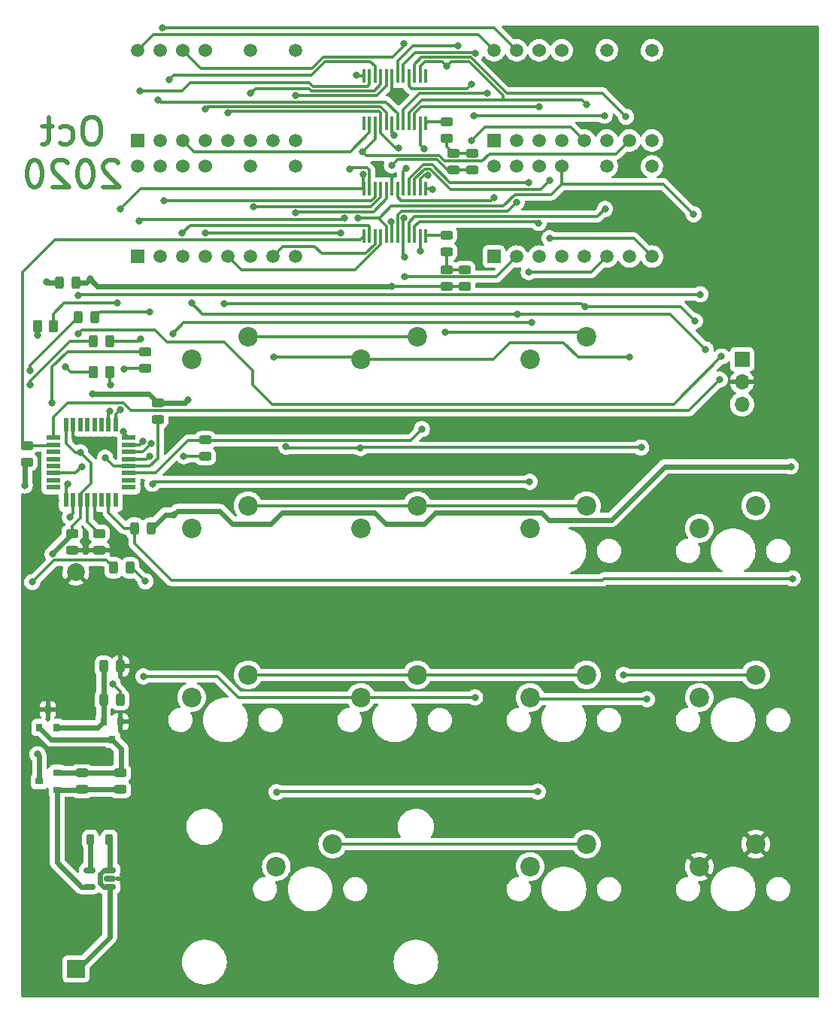
<source format=gbr>
G04 #@! TF.GenerationSoftware,KiCad,Pcbnew,(5.99.0-6545-gfc5120553)*
G04 #@! TF.CreationDate,2020-10-25T16:43:41-04:00*
G04 #@! TF.ProjectId,imperializer,696d7065-7269-4616-9c69-7a65722e6b69,1.22*
G04 #@! TF.SameCoordinates,Original*
G04 #@! TF.FileFunction,Copper,L2,Bot*
G04 #@! TF.FilePolarity,Positive*
%FSLAX46Y46*%
G04 Gerber Fmt 4.6, Leading zero omitted, Abs format (unit mm)*
G04 Created by KiCad (PCBNEW (5.99.0-6545-gfc5120553)) date 2020-10-25 16:43:41*
%MOMM*%
%LPD*%
G01*
G04 APERTURE LIST*
G04 Aperture macros list*
%AMRoundRect*
0 Rectangle with rounded corners*
0 $1 Rounding radius*
0 $2 $3 $4 $5 $6 $7 $8 $9 X,Y pos of 4 corners*
0 Add a 4 corners polygon primitive as box body*
4,1,4,$2,$3,$4,$5,$6,$7,$8,$9,$2,$3,0*
0 Add four circle primitives for the rounded corners*
1,1,$1+$1,$2,$3,0*
1,1,$1+$1,$4,$5,0*
1,1,$1+$1,$6,$7,0*
1,1,$1+$1,$8,$9,0*
0 Add four rect primitives between the rounded corners*
20,1,$1+$1,$2,$3,$4,$5,0*
20,1,$1+$1,$4,$5,$6,$7,0*
20,1,$1+$1,$6,$7,$8,$9,0*
20,1,$1+$1,$8,$9,$2,$3,0*%
G04 Aperture macros list end*
%ADD10C,0.500000*%
G04 #@! TA.AperFunction,SMDPad,CuDef*
%ADD11RoundRect,0.250000X0.262500X0.450000X-0.262500X0.450000X-0.262500X-0.450000X0.262500X-0.450000X0*%
G04 #@! TD*
G04 #@! TA.AperFunction,SMDPad,CuDef*
%ADD12RoundRect,0.150000X0.512500X0.150000X-0.512500X0.150000X-0.512500X-0.150000X0.512500X-0.150000X0*%
G04 #@! TD*
G04 #@! TA.AperFunction,SMDPad,CuDef*
%ADD13RoundRect,0.218750X0.218750X0.381250X-0.218750X0.381250X-0.218750X-0.381250X0.218750X-0.381250X0*%
G04 #@! TD*
G04 #@! TA.AperFunction,ComponentPad*
%ADD14C,2.200000*%
G04 #@! TD*
G04 #@! TA.AperFunction,ComponentPad*
%ADD15R,1.500000X1.500000*%
G04 #@! TD*
G04 #@! TA.AperFunction,ComponentPad*
%ADD16C,1.500000*%
G04 #@! TD*
G04 #@! TA.AperFunction,ComponentPad*
%ADD17C,1.524000*%
G04 #@! TD*
G04 #@! TA.AperFunction,ComponentPad*
%ADD18R,1.700000X1.700000*%
G04 #@! TD*
G04 #@! TA.AperFunction,ComponentPad*
%ADD19O,1.700000X1.700000*%
G04 #@! TD*
G04 #@! TA.AperFunction,ComponentPad*
%ADD20R,2.000000X2.000000*%
G04 #@! TD*
G04 #@! TA.AperFunction,ComponentPad*
%ADD21C,2.000000*%
G04 #@! TD*
G04 #@! TA.AperFunction,SMDPad,CuDef*
%ADD22RoundRect,0.243750X-0.456250X0.243750X-0.456250X-0.243750X0.456250X-0.243750X0.456250X0.243750X0*%
G04 #@! TD*
G04 #@! TA.AperFunction,SMDPad,CuDef*
%ADD23R,0.410000X1.600000*%
G04 #@! TD*
G04 #@! TA.AperFunction,SMDPad,CuDef*
%ADD24RoundRect,0.243750X-0.243750X-0.456250X0.243750X-0.456250X0.243750X0.456250X-0.243750X0.456250X0*%
G04 #@! TD*
G04 #@! TA.AperFunction,SMDPad,CuDef*
%ADD25RoundRect,0.243750X0.456250X-0.243750X0.456250X0.243750X-0.456250X0.243750X-0.456250X-0.243750X0*%
G04 #@! TD*
G04 #@! TA.AperFunction,SMDPad,CuDef*
%ADD26RoundRect,0.243750X0.243750X0.456250X-0.243750X0.456250X-0.243750X-0.456250X0.243750X-0.456250X0*%
G04 #@! TD*
G04 #@! TA.AperFunction,SMDPad,CuDef*
%ADD27R,0.800000X0.900000*%
G04 #@! TD*
G04 #@! TA.AperFunction,SMDPad,CuDef*
%ADD28R,0.900000X0.800000*%
G04 #@! TD*
G04 #@! TA.AperFunction,SMDPad,CuDef*
%ADD29R,1.600000X0.550000*%
G04 #@! TD*
G04 #@! TA.AperFunction,SMDPad,CuDef*
%ADD30R,0.550000X1.600000*%
G04 #@! TD*
G04 #@! TA.AperFunction,ViaPad*
%ADD31C,0.800000*%
G04 #@! TD*
G04 #@! TA.AperFunction,Conductor*
%ADD32C,0.609600*%
G04 #@! TD*
G04 #@! TA.AperFunction,Conductor*
%ADD33C,0.355600*%
G04 #@! TD*
G04 #@! TA.AperFunction,Conductor*
%ADD34C,0.304800*%
G04 #@! TD*
G04 APERTURE END LIST*
D10*
X96980071Y-36264642D02*
X96408642Y-36264642D01*
X96122928Y-36407500D01*
X95837214Y-36693214D01*
X95694357Y-37264642D01*
X95694357Y-38264642D01*
X95837214Y-38836071D01*
X96122928Y-39121785D01*
X96408642Y-39264642D01*
X96980071Y-39264642D01*
X97265785Y-39121785D01*
X97551500Y-38836071D01*
X97694357Y-38264642D01*
X97694357Y-37264642D01*
X97551500Y-36693214D01*
X97265785Y-36407500D01*
X96980071Y-36264642D01*
X93122928Y-39121785D02*
X93408642Y-39264642D01*
X93980071Y-39264642D01*
X94265785Y-39121785D01*
X94408642Y-38978928D01*
X94551500Y-38693214D01*
X94551500Y-37836071D01*
X94408642Y-37550357D01*
X94265785Y-37407500D01*
X93980071Y-37264642D01*
X93408642Y-37264642D01*
X93122928Y-37407500D01*
X92265785Y-37264642D02*
X91122928Y-37264642D01*
X91837214Y-36264642D02*
X91837214Y-38836071D01*
X91694357Y-39121785D01*
X91408642Y-39264642D01*
X91122928Y-39264642D01*
X99694357Y-41380357D02*
X99551500Y-41237500D01*
X99265785Y-41094642D01*
X98551500Y-41094642D01*
X98265785Y-41237500D01*
X98122928Y-41380357D01*
X97980071Y-41666071D01*
X97980071Y-41951785D01*
X98122928Y-42380357D01*
X99837214Y-44094642D01*
X97980071Y-44094642D01*
X96122928Y-41094642D02*
X95837214Y-41094642D01*
X95551500Y-41237500D01*
X95408642Y-41380357D01*
X95265785Y-41666071D01*
X95122928Y-42237500D01*
X95122928Y-42951785D01*
X95265785Y-43523214D01*
X95408642Y-43808928D01*
X95551500Y-43951785D01*
X95837214Y-44094642D01*
X96122928Y-44094642D01*
X96408642Y-43951785D01*
X96551500Y-43808928D01*
X96694357Y-43523214D01*
X96837214Y-42951785D01*
X96837214Y-42237500D01*
X96694357Y-41666071D01*
X96551500Y-41380357D01*
X96408642Y-41237500D01*
X96122928Y-41094642D01*
X93980071Y-41380357D02*
X93837214Y-41237500D01*
X93551500Y-41094642D01*
X92837214Y-41094642D01*
X92551500Y-41237500D01*
X92408642Y-41380357D01*
X92265785Y-41666071D01*
X92265785Y-41951785D01*
X92408642Y-42380357D01*
X94122928Y-44094642D01*
X92265785Y-44094642D01*
X90408642Y-41094642D02*
X90122928Y-41094642D01*
X89837214Y-41237500D01*
X89694357Y-41380357D01*
X89551500Y-41666071D01*
X89408642Y-42237500D01*
X89408642Y-42951785D01*
X89551500Y-43523214D01*
X89694357Y-43808928D01*
X89837214Y-43951785D01*
X90122928Y-44094642D01*
X90408642Y-44094642D01*
X90694357Y-43951785D01*
X90837214Y-43808928D01*
X90980071Y-43523214D01*
X91122928Y-42951785D01*
X91122928Y-42237500D01*
X90980071Y-41666071D01*
X90837214Y-41380357D01*
X90694357Y-41237500D01*
X90408642Y-41094642D01*
D11*
X90575000Y-59800000D03*
X92400000Y-59800000D03*
X96887500Y-65000000D03*
X98712500Y-65000000D03*
D12*
X96462500Y-121050000D03*
X96462500Y-122950000D03*
X98737500Y-122950000D03*
X98737500Y-122000000D03*
X98737500Y-121050000D03*
D13*
X96537500Y-117600000D03*
X98662500Y-117600000D03*
D14*
X114300000Y-99060000D03*
X107950000Y-101600000D03*
X133350000Y-99060000D03*
X127000000Y-101600000D03*
X114300000Y-60960000D03*
X107950000Y-63500000D03*
X114300000Y-80010000D03*
X107950000Y-82550000D03*
X133350000Y-80010000D03*
X127000000Y-82550000D03*
X133350000Y-60960000D03*
X127000000Y-63500000D03*
X152400000Y-60960000D03*
X146050000Y-63500000D03*
X152400000Y-118110000D03*
X146050000Y-120650000D03*
D15*
X141986000Y-51943000D03*
D16*
X144526000Y-51943000D03*
X147066000Y-51943000D03*
X149606000Y-51943000D03*
X152146000Y-51943000D03*
X154686000Y-51943000D03*
X157226000Y-51943000D03*
X159766000Y-51943000D03*
X159766000Y-41783000D03*
X154686000Y-41783000D03*
D17*
X149606000Y-41783000D03*
X147066000Y-41783000D03*
D16*
X144526000Y-41783000D03*
X141986000Y-41783000D03*
D15*
X101854000Y-51943000D03*
D16*
X104394000Y-51943000D03*
X106934000Y-51943000D03*
X109474000Y-51943000D03*
X112014000Y-51943000D03*
X114554000Y-51943000D03*
X117094000Y-51943000D03*
X119634000Y-51943000D03*
X119634000Y-41783000D03*
X114554000Y-41783000D03*
D17*
X109474000Y-41783000D03*
X106934000Y-41783000D03*
D16*
X104394000Y-41783000D03*
X101854000Y-41783000D03*
D14*
X123825000Y-118110000D03*
X117475000Y-120650000D03*
D15*
X141986000Y-38862000D03*
D16*
X144526000Y-38862000D03*
X147066000Y-38862000D03*
X149606000Y-38862000D03*
X152146000Y-38862000D03*
X154686000Y-38862000D03*
X157226000Y-38862000D03*
X159766000Y-38862000D03*
X159766000Y-28702000D03*
X154686000Y-28702000D03*
D17*
X149606000Y-28702000D03*
X147066000Y-28702000D03*
D16*
X144526000Y-28702000D03*
X141986000Y-28702000D03*
D15*
X101854000Y-38862000D03*
D16*
X104394000Y-38862000D03*
X106934000Y-38862000D03*
X109474000Y-38862000D03*
X112014000Y-38862000D03*
X114554000Y-38862000D03*
X117094000Y-38862000D03*
X119634000Y-38862000D03*
X119634000Y-28702000D03*
X114554000Y-28702000D03*
D17*
X109474000Y-28702000D03*
X106934000Y-28702000D03*
D16*
X104394000Y-28702000D03*
X101854000Y-28702000D03*
D14*
X152400000Y-99060000D03*
X146050000Y-101600000D03*
D18*
X169910000Y-63500000D03*
D19*
X169910000Y-66040000D03*
X169910000Y-68580000D03*
D14*
X152400000Y-80010000D03*
X146050000Y-82550000D03*
X171450000Y-99060000D03*
X165100000Y-101600000D03*
X171450000Y-118110000D03*
X165100000Y-120650000D03*
D20*
X94906514Y-132183123D03*
D21*
X94906514Y-87483123D03*
D14*
X171450000Y-80010000D03*
X165100000Y-82550000D03*
D22*
X138684000Y-53418500D03*
X138684000Y-55293500D03*
X136652000Y-49530000D03*
X136652000Y-51405000D03*
X136652000Y-53418500D03*
X136652000Y-55293500D03*
D23*
X127317500Y-31635700D03*
X127952500Y-31635700D03*
X128587500Y-31635700D03*
X129222500Y-31635700D03*
X129857500Y-31635700D03*
X130492500Y-31635700D03*
X131127500Y-31635700D03*
X131762500Y-31635700D03*
X132397500Y-31635700D03*
X133032500Y-31635700D03*
X133667500Y-31635700D03*
X134302500Y-31635700D03*
X134302500Y-36944300D03*
X133667500Y-36944300D03*
X133032500Y-36944300D03*
X132397500Y-36944300D03*
X131762500Y-36944300D03*
X131127500Y-36944300D03*
X130492500Y-36944300D03*
X129857500Y-36944300D03*
X129222500Y-36944300D03*
X128587500Y-36944300D03*
X127952500Y-36944300D03*
X127317500Y-36944300D03*
D22*
X136652000Y-36733000D03*
X136652000Y-38608000D03*
X137414000Y-40284400D03*
X137414000Y-42159400D03*
D23*
X127317500Y-44335700D03*
X127952500Y-44335700D03*
X128587500Y-44335700D03*
X129222500Y-44335700D03*
X129857500Y-44335700D03*
X130492500Y-44335700D03*
X131127500Y-44335700D03*
X131762500Y-44335700D03*
X132397500Y-44335700D03*
X133032500Y-44335700D03*
X133667500Y-44335700D03*
X134302500Y-44335700D03*
X134302500Y-49644300D03*
X133667500Y-49644300D03*
X133032500Y-49644300D03*
X132397500Y-49644300D03*
X131762500Y-49644300D03*
X131127500Y-49644300D03*
X130492500Y-49644300D03*
X129857500Y-49644300D03*
X129222500Y-49644300D03*
X128587500Y-49644300D03*
X127952500Y-49644300D03*
X127317500Y-49644300D03*
D22*
X139547600Y-40284400D03*
X139547600Y-42159400D03*
D24*
X101503000Y-82550000D03*
X103378000Y-82550000D03*
D22*
X99926750Y-110112500D03*
X99926750Y-111987500D03*
D25*
X89408000Y-75105500D03*
X89408000Y-73230500D03*
D26*
X99921300Y-101879400D03*
X98046300Y-101879400D03*
X99921300Y-98094800D03*
X98046300Y-98094800D03*
D27*
X92710000Y-104978200D03*
X90810000Y-104978200D03*
X91760000Y-102978200D03*
D25*
X95608750Y-111987500D03*
X95608750Y-110112500D03*
D26*
X94915506Y-54860415D03*
X93040506Y-54860415D03*
D25*
X97536000Y-85011500D03*
X97536000Y-83136500D03*
D22*
X94488000Y-83136500D03*
X94488000Y-85011500D03*
D28*
X92798750Y-110100000D03*
X92798750Y-112000000D03*
X90798750Y-111050000D03*
D27*
X98033800Y-104333800D03*
X99933800Y-104333800D03*
X98983800Y-106333800D03*
D22*
X109474000Y-72595500D03*
X109474000Y-74470500D03*
D25*
X102743000Y-64516000D03*
X102743000Y-62641000D03*
D26*
X98727500Y-61468000D03*
X96852500Y-61468000D03*
X97028000Y-58801000D03*
X95153000Y-58801000D03*
X101013500Y-86995000D03*
X99138500Y-86995000D03*
D25*
X104140000Y-70279500D03*
X104140000Y-68404500D03*
D29*
X92350000Y-77943225D03*
X92350000Y-77143225D03*
X92350000Y-76343225D03*
X92350000Y-75543225D03*
X92350000Y-74743225D03*
X92350000Y-73943225D03*
X92350000Y-73143225D03*
X92350000Y-72343225D03*
D30*
X93800000Y-70893225D03*
X94600000Y-70893225D03*
X95400000Y-70893225D03*
X96200000Y-70893225D03*
X97000000Y-70893225D03*
X97800000Y-70893225D03*
X98600000Y-70893225D03*
X99400000Y-70893225D03*
D29*
X100850000Y-72343225D03*
X100850000Y-73143225D03*
X100850000Y-73943225D03*
X100850000Y-74743225D03*
X100850000Y-75543225D03*
X100850000Y-76343225D03*
X100850000Y-77143225D03*
X100850000Y-77943225D03*
D30*
X99400000Y-79393225D03*
X98600000Y-79393225D03*
X97800000Y-79393225D03*
X97000000Y-79393225D03*
X96200000Y-79393225D03*
X95400000Y-79393225D03*
X94600000Y-79393225D03*
X93800000Y-79393225D03*
D31*
X95200000Y-56300000D03*
X96500000Y-54500000D03*
X91600000Y-54800000D03*
X177000000Y-34400000D03*
X94000000Y-77600000D03*
X96800000Y-67400000D03*
X92200000Y-68400000D03*
X92600000Y-79400000D03*
X92297906Y-85463671D03*
X90000000Y-88600000D03*
X165200000Y-56200000D03*
X164600000Y-59200000D03*
X165800000Y-62400000D03*
X167600000Y-63200000D03*
X95200000Y-60600000D03*
X103200000Y-58200000D03*
X152200000Y-57600000D03*
X144600000Y-58400000D03*
X146200000Y-59400000D03*
X111600000Y-57247591D03*
X164469790Y-47188337D03*
X167400000Y-65800000D03*
X99922588Y-69165802D03*
X175400000Y-75600000D03*
X105800000Y-60600000D03*
X93706217Y-64385804D03*
X90600000Y-60800000D03*
X100330210Y-64643000D03*
X100227399Y-71623435D03*
X98710402Y-69352408D03*
X99600000Y-57200000D03*
X98792428Y-66405048D03*
X89789000Y-64800000D03*
X175600000Y-88200000D03*
X156565600Y-99060000D03*
X159200000Y-101800000D03*
X90600000Y-108000000D03*
X99000000Y-73000000D03*
X95800000Y-84000000D03*
X131064000Y-33782000D03*
X129133600Y-42316400D03*
X147015200Y-48152010D03*
X131844919Y-47561419D03*
X131927600Y-51968400D03*
X102514400Y-99237800D03*
X139852400Y-101600000D03*
X124714000Y-49276000D03*
X146913600Y-112217200D03*
X117510025Y-112268000D03*
X109474000Y-49333190D03*
X126695200Y-47599600D03*
X107950000Y-57200800D03*
X106883200Y-49333190D03*
X126949200Y-73507600D03*
X118579199Y-73348810D03*
X154482800Y-46583600D03*
X158546800Y-73456800D03*
X103514411Y-77553232D03*
X145999200Y-77317600D03*
X144526000Y-45827990D03*
X157226000Y-63246000D03*
X117144800Y-63246000D03*
X148234400Y-43332400D03*
X148234400Y-49885600D03*
X145897600Y-53695600D03*
X145897600Y-43586400D03*
X114858800Y-46329600D03*
X104851200Y-45618400D03*
X125120400Y-47593200D03*
X102057200Y-47955200D03*
X125730000Y-42062400D03*
X119634000Y-47040798D03*
X141986000Y-45313600D03*
X132080000Y-42011600D03*
X131876800Y-54203600D03*
X133858000Y-71374000D03*
X134112000Y-39833579D03*
X133654800Y-51358800D03*
X99949000Y-46545500D03*
X98200000Y-74600000D03*
X127254000Y-42672000D03*
X126492000Y-31496000D03*
X135071048Y-44354552D03*
X136499600Y-60502800D03*
X134502628Y-42789380D03*
X127152398Y-40132000D03*
X112014000Y-35756810D03*
X139446000Y-38862000D03*
X131254500Y-39751000D03*
X152400000Y-34798000D03*
X136652000Y-30480000D03*
X131826000Y-27940000D03*
X147066000Y-35052000D03*
X156845000Y-36195004D03*
X139446000Y-32512000D03*
X139700000Y-36068004D03*
X154432000Y-36068000D03*
X114554000Y-33585200D03*
X105410000Y-32004000D03*
X102108000Y-33274000D03*
X119634000Y-33782000D03*
X109474000Y-35306000D03*
X137922000Y-28194000D03*
X139886665Y-29023335D03*
X104648000Y-26162000D03*
X104140000Y-34290000D03*
X141224000Y-33528000D03*
X130454400Y-55270400D03*
X105918000Y-81026000D03*
X130733726Y-38296974D03*
X130492500Y-41668700D03*
X130422690Y-48000957D03*
X107569000Y-68072000D03*
X107061000Y-74422000D03*
X95400000Y-74000000D03*
X89154000Y-77724000D03*
X94234000Y-81280000D03*
X95600000Y-75600000D03*
X99060000Y-100076000D03*
X89731800Y-66421000D03*
X102476035Y-72769009D03*
X102165200Y-61214000D03*
X103400000Y-73000000D03*
X103200000Y-74400000D03*
X102743000Y-88519000D03*
D32*
X94906514Y-132183123D02*
X95146877Y-132183123D01*
X95146877Y-132183123D02*
X98737500Y-128592500D01*
X98737500Y-128592500D02*
X98737500Y-122950000D01*
D33*
X95300000Y-56200000D02*
X95200000Y-56300000D01*
X165200000Y-56200000D02*
X95300000Y-56200000D01*
D32*
X130454400Y-55270400D02*
X97270400Y-55270400D01*
X97270400Y-55270400D02*
X96500000Y-54500000D01*
X96139585Y-54860415D02*
X96500000Y-54500000D01*
X94915506Y-54860415D02*
X96139585Y-54860415D01*
X91660415Y-54860415D02*
X91600000Y-54800000D01*
X93040506Y-54860415D02*
X91660415Y-54860415D01*
D34*
X93800000Y-77800000D02*
X94000000Y-77600000D01*
X93800000Y-79393225D02*
X93800000Y-77800000D01*
D32*
X103135500Y-67400000D02*
X96800000Y-67400000D01*
X104140000Y-68404500D02*
X103135500Y-67400000D01*
D34*
X92200000Y-64400000D02*
X92200000Y-68400000D01*
X93959000Y-62641000D02*
X92200000Y-64400000D01*
X102743000Y-62641000D02*
X93959000Y-62641000D01*
X98295902Y-86152402D02*
X92447598Y-86152402D01*
D32*
X92297906Y-85326594D02*
X92297906Y-85463671D01*
D34*
X99138500Y-86995000D02*
X98295902Y-86152402D01*
D32*
X94488000Y-83136500D02*
X92297906Y-85326594D01*
D34*
X92447598Y-86152402D02*
X90000000Y-88600000D01*
D33*
X163000000Y-57600000D02*
X164600000Y-59200000D01*
X152200000Y-57600000D02*
X163000000Y-57600000D01*
X144600000Y-58400000D02*
X161800000Y-58400000D01*
X161800000Y-58400000D02*
X165800000Y-62400000D01*
X162200000Y-68600000D02*
X167600000Y-63200000D01*
X105200000Y-61600000D02*
X111600000Y-61600000D01*
X95200000Y-60600000D02*
X95600000Y-60200000D01*
X103800000Y-60200000D02*
X105200000Y-61600000D01*
X114800000Y-66400000D02*
X117000000Y-68600000D01*
X117000000Y-68600000D02*
X162200000Y-68600000D01*
X114800000Y-64800000D02*
X114800000Y-66400000D01*
X111600000Y-61600000D02*
X114800000Y-64800000D01*
X95600000Y-60200000D02*
X103800000Y-60200000D01*
D34*
X100265154Y-68447598D02*
X101080779Y-69263223D01*
X163936777Y-69263223D02*
X167400000Y-65800000D01*
X101080779Y-69263223D02*
X163936777Y-69263223D01*
X92350000Y-70050000D02*
X93952402Y-68447598D01*
X92350000Y-72343225D02*
X92350000Y-70050000D01*
X93952402Y-68447598D02*
X100265154Y-68447598D01*
X97629000Y-58200000D02*
X103200000Y-58200000D01*
X97028000Y-58801000D02*
X97629000Y-58200000D01*
X89408000Y-73230500D02*
X88925685Y-72748185D01*
X92562000Y-50038000D02*
X126923800Y-50038000D01*
X88925685Y-72748185D02*
X88925685Y-53674315D01*
X88925685Y-53674315D02*
X92562000Y-50038000D01*
X126923800Y-50038000D02*
X127317500Y-49644300D01*
D33*
X99600000Y-57200000D02*
X93600000Y-57200000D01*
X93600000Y-57200000D02*
X92400000Y-58400000D01*
X92400000Y-58400000D02*
X92400000Y-59800000D01*
D34*
X151847591Y-57247591D02*
X152200000Y-57600000D01*
X111600000Y-57247591D02*
X151847591Y-57247591D01*
X109149200Y-58400000D02*
X144600000Y-58400000D01*
X107950000Y-57200800D02*
X109149200Y-58400000D01*
X105800000Y-60600000D02*
X107000000Y-59400000D01*
X107000000Y-59400000D02*
X146200000Y-59400000D01*
X149606000Y-43789600D02*
X161071053Y-43789600D01*
X161071053Y-43789600D02*
X164469790Y-47188337D01*
D33*
X99400000Y-69688390D02*
X99922588Y-69165802D01*
X99400000Y-70893225D02*
X99400000Y-69688390D01*
D32*
X129794000Y-82042000D02*
X134112000Y-82042000D01*
X161200000Y-75600000D02*
X175400000Y-75600000D01*
X148148000Y-81600000D02*
X155200000Y-81600000D01*
X155200000Y-81600000D02*
X161200000Y-75600000D01*
X147320000Y-80772000D02*
X148148000Y-81600000D01*
X135382000Y-80772000D02*
X147320000Y-80772000D01*
X134112000Y-82042000D02*
X135382000Y-80772000D01*
X128524000Y-80772000D02*
X129794000Y-82042000D01*
X118110000Y-80772000D02*
X128524000Y-80772000D01*
X116840000Y-82042000D02*
X118110000Y-80772000D01*
X111106001Y-80626001D02*
X112522000Y-82042000D01*
X106317999Y-80626001D02*
X111106001Y-80626001D01*
X105918000Y-81026000D02*
X106317999Y-80626001D01*
X112522000Y-82042000D02*
X116840000Y-82042000D01*
D34*
X89731800Y-66421000D02*
X89731800Y-65968200D01*
X94232000Y-61468000D02*
X96852500Y-61468000D01*
X89731800Y-65968200D02*
X94232000Y-61468000D01*
X95153000Y-58801000D02*
X89789000Y-64165000D01*
X89789000Y-64165000D02*
X89789000Y-64800000D01*
D33*
X94320413Y-65000000D02*
X93706217Y-64385804D01*
X96887500Y-65000000D02*
X94320413Y-65000000D01*
X90575000Y-59800000D02*
X90575000Y-60775000D01*
X90575000Y-60775000D02*
X90600000Y-60800000D01*
D34*
X102743000Y-64516000D02*
X100457210Y-64516000D01*
D33*
X98600000Y-69462810D02*
X98710402Y-69352408D01*
D34*
X100850000Y-72343225D02*
X100227399Y-71720624D01*
D33*
X98600000Y-70893225D02*
X98600000Y-69462810D01*
X98712500Y-65000000D02*
X98712500Y-66325120D01*
D34*
X100457210Y-64516000D02*
X100330210Y-64643000D01*
X100227399Y-71720624D02*
X100227399Y-71623435D01*
D33*
X98712500Y-66325120D02*
X98792428Y-66405048D01*
X154392000Y-88200000D02*
X175600000Y-88200000D01*
X154200000Y-88392000D02*
X154392000Y-88200000D01*
X171450000Y-99060000D02*
X156565600Y-99060000D01*
D34*
X146050000Y-101600000D02*
X146250000Y-101800000D01*
X146250000Y-101800000D02*
X159200000Y-101800000D01*
D32*
X90798750Y-111050000D02*
X90798750Y-108198750D01*
X90798750Y-108198750D02*
X90600000Y-108000000D01*
X98737500Y-122950000D02*
X98075000Y-122950000D01*
X98075000Y-121050000D02*
X98737500Y-121050000D01*
X98075000Y-122950000D02*
X97617790Y-122492790D01*
X97617790Y-121507210D02*
X98075000Y-121050000D01*
X97617790Y-122492790D02*
X97617790Y-121507210D01*
X96462500Y-122950000D02*
X95550000Y-122950000D01*
X92798750Y-120198750D02*
X92798750Y-112000000D01*
X95550000Y-122950000D02*
X92798750Y-120198750D01*
X96537500Y-117600000D02*
X96537500Y-120975000D01*
X96537500Y-120975000D02*
X96462500Y-121050000D01*
X98737500Y-121050000D02*
X98737500Y-117675000D01*
X98737500Y-117675000D02*
X98662500Y-117600000D01*
X100000000Y-110000000D02*
X100000000Y-107350000D01*
X100000000Y-107350000D02*
X98983800Y-106333800D01*
D34*
X97000000Y-79393225D02*
X97000000Y-80800000D01*
X130492500Y-33210500D02*
X131064000Y-33782000D01*
X130492500Y-43230900D02*
X130505200Y-43218200D01*
X94600000Y-70893225D02*
X94600000Y-72400000D01*
X130492500Y-44335700D02*
X130492500Y-43230900D01*
X130505200Y-43218200D02*
X130505200Y-42875200D01*
X130492500Y-31635700D02*
X130492500Y-33210500D01*
X133032500Y-49644300D02*
X133032500Y-48539500D01*
X146862800Y-47999610D02*
X147015200Y-48152010D01*
X133032500Y-48539500D02*
X133572390Y-47999610D01*
X133572390Y-47999610D02*
X146862800Y-47999610D01*
X113182400Y-101600000D02*
X110820200Y-99237800D01*
X131762500Y-49644300D02*
X131762500Y-47643838D01*
X110820200Y-99237800D02*
X102514400Y-99237800D01*
X131762500Y-51803300D02*
X131762500Y-49644300D01*
X131927600Y-51968400D02*
X131762500Y-51803300D01*
X131762500Y-47643838D02*
X131844919Y-47561419D01*
X127000000Y-101600000D02*
X113182400Y-101600000D01*
X139852400Y-101600000D02*
X127000000Y-101600000D01*
X146913600Y-112217200D02*
X117560825Y-112217200D01*
X129857500Y-48539500D02*
X128917600Y-47599600D01*
X124714000Y-49276000D02*
X109531190Y-49276000D01*
X149606000Y-43789600D02*
X148437600Y-44958000D01*
X148437600Y-44958000D02*
X144352884Y-44958000D01*
X143032084Y-46278800D02*
X130403600Y-46278800D01*
X130403600Y-46278800D02*
X129082800Y-47599600D01*
X149606000Y-41783000D02*
X149606000Y-43789600D01*
X129857500Y-49644300D02*
X129857500Y-48539500D01*
X129082800Y-47599600D02*
X128917600Y-47599600D01*
X117560825Y-112217200D02*
X117510025Y-112268000D01*
X109531190Y-49276000D02*
X109474000Y-49333190D01*
X128917600Y-47599600D02*
X126695200Y-47599600D01*
X144352884Y-44958000D02*
X143032084Y-46278800D01*
X127952500Y-49644300D02*
X127952500Y-48539500D01*
X107803990Y-48412400D02*
X106883200Y-49333190D01*
X127952500Y-48539500D02*
X127825400Y-48412400D01*
X127825400Y-48412400D02*
X107803990Y-48412400D01*
X113512600Y-53441600D02*
X112014000Y-51943000D01*
X129222500Y-50574534D02*
X126355434Y-53441600D01*
X129222500Y-49644300D02*
X129222500Y-50574534D01*
X126355434Y-53441600D02*
X113512600Y-53441600D01*
X158546800Y-73456800D02*
X127000000Y-73456800D01*
X132397500Y-49644300D02*
X132397500Y-48094900D01*
X126949200Y-73507600D02*
X118737989Y-73507600D01*
X133045200Y-47447200D02*
X153619200Y-47447200D01*
X118737989Y-73507600D02*
X118579199Y-73348810D01*
X153619200Y-47447200D02*
X154482800Y-46583600D01*
X132397500Y-48094900D02*
X133045200Y-47447200D01*
X127000000Y-73456800D02*
X126949200Y-73507600D01*
X145999200Y-77317600D02*
X103750043Y-77317600D01*
X143516390Y-46837600D02*
X144526000Y-45827990D01*
X131127500Y-47282100D02*
X131572000Y-46837600D01*
X131127500Y-49644300D02*
X131127500Y-47282100D01*
X103750043Y-77317600D02*
X103514411Y-77553232D01*
X131572000Y-46837600D02*
X143516390Y-46837600D01*
X151434800Y-63246000D02*
X157226000Y-63246000D01*
X127544040Y-51606402D02*
X122574002Y-51606402D01*
X127000000Y-63500000D02*
X141884400Y-63500000D01*
X117144800Y-63246000D02*
X126746000Y-63246000D01*
X128587500Y-50562942D02*
X127544040Y-51606402D01*
X121767600Y-50800000D02*
X118237000Y-50800000D01*
X149809200Y-61620400D02*
X151434800Y-63246000D01*
X143764000Y-61620400D02*
X149809200Y-61620400D01*
X118237000Y-50800000D02*
X117094000Y-51943000D01*
X141884400Y-63500000D02*
X143764000Y-61620400D01*
X126746000Y-63246000D02*
X127000000Y-63500000D01*
X122574002Y-51606402D02*
X121767600Y-50800000D01*
X128587500Y-49644300D02*
X128587500Y-50562942D01*
X137058400Y-44348400D02*
X147218400Y-44348400D01*
X133032500Y-44335700D02*
X133032500Y-43216392D01*
X157708600Y-49885600D02*
X159766000Y-51943000D01*
X148234400Y-49885600D02*
X157708600Y-49885600D01*
X134778798Y-42068798D02*
X137058400Y-44348400D01*
X134180094Y-42068798D02*
X134778798Y-42068798D01*
X147218400Y-44348400D02*
X148234400Y-43332400D01*
X133032500Y-43216392D02*
X134180094Y-42068798D01*
X145897600Y-53695600D02*
X152933400Y-53695600D01*
X132397500Y-43204799D02*
X133997110Y-41605189D01*
X152933400Y-53695600D02*
X154686000Y-51943000D01*
X132397500Y-44335700D02*
X132397500Y-43204799D01*
X135032788Y-41611588D02*
X137007600Y-43586400D01*
X133997110Y-41605189D02*
X134365989Y-41605189D01*
X134372388Y-41611588D02*
X135032788Y-41611588D01*
X137007600Y-43586400D02*
X145897600Y-43586400D01*
X133997110Y-41605189D02*
X134075019Y-41605189D01*
X134365989Y-41605189D02*
X134372388Y-41611588D01*
X128147242Y-46329600D02*
X114858800Y-46329600D01*
X129222500Y-45254342D02*
X128147242Y-46329600D01*
X129222500Y-44335700D02*
X129222500Y-45254342D01*
X128587500Y-44538900D02*
X128574800Y-44551600D01*
X128587500Y-44335700D02*
X128587500Y-44538900D01*
X128574800Y-44551600D02*
X128574800Y-45255450D01*
X112922001Y-45624799D02*
X112915602Y-45618400D01*
X128574800Y-45255450D02*
X128205451Y-45624799D01*
X112915602Y-45618400D02*
X104851200Y-45618400D01*
X128205451Y-45624799D02*
X112922001Y-45624799D01*
X127952500Y-43230900D02*
X127958801Y-43224599D01*
X124910800Y-47802800D02*
X102209600Y-47802800D01*
X127952500Y-44335700D02*
X127952500Y-43230900D01*
X102209600Y-47802800D02*
X102057200Y-47955200D01*
X127958801Y-42208401D02*
X127717599Y-41967199D01*
X127958801Y-43224599D02*
X127958801Y-42208401D01*
X125825201Y-41967199D02*
X125730000Y-42062400D01*
X125120400Y-47593200D02*
X124910800Y-47802800D01*
X127717599Y-41967199D02*
X125825201Y-41967199D01*
X129857500Y-45440500D02*
X128409600Y-46888400D01*
X128409600Y-46888400D02*
X119786398Y-46888400D01*
X129857500Y-44335700D02*
X129857500Y-45440500D01*
X119786398Y-46888400D02*
X119634000Y-47040798D01*
X131491558Y-45618400D02*
X131127500Y-45254342D01*
X141681200Y-45618400D02*
X131491558Y-45618400D01*
X131127500Y-45254342D02*
X131127500Y-44335700D01*
X141986000Y-45313600D02*
X141681200Y-45618400D01*
X131884010Y-54210810D02*
X142258190Y-54210810D01*
X131762500Y-44335700D02*
X131762500Y-42329100D01*
X131876800Y-54203600D02*
X131884010Y-54210810D01*
X131762500Y-42329100D02*
X132080000Y-42011600D01*
X142258190Y-54210810D02*
X144526000Y-51943000D01*
X133667500Y-36944300D02*
X133667500Y-39389079D01*
X132588000Y-72644000D02*
X133858000Y-71374000D01*
X107556000Y-72644000D02*
X132588000Y-72644000D01*
X133654800Y-51358800D02*
X133654800Y-49657000D01*
X133654800Y-49657000D02*
X133667500Y-49644300D01*
X103856775Y-76343225D02*
X107556000Y-72644000D01*
X133667500Y-39389079D02*
X134112000Y-39833579D01*
X100850000Y-76343225D02*
X103856775Y-76343225D01*
X126631700Y-31635700D02*
X126492000Y-31496000D01*
X102158800Y-44335700D02*
X99949000Y-46545500D01*
X127254000Y-44272200D02*
X127317500Y-44335700D01*
X100850000Y-75543225D02*
X103256775Y-75543225D01*
X127317500Y-31635700D02*
X126631700Y-31635700D01*
X127317500Y-44335700D02*
X102158800Y-44335700D01*
X127254000Y-42672000D02*
X127254000Y-44272200D01*
X104140000Y-74660000D02*
X104140000Y-70358000D01*
X99143225Y-75543225D02*
X98200000Y-74600000D01*
X103256775Y-75543225D02*
X104140000Y-74660000D01*
X100850000Y-75543225D02*
X99143225Y-75543225D01*
X135052196Y-44335700D02*
X135071048Y-44354552D01*
X133350000Y-80010000D02*
X114300000Y-80010000D01*
X133350000Y-99060000D02*
X152400000Y-99060000D01*
X152400000Y-80010000D02*
X133350000Y-80010000D01*
X114300000Y-99060000D02*
X133350000Y-99060000D01*
X133350000Y-60960000D02*
X114300000Y-60960000D01*
X134302500Y-44335700D02*
X135052196Y-44335700D01*
X134109020Y-42789380D02*
X134502628Y-42789380D01*
X152400000Y-118110000D02*
X123825000Y-118110000D01*
X133667500Y-44335700D02*
X133667500Y-43230900D01*
X136499600Y-60502800D02*
X151942800Y-60502800D01*
X133667500Y-43230900D02*
X134109020Y-42789380D01*
X151942800Y-60502800D02*
X152400000Y-60960000D01*
X89408000Y-73230500D02*
X92262725Y-73230500D01*
X92262725Y-73230500D02*
X92350000Y-73143225D01*
X89408000Y-73230500D02*
X89704500Y-72934000D01*
X136652000Y-38608000D02*
X136652000Y-39522400D01*
X137414000Y-40284400D02*
X139547600Y-40284400D01*
X136652000Y-39522400D02*
X137414000Y-40284400D01*
D32*
X92798750Y-112000000D02*
X95596250Y-112000000D01*
X95596250Y-112000000D02*
X95608750Y-111987500D01*
X95608750Y-111987500D02*
X99926750Y-111987500D01*
D34*
X127952500Y-36944300D02*
X127952500Y-37960300D01*
X108204000Y-40132000D02*
X106934000Y-38862000D01*
X125780800Y-40132000D02*
X108204000Y-40132000D01*
X127952500Y-37960300D02*
X125780800Y-40132000D01*
X127558787Y-40538389D02*
X127152398Y-40132000D01*
X157226000Y-38862000D02*
X155702000Y-40386000D01*
X135774582Y-40538389D02*
X127558787Y-40538389D01*
X140665200Y-41198800D02*
X136434992Y-41198800D01*
X155702000Y-40386000D02*
X141478000Y-40386000D01*
X136434992Y-41198800D02*
X135774582Y-40538389D01*
X141478000Y-40386000D02*
X140665200Y-41198800D01*
X128587500Y-38696898D02*
X127152398Y-40132000D01*
X128587500Y-36944300D02*
X128587500Y-38696898D01*
X150622000Y-37338000D02*
X151091199Y-37807199D01*
X129222500Y-36944300D02*
X129222500Y-38049100D01*
X129222500Y-35750500D02*
X129032000Y-35560000D01*
X130924400Y-39751000D02*
X131254500Y-39751000D01*
X129222500Y-36944300D02*
X129222500Y-35750500D01*
X129032000Y-35560000D02*
X112210810Y-35560000D01*
X140970000Y-37338000D02*
X150622000Y-37338000D01*
X151091199Y-37807199D02*
X152146000Y-38862000D01*
X112210810Y-35560000D02*
X112014000Y-35756810D01*
X139446000Y-38862000D02*
X140970000Y-37338000D01*
X129222500Y-38049100D02*
X130924400Y-39751000D01*
X133858000Y-34290000D02*
X143002000Y-34290000D01*
X151892000Y-34290000D02*
X152400000Y-34798000D01*
X143002000Y-33782000D02*
X143002000Y-34290000D01*
X133667500Y-31635700D02*
X133667500Y-30530900D01*
X143002000Y-34290000D02*
X151892000Y-34290000D01*
X132397500Y-36944300D02*
X132397500Y-35750500D01*
X139192000Y-29972000D02*
X137160000Y-29972000D01*
X139192000Y-29972000D02*
X143002000Y-33782000D01*
X133667500Y-30530900D02*
X134226400Y-29972000D01*
X132397500Y-35750500D02*
X133858000Y-34290000D01*
X136144000Y-29972000D02*
X136652000Y-30480000D01*
X134226400Y-29972000D02*
X136144000Y-29972000D01*
X137160000Y-29972000D02*
X136652000Y-30480000D01*
X133032500Y-36944300D02*
X133032500Y-35839500D01*
X122797408Y-29464000D02*
X130556000Y-29464000D01*
X106934000Y-28702000D02*
X108966000Y-30734000D01*
X121527408Y-30734000D02*
X122797408Y-29464000D01*
X146500315Y-35052000D02*
X147066000Y-35052000D01*
X108966000Y-30734000D02*
X121527408Y-30734000D01*
X130556000Y-29464000D02*
X131826000Y-28194000D01*
X131826000Y-28194000D02*
X131826000Y-27940000D01*
X133032500Y-35839500D02*
X133820000Y-35052000D01*
X133820000Y-35052000D02*
X146500315Y-35052000D01*
X143394592Y-33528000D02*
X154177996Y-33528000D01*
X139381383Y-29514791D02*
X143394592Y-33528000D01*
X154177996Y-33528000D02*
X156845000Y-36195004D01*
X133807209Y-29514791D02*
X139381383Y-29514791D01*
X133032500Y-30289500D02*
X133807209Y-29514791D01*
X133032500Y-31635700D02*
X133032500Y-30289500D01*
X132677000Y-33020000D02*
X138938000Y-33020000D01*
X139700004Y-36068000D02*
X139700000Y-36068004D01*
X138938000Y-33020000D02*
X139446000Y-32512000D01*
X132397500Y-32740500D02*
X132677000Y-33020000D01*
X154432000Y-36068000D02*
X139700004Y-36068000D01*
X132397500Y-31635700D02*
X132397500Y-32740500D01*
X115119200Y-33020000D02*
X114554000Y-33585200D01*
X129222500Y-32554342D02*
X128502842Y-33274000D01*
X121158000Y-33020000D02*
X115119200Y-33020000D01*
X129222500Y-31635700D02*
X129222500Y-32554342D01*
X121412000Y-33274000D02*
X121158000Y-33020000D01*
X128502842Y-33274000D02*
X121412000Y-33274000D01*
X122936000Y-29972000D02*
X121412000Y-31496000D01*
X105918000Y-31496000D02*
X105410000Y-32004000D01*
X128587500Y-31635700D02*
X128587500Y-30530900D01*
X121412000Y-31496000D02*
X105918000Y-31496000D01*
X128587500Y-30530900D02*
X128028600Y-29972000D01*
X128028600Y-29972000D02*
X122936000Y-29972000D01*
X127952500Y-31635700D02*
X127952500Y-32554342D01*
X107842011Y-32365989D02*
X107803989Y-32365989D01*
X106895978Y-33274000D02*
X102108000Y-33274000D01*
X107803989Y-32365989D02*
X106895978Y-33274000D01*
X127740842Y-32766000D02*
X121550592Y-32766000D01*
X127952500Y-32554342D02*
X127740842Y-32766000D01*
X121150581Y-32365989D02*
X107842011Y-32365989D01*
X121550592Y-32766000D02*
X121150581Y-32365989D01*
X128816000Y-33782000D02*
X119634000Y-33782000D01*
X129857500Y-31635700D02*
X129857500Y-32740500D01*
X129857500Y-32740500D02*
X128816000Y-33782000D01*
X129170592Y-35052000D02*
X109728000Y-35052000D01*
X129857500Y-36944300D02*
X129857500Y-35738908D01*
X109728000Y-35052000D02*
X109474000Y-35306000D01*
X129857500Y-35738908D02*
X129170592Y-35052000D01*
X132842000Y-28194000D02*
X137922000Y-28194000D01*
X131127500Y-31635700D02*
X131127500Y-29908500D01*
X131127500Y-29908500D02*
X132842000Y-28194000D01*
X131762500Y-30289500D02*
X133096000Y-28956000D01*
X131762500Y-31635700D02*
X131762500Y-30289500D01*
X133096000Y-28956000D02*
X139819330Y-28956000D01*
X139819330Y-28956000D02*
X139886665Y-29023335D01*
X131127500Y-35839500D02*
X129832000Y-34544000D01*
X129832000Y-34544000D02*
X104394000Y-34544000D01*
X131127500Y-36944300D02*
X131127500Y-35839500D01*
X104394000Y-34544000D02*
X104140000Y-34290000D01*
X141986000Y-26162000D02*
X104648000Y-26162000D01*
X144526000Y-28702000D02*
X141986000Y-26162000D01*
X140208000Y-26924000D02*
X141986000Y-28702000D01*
X103632000Y-26924000D02*
X140208000Y-26924000D01*
X133604000Y-33528000D02*
X141224000Y-33528000D01*
X101854000Y-28702000D02*
X103632000Y-26924000D01*
X131762500Y-36944300D02*
X131762500Y-35369500D01*
X131762500Y-35369500D02*
X133604000Y-33528000D01*
X134416800Y-49530000D02*
X134302500Y-49644300D01*
X136652000Y-49530000D02*
X134416800Y-49530000D01*
X136652000Y-53418500D02*
X136652000Y-51405000D01*
X138684000Y-53418500D02*
X136652000Y-53418500D01*
X134513800Y-36733000D02*
X134302500Y-36944300D01*
X136652000Y-36733000D02*
X134513800Y-36733000D01*
X96200000Y-81800500D02*
X96200000Y-79393225D01*
X97536000Y-83136500D02*
X96200000Y-81800500D01*
X95400000Y-79393225D02*
X95400000Y-78687159D01*
X136714000Y-42159400D02*
X135550200Y-40995600D01*
X137414000Y-42159400D02*
X136714000Y-42159400D01*
X130492500Y-48070767D02*
X130422690Y-48000957D01*
X95400000Y-78687159D02*
X96600000Y-77487159D01*
X130492500Y-49644300D02*
X130492500Y-48070767D01*
X93800000Y-70893225D02*
X93800000Y-73000000D01*
X130454400Y-55270400D02*
X136628900Y-55270400D01*
X135550200Y-40995600D02*
X131165600Y-40995600D01*
D32*
X107188000Y-68453000D02*
X107569000Y-68072000D01*
D34*
X94488000Y-82296000D02*
X95400000Y-81384000D01*
D32*
X89154000Y-77724000D02*
X89154000Y-75359500D01*
D34*
X94488000Y-83058000D02*
X94488000Y-82296000D01*
X136652000Y-55293500D02*
X138684000Y-55293500D01*
X130492500Y-36944300D02*
X130492500Y-38055748D01*
X130492500Y-38055748D02*
X130733726Y-38296974D01*
D32*
X103378000Y-82550000D02*
X103450000Y-82550000D01*
D34*
X136628900Y-55270400D02*
X136652000Y-55293500D01*
D32*
X104974000Y-81026000D02*
X105918000Y-81026000D01*
D34*
X131165600Y-40995600D02*
X130492500Y-41668700D01*
X96600000Y-75200000D02*
X95400000Y-74000000D01*
X95400000Y-81384000D02*
X95400000Y-79393225D01*
X137414000Y-42159400D02*
X139547600Y-42159400D01*
X89736500Y-75434000D02*
X89408000Y-75105500D01*
X96600000Y-77487159D02*
X96600000Y-75200000D01*
D32*
X103450000Y-82550000D02*
X104974000Y-81026000D01*
X89154000Y-75359500D02*
X89408000Y-75105500D01*
X104394000Y-68453000D02*
X107188000Y-68453000D01*
D34*
X109474000Y-74422000D02*
X107061000Y-74422000D01*
X93800000Y-73000000D02*
X94800000Y-74000000D01*
X94800000Y-74000000D02*
X95400000Y-74000000D01*
D32*
X95608750Y-110112500D02*
X92811250Y-110112500D01*
X98983800Y-106333800D02*
X92165600Y-106333800D01*
X99926750Y-110112500D02*
X95608750Y-110112500D01*
X92165600Y-106333800D02*
X90810000Y-104978200D01*
X92811250Y-110112500D02*
X92798750Y-110100000D01*
X92710000Y-104978200D02*
X97389400Y-104978200D01*
X98046300Y-101879400D02*
X98046300Y-98094800D01*
X97389400Y-104978200D02*
X98033800Y-104333800D01*
X98033800Y-104333800D02*
X98033800Y-101891900D01*
X98033800Y-101891900D02*
X98046300Y-101879400D01*
D34*
X101503000Y-84231000D02*
X105664000Y-88392000D01*
X100350000Y-82550000D02*
X98600000Y-80800000D01*
X105664000Y-88392000D02*
X154200000Y-88392000D01*
X101503000Y-82550000D02*
X100350000Y-82550000D01*
X101503000Y-82550000D02*
X101503000Y-84231000D01*
X98600000Y-80800000D02*
X98600000Y-79393225D01*
X94234000Y-81280000D02*
X94600000Y-80914000D01*
X94600000Y-80914000D02*
X94600000Y-79393225D01*
X99921300Y-100937300D02*
X99060000Y-100076000D01*
X99921300Y-101879400D02*
X99921300Y-100937300D01*
X92350000Y-76343225D02*
X94856775Y-76343225D01*
X94856775Y-76343225D02*
X95600000Y-75600000D01*
X102101819Y-73143225D02*
X102476035Y-72769009D01*
X101911200Y-61468000D02*
X98727500Y-61468000D01*
X102165200Y-61214000D02*
X101911200Y-61468000D01*
X100850000Y-73143225D02*
X102101819Y-73143225D01*
X100850000Y-73943225D02*
X102456775Y-73943225D01*
X102456775Y-73943225D02*
X102600000Y-73800000D01*
X102600000Y-73800000D02*
X103400000Y-73000000D01*
X101219000Y-86995000D02*
X102743000Y-88519000D01*
X102460037Y-74743225D02*
X102856775Y-74743225D01*
X101013500Y-86995000D02*
X101219000Y-86995000D01*
X100850000Y-74743225D02*
X102460037Y-74743225D01*
X102856775Y-74743225D02*
X103200000Y-74400000D01*
G04 #@! TA.AperFunction,Conductor*
G36*
X178504121Y-25928002D02*
G01*
X178550614Y-25981658D01*
X178562000Y-26034000D01*
X178562001Y-135256000D01*
X178541999Y-135324121D01*
X178488343Y-135370614D01*
X178436001Y-135382000D01*
X88899000Y-135382000D01*
X88830879Y-135361998D01*
X88784386Y-135308342D01*
X88773000Y-135256000D01*
X88773000Y-108000000D01*
X89686500Y-108000000D01*
X89687190Y-108006565D01*
X89699439Y-108123103D01*
X89706462Y-108189927D01*
X89765476Y-108371554D01*
X89860963Y-108536942D01*
X89865381Y-108541849D01*
X89865382Y-108541850D01*
X89953087Y-108639256D01*
X89985451Y-108723566D01*
X89985450Y-110246875D01*
X89954675Y-110329387D01*
X89917187Y-110372651D01*
X89913445Y-110380845D01*
X89913443Y-110380848D01*
X89887849Y-110436892D01*
X89856530Y-110505471D01*
X89835750Y-110650000D01*
X89835750Y-111450000D01*
X89882109Y-111663108D01*
X89888205Y-111672593D01*
X89888205Y-111672594D01*
X89947519Y-111764889D01*
X89961050Y-111785944D01*
X89967861Y-111791845D01*
X89967862Y-111791847D01*
X90064590Y-111875662D01*
X90064593Y-111875664D01*
X90071401Y-111881563D01*
X90079595Y-111885305D01*
X90079598Y-111885307D01*
X90195248Y-111938122D01*
X90204221Y-111942220D01*
X90213138Y-111943502D01*
X90344304Y-111962361D01*
X90344307Y-111962361D01*
X90348750Y-111963000D01*
X91248750Y-111963000D01*
X91461858Y-111916641D01*
X91493283Y-111896446D01*
X91577110Y-111842574D01*
X91577111Y-111842574D01*
X91584694Y-111837700D01*
X91614525Y-111803273D01*
X91674251Y-111764889D01*
X91745248Y-111764889D01*
X91804974Y-111803272D01*
X91835750Y-111885785D01*
X91835750Y-112400000D01*
X91882109Y-112613108D01*
X91888205Y-112622593D01*
X91888205Y-112622594D01*
X91961050Y-112735944D01*
X91958712Y-112737447D01*
X91985451Y-112809141D01*
X91985450Y-116506626D01*
X91985450Y-120203376D01*
X91985443Y-120204696D01*
X91984639Y-120281444D01*
X91993769Y-120323668D01*
X91993859Y-120324086D01*
X91995919Y-120336666D01*
X92000785Y-120380042D01*
X92009465Y-120404968D01*
X92011894Y-120411942D01*
X92016057Y-120426752D01*
X92023192Y-120459754D01*
X92041637Y-120499310D01*
X92046421Y-120511093D01*
X92060780Y-120552325D01*
X92074440Y-120574185D01*
X92078678Y-120580968D01*
X92086014Y-120594478D01*
X92100290Y-120625092D01*
X92127039Y-120659576D01*
X92134326Y-120670023D01*
X92150010Y-120695122D01*
X92157454Y-120707034D01*
X92162417Y-120712032D01*
X92162418Y-120712033D01*
X92185349Y-120735125D01*
X92187053Y-120736946D01*
X92188042Y-120738221D01*
X92242654Y-120792833D01*
X92242964Y-120793144D01*
X92286000Y-120836482D01*
X92286672Y-120836908D01*
X92287230Y-120837409D01*
X94978123Y-123528303D01*
X94979052Y-123529241D01*
X95026017Y-123577200D01*
X95032810Y-123584137D01*
X95069506Y-123607786D01*
X95079835Y-123615208D01*
X95113947Y-123642439D01*
X95120293Y-123645507D01*
X95120295Y-123645508D01*
X95144352Y-123657138D01*
X95157765Y-123664665D01*
X95186155Y-123682961D01*
X95192779Y-123685372D01*
X95192781Y-123685373D01*
X95227163Y-123697887D01*
X95238897Y-123702843D01*
X95278192Y-123721839D01*
X95285053Y-123723423D01*
X95311102Y-123729437D01*
X95325852Y-123733807D01*
X95350960Y-123742946D01*
X95350964Y-123742947D01*
X95357583Y-123745356D01*
X95400900Y-123750828D01*
X95413419Y-123753058D01*
X95455946Y-123762876D01*
X95462985Y-123762901D01*
X95462988Y-123762901D01*
X95480654Y-123762962D01*
X95495518Y-123763014D01*
X95498024Y-123763098D01*
X95499628Y-123763300D01*
X95577220Y-123763300D01*
X95577661Y-123763301D01*
X95638375Y-123763513D01*
X95639149Y-123763340D01*
X95639887Y-123763300D01*
X96507077Y-123763300D01*
X96508863Y-123763100D01*
X96512449Y-123763000D01*
X96974999Y-123763000D01*
X97038977Y-123754918D01*
X97132015Y-123743165D01*
X97132018Y-123743164D01*
X97139880Y-123742171D01*
X97147246Y-123739254D01*
X97147248Y-123739254D01*
X97287033Y-123683909D01*
X97287036Y-123683908D01*
X97294402Y-123680991D01*
X97306563Y-123672156D01*
X97419068Y-123590416D01*
X97485936Y-123566557D01*
X97561382Y-123586439D01*
X97594494Y-123607778D01*
X97604846Y-123615217D01*
X97638947Y-123642440D01*
X97645286Y-123645504D01*
X97645290Y-123645507D01*
X97669353Y-123657140D01*
X97682765Y-123664666D01*
X97705231Y-123679144D01*
X97705236Y-123679146D01*
X97711155Y-123682961D01*
X97717775Y-123685371D01*
X97717776Y-123685371D01*
X97725977Y-123688356D01*
X97752163Y-123697887D01*
X97763905Y-123702847D01*
X97796849Y-123718773D01*
X97796851Y-123718774D01*
X97803192Y-123721839D01*
X97810052Y-123723423D01*
X97810053Y-123723423D01*
X97826545Y-123727230D01*
X97888420Y-123762044D01*
X97924201Y-123850001D01*
X97924200Y-128203430D01*
X97887295Y-128292525D01*
X95546603Y-130633218D01*
X95457508Y-130670123D01*
X93906514Y-130670123D01*
X93693406Y-130716482D01*
X93570570Y-130795423D01*
X93564669Y-130802234D01*
X93564667Y-130802235D01*
X93480852Y-130898963D01*
X93480850Y-130898966D01*
X93474951Y-130905774D01*
X93471209Y-130913968D01*
X93471207Y-130913971D01*
X93418392Y-131029621D01*
X93414294Y-131038594D01*
X93393514Y-131183123D01*
X93393514Y-133183123D01*
X93439873Y-133396231D01*
X93518814Y-133519067D01*
X93525625Y-133524968D01*
X93525626Y-133524970D01*
X93622354Y-133608785D01*
X93622357Y-133608787D01*
X93629165Y-133614686D01*
X93637359Y-133618428D01*
X93637362Y-133618430D01*
X93753012Y-133671245D01*
X93761985Y-133675343D01*
X93770902Y-133676625D01*
X93902068Y-133695484D01*
X93902071Y-133695484D01*
X93906514Y-133696123D01*
X95906514Y-133696123D01*
X96119622Y-133649764D01*
X96183388Y-133608785D01*
X96234874Y-133575697D01*
X96234875Y-133575697D01*
X96242458Y-133570823D01*
X96287305Y-133519067D01*
X96332176Y-133467283D01*
X96332178Y-133467280D01*
X96338077Y-133460472D01*
X96341819Y-133452278D01*
X96341821Y-133452275D01*
X96394991Y-133335848D01*
X96398734Y-133327652D01*
X96404006Y-133290987D01*
X96418875Y-133187569D01*
X96418875Y-133187566D01*
X96419514Y-133183123D01*
X96419514Y-132112855D01*
X96456419Y-132023760D01*
X97050179Y-131430000D01*
X106872000Y-131430000D01*
X106891816Y-131744962D01*
X106950951Y-132054958D01*
X107048472Y-132355097D01*
X107182841Y-132640647D01*
X107351940Y-132907104D01*
X107553102Y-133150267D01*
X107783154Y-133366300D01*
X108038467Y-133551796D01*
X108041936Y-133553703D01*
X108041939Y-133553705D01*
X108300998Y-133696123D01*
X108315017Y-133703830D01*
X108474327Y-133766906D01*
X108604757Y-133818547D01*
X108604760Y-133818548D01*
X108608440Y-133820005D01*
X108612274Y-133820989D01*
X108612282Y-133820992D01*
X108801370Y-133869541D01*
X108914111Y-133898488D01*
X108918039Y-133898984D01*
X108918043Y-133898985D01*
X109042211Y-133914671D01*
X109227207Y-133938041D01*
X109542793Y-133938041D01*
X109727789Y-133914671D01*
X109851957Y-133898985D01*
X109851961Y-133898984D01*
X109855889Y-133898488D01*
X109968630Y-133869541D01*
X110157718Y-133820992D01*
X110157726Y-133820989D01*
X110161560Y-133820005D01*
X110165240Y-133818548D01*
X110165243Y-133818547D01*
X110295673Y-133766906D01*
X110454983Y-133703830D01*
X110469002Y-133696123D01*
X110728061Y-133553705D01*
X110728064Y-133553703D01*
X110731533Y-133551796D01*
X110986846Y-133366300D01*
X111216898Y-133150267D01*
X111418060Y-132907104D01*
X111587159Y-132640647D01*
X111721528Y-132355097D01*
X111819049Y-132054958D01*
X111878184Y-131744962D01*
X111898000Y-131430000D01*
X130672000Y-131430000D01*
X130691816Y-131744962D01*
X130750951Y-132054958D01*
X130848472Y-132355097D01*
X130982841Y-132640647D01*
X131151940Y-132907104D01*
X131353102Y-133150267D01*
X131583154Y-133366300D01*
X131838467Y-133551796D01*
X131841936Y-133553703D01*
X131841939Y-133553705D01*
X132100998Y-133696123D01*
X132115017Y-133703830D01*
X132274327Y-133766906D01*
X132404757Y-133818547D01*
X132404760Y-133818548D01*
X132408440Y-133820005D01*
X132412274Y-133820989D01*
X132412282Y-133820992D01*
X132601370Y-133869541D01*
X132714111Y-133898488D01*
X132718039Y-133898984D01*
X132718043Y-133898985D01*
X132842211Y-133914671D01*
X133027207Y-133938041D01*
X133342793Y-133938041D01*
X133527789Y-133914671D01*
X133651957Y-133898985D01*
X133651961Y-133898984D01*
X133655889Y-133898488D01*
X133768630Y-133869541D01*
X133957718Y-133820992D01*
X133957726Y-133820989D01*
X133961560Y-133820005D01*
X133965240Y-133818548D01*
X133965243Y-133818547D01*
X134095673Y-133766906D01*
X134254983Y-133703830D01*
X134269002Y-133696123D01*
X134528061Y-133553705D01*
X134528064Y-133553703D01*
X134531533Y-133551796D01*
X134786846Y-133366300D01*
X135016898Y-133150267D01*
X135218060Y-132907104D01*
X135387159Y-132640647D01*
X135521528Y-132355097D01*
X135619049Y-132054958D01*
X135678184Y-131744962D01*
X135698000Y-131430000D01*
X135678184Y-131115038D01*
X135619049Y-130805042D01*
X135521528Y-130504903D01*
X135387159Y-130219353D01*
X135218060Y-129952896D01*
X135016898Y-129709733D01*
X134786846Y-129493700D01*
X134531533Y-129308204D01*
X134269876Y-129164357D01*
X134258445Y-129158073D01*
X134258442Y-129158072D01*
X134254983Y-129156170D01*
X134031396Y-129067645D01*
X133965243Y-129041453D01*
X133965240Y-129041452D01*
X133961560Y-129039995D01*
X133957726Y-129039011D01*
X133957718Y-129039008D01*
X133768630Y-128990459D01*
X133655889Y-128961512D01*
X133651961Y-128961016D01*
X133651957Y-128961015D01*
X133527789Y-128945329D01*
X133342793Y-128921959D01*
X133027207Y-128921959D01*
X132842211Y-128945329D01*
X132718043Y-128961015D01*
X132718039Y-128961016D01*
X132714111Y-128961512D01*
X132601370Y-128990459D01*
X132412282Y-129039008D01*
X132412274Y-129039011D01*
X132408440Y-129039995D01*
X132404760Y-129041452D01*
X132404757Y-129041453D01*
X132338604Y-129067645D01*
X132115017Y-129156170D01*
X132111558Y-129158072D01*
X132111555Y-129158073D01*
X132100125Y-129164357D01*
X131838467Y-129308204D01*
X131583154Y-129493700D01*
X131353102Y-129709733D01*
X131151940Y-129952896D01*
X130982841Y-130219353D01*
X130848472Y-130504903D01*
X130750951Y-130805042D01*
X130691816Y-131115038D01*
X130672000Y-131430000D01*
X111898000Y-131430000D01*
X111878184Y-131115038D01*
X111819049Y-130805042D01*
X111721528Y-130504903D01*
X111587159Y-130219353D01*
X111418060Y-129952896D01*
X111216898Y-129709733D01*
X110986846Y-129493700D01*
X110731533Y-129308204D01*
X110469876Y-129164357D01*
X110458445Y-129158073D01*
X110458442Y-129158072D01*
X110454983Y-129156170D01*
X110231396Y-129067645D01*
X110165243Y-129041453D01*
X110165240Y-129041452D01*
X110161560Y-129039995D01*
X110157726Y-129039011D01*
X110157718Y-129039008D01*
X109968630Y-128990459D01*
X109855889Y-128961512D01*
X109851961Y-128961016D01*
X109851957Y-128961015D01*
X109727789Y-128945329D01*
X109542793Y-128921959D01*
X109227207Y-128921959D01*
X109042211Y-128945329D01*
X108918043Y-128961015D01*
X108918039Y-128961016D01*
X108914111Y-128961512D01*
X108801370Y-128990459D01*
X108612282Y-129039008D01*
X108612274Y-129039011D01*
X108608440Y-129039995D01*
X108604760Y-129041452D01*
X108604757Y-129041453D01*
X108538604Y-129067645D01*
X108315017Y-129156170D01*
X108311558Y-129158072D01*
X108311555Y-129158073D01*
X108300125Y-129164357D01*
X108038467Y-129308204D01*
X107783154Y-129493700D01*
X107553102Y-129709733D01*
X107351940Y-129952896D01*
X107182841Y-130219353D01*
X107048472Y-130504903D01*
X106950951Y-130805042D01*
X106891816Y-131115038D01*
X106872000Y-131430000D01*
X97050179Y-131430000D01*
X99315823Y-129164357D01*
X99316761Y-129163428D01*
X99366604Y-129114619D01*
X99366606Y-129114617D01*
X99371637Y-129109690D01*
X99375451Y-129103771D01*
X99375454Y-129103768D01*
X99395280Y-129073004D01*
X99402713Y-129062660D01*
X99429940Y-129028553D01*
X99433009Y-129022205D01*
X99444640Y-128998147D01*
X99452166Y-128984735D01*
X99466644Y-128962269D01*
X99466646Y-128962264D01*
X99470461Y-128956345D01*
X99485388Y-128915335D01*
X99490347Y-128903595D01*
X99506273Y-128870651D01*
X99506274Y-128870649D01*
X99509339Y-128864308D01*
X99516934Y-128831409D01*
X99521304Y-128816658D01*
X99530445Y-128791543D01*
X99530446Y-128791537D01*
X99532856Y-128784917D01*
X99538327Y-128741609D01*
X99540562Y-128729061D01*
X99550376Y-128686553D01*
X99550514Y-128646982D01*
X99550598Y-128644476D01*
X99550800Y-128642872D01*
X99550800Y-128565125D01*
X99551013Y-128504125D01*
X99550840Y-128503351D01*
X99550800Y-128502613D01*
X99550800Y-123758706D01*
X99570802Y-123690585D01*
X99602739Y-123656770D01*
X99618240Y-123645508D01*
X99703854Y-123583306D01*
X99809789Y-123455253D01*
X99880550Y-123304878D01*
X99882969Y-123292196D01*
X114845837Y-123292196D01*
X114846686Y-123297466D01*
X114846686Y-123297468D01*
X114880107Y-123504962D01*
X114882487Y-123519740D01*
X114956952Y-123737855D01*
X114959496Y-123742531D01*
X114959497Y-123742533D01*
X114970796Y-123763300D01*
X115067102Y-123940305D01*
X115070402Y-123944491D01*
X115206486Y-124117113D01*
X115206490Y-124117117D01*
X115209789Y-124121302D01*
X115380931Y-124275670D01*
X115575637Y-124398996D01*
X115788337Y-124487752D01*
X115793540Y-124488949D01*
X115793545Y-124488950D01*
X115911791Y-124516140D01*
X116012952Y-124539402D01*
X116018282Y-124539705D01*
X116018284Y-124539705D01*
X116168385Y-124548229D01*
X116243057Y-124552469D01*
X116248364Y-124551869D01*
X116248366Y-124551869D01*
X116369229Y-124538205D01*
X116472075Y-124526578D01*
X116477190Y-124525097D01*
X116477194Y-124525096D01*
X116688333Y-124463954D01*
X116688338Y-124463952D01*
X116693456Y-124462470D01*
X116900870Y-124361979D01*
X117017648Y-124278528D01*
X117084041Y-124231083D01*
X117084043Y-124231081D01*
X117088387Y-124227977D01*
X117250646Y-124064296D01*
X117383007Y-123875616D01*
X117395143Y-123850001D01*
X117479399Y-123672156D01*
X117481684Y-123667333D01*
X117489889Y-123638047D01*
X117505224Y-123583306D01*
X117543858Y-123445401D01*
X117544412Y-123440087D01*
X117567442Y-123219116D01*
X117567443Y-123219107D01*
X117567749Y-123216166D01*
X117568000Y-123190000D01*
X118772000Y-123190000D01*
X118791816Y-123504962D01*
X118850951Y-123814958D01*
X118948472Y-124115097D01*
X119082841Y-124400647D01*
X119251940Y-124667104D01*
X119453102Y-124910267D01*
X119683154Y-125126300D01*
X119938467Y-125311796D01*
X120215017Y-125463830D01*
X120374327Y-125526906D01*
X120504757Y-125578547D01*
X120504760Y-125578548D01*
X120508440Y-125580005D01*
X120512274Y-125580989D01*
X120512282Y-125580992D01*
X120701370Y-125629541D01*
X120814111Y-125658488D01*
X120818039Y-125658984D01*
X120818043Y-125658985D01*
X120942211Y-125674671D01*
X121127207Y-125698041D01*
X121442793Y-125698041D01*
X121627789Y-125674671D01*
X121751957Y-125658985D01*
X121751961Y-125658984D01*
X121755889Y-125658488D01*
X121868630Y-125629541D01*
X122057718Y-125580992D01*
X122057726Y-125580989D01*
X122061560Y-125580005D01*
X122065240Y-125578548D01*
X122065243Y-125578547D01*
X122195673Y-125526906D01*
X122354983Y-125463830D01*
X122631533Y-125311796D01*
X122886846Y-125126300D01*
X123116898Y-124910267D01*
X123318060Y-124667104D01*
X123487159Y-124400647D01*
X123621528Y-124115097D01*
X123719049Y-123814958D01*
X123778184Y-123504962D01*
X123791570Y-123292196D01*
X125005837Y-123292196D01*
X125006686Y-123297466D01*
X125006686Y-123297468D01*
X125040107Y-123504962D01*
X125042487Y-123519740D01*
X125116952Y-123737855D01*
X125119496Y-123742531D01*
X125119497Y-123742533D01*
X125130796Y-123763300D01*
X125227102Y-123940305D01*
X125230402Y-123944491D01*
X125366486Y-124117113D01*
X125366490Y-124117117D01*
X125369789Y-124121302D01*
X125540931Y-124275670D01*
X125735637Y-124398996D01*
X125948337Y-124487752D01*
X125953540Y-124488949D01*
X125953545Y-124488950D01*
X126071791Y-124516140D01*
X126172952Y-124539402D01*
X126178282Y-124539705D01*
X126178284Y-124539705D01*
X126328385Y-124548229D01*
X126403057Y-124552469D01*
X126408364Y-124551869D01*
X126408366Y-124551869D01*
X126529229Y-124538205D01*
X126632075Y-124526578D01*
X126637190Y-124525097D01*
X126637194Y-124525096D01*
X126848333Y-124463954D01*
X126848338Y-124463952D01*
X126853456Y-124462470D01*
X127060870Y-124361979D01*
X127177648Y-124278528D01*
X127244041Y-124231083D01*
X127244043Y-124231081D01*
X127248387Y-124227977D01*
X127410646Y-124064296D01*
X127543007Y-123875616D01*
X127555143Y-123850001D01*
X127639399Y-123672156D01*
X127641684Y-123667333D01*
X127649889Y-123638047D01*
X127665224Y-123583306D01*
X127703858Y-123445401D01*
X127704412Y-123440087D01*
X127719825Y-123292196D01*
X143420837Y-123292196D01*
X143421686Y-123297466D01*
X143421686Y-123297468D01*
X143455107Y-123504962D01*
X143457487Y-123519740D01*
X143531952Y-123737855D01*
X143534496Y-123742531D01*
X143534497Y-123742533D01*
X143545796Y-123763300D01*
X143642102Y-123940305D01*
X143645402Y-123944491D01*
X143781486Y-124117113D01*
X143781490Y-124117117D01*
X143784789Y-124121302D01*
X143955931Y-124275670D01*
X144150637Y-124398996D01*
X144363337Y-124487752D01*
X144368540Y-124488949D01*
X144368545Y-124488950D01*
X144486791Y-124516140D01*
X144587952Y-124539402D01*
X144593282Y-124539705D01*
X144593284Y-124539705D01*
X144743385Y-124548229D01*
X144818057Y-124552469D01*
X144823364Y-124551869D01*
X144823366Y-124551869D01*
X144944229Y-124538205D01*
X145047075Y-124526578D01*
X145052190Y-124525097D01*
X145052194Y-124525096D01*
X145263333Y-124463954D01*
X145263338Y-124463952D01*
X145268456Y-124462470D01*
X145475870Y-124361979D01*
X145592648Y-124278528D01*
X145659041Y-124231083D01*
X145659043Y-124231081D01*
X145663387Y-124227977D01*
X145825646Y-124064296D01*
X145958007Y-123875616D01*
X145970143Y-123850001D01*
X146054399Y-123672156D01*
X146056684Y-123667333D01*
X146064889Y-123638047D01*
X146080224Y-123583306D01*
X146118858Y-123445401D01*
X146119412Y-123440087D01*
X146142442Y-123219116D01*
X146142443Y-123219107D01*
X146142749Y-123216166D01*
X146143000Y-123190000D01*
X147347000Y-123190000D01*
X147366816Y-123504962D01*
X147425951Y-123814958D01*
X147523472Y-124115097D01*
X147657841Y-124400647D01*
X147826940Y-124667104D01*
X148028102Y-124910267D01*
X148258154Y-125126300D01*
X148513467Y-125311796D01*
X148790017Y-125463830D01*
X148949327Y-125526906D01*
X149079757Y-125578547D01*
X149079760Y-125578548D01*
X149083440Y-125580005D01*
X149087274Y-125580989D01*
X149087282Y-125580992D01*
X149276370Y-125629541D01*
X149389111Y-125658488D01*
X149393039Y-125658984D01*
X149393043Y-125658985D01*
X149517211Y-125674671D01*
X149702207Y-125698041D01*
X150017793Y-125698041D01*
X150202789Y-125674671D01*
X150326957Y-125658985D01*
X150326961Y-125658984D01*
X150330889Y-125658488D01*
X150443630Y-125629541D01*
X150632718Y-125580992D01*
X150632726Y-125580989D01*
X150636560Y-125580005D01*
X150640240Y-125578548D01*
X150640243Y-125578547D01*
X150770673Y-125526906D01*
X150929983Y-125463830D01*
X151206533Y-125311796D01*
X151461846Y-125126300D01*
X151691898Y-124910267D01*
X151893060Y-124667104D01*
X152062159Y-124400647D01*
X152196528Y-124115097D01*
X152294049Y-123814958D01*
X152353184Y-123504962D01*
X152366570Y-123292196D01*
X153580837Y-123292196D01*
X153581686Y-123297466D01*
X153581686Y-123297468D01*
X153615107Y-123504962D01*
X153617487Y-123519740D01*
X153691952Y-123737855D01*
X153694496Y-123742531D01*
X153694497Y-123742533D01*
X153705796Y-123763300D01*
X153802102Y-123940305D01*
X153805402Y-123944491D01*
X153941486Y-124117113D01*
X153941490Y-124117117D01*
X153944789Y-124121302D01*
X154115931Y-124275670D01*
X154310637Y-124398996D01*
X154523337Y-124487752D01*
X154528540Y-124488949D01*
X154528545Y-124488950D01*
X154646791Y-124516140D01*
X154747952Y-124539402D01*
X154753282Y-124539705D01*
X154753284Y-124539705D01*
X154903385Y-124548229D01*
X154978057Y-124552469D01*
X154983364Y-124551869D01*
X154983366Y-124551869D01*
X155104229Y-124538205D01*
X155207075Y-124526578D01*
X155212190Y-124525097D01*
X155212194Y-124525096D01*
X155423333Y-124463954D01*
X155423338Y-124463952D01*
X155428456Y-124462470D01*
X155635870Y-124361979D01*
X155752648Y-124278528D01*
X155819041Y-124231083D01*
X155819043Y-124231081D01*
X155823387Y-124227977D01*
X155985646Y-124064296D01*
X156118007Y-123875616D01*
X156130143Y-123850001D01*
X156214399Y-123672156D01*
X156216684Y-123667333D01*
X156224889Y-123638047D01*
X156240224Y-123583306D01*
X156278858Y-123445401D01*
X156279412Y-123440087D01*
X156294825Y-123292196D01*
X162470837Y-123292196D01*
X162471686Y-123297466D01*
X162471686Y-123297468D01*
X162505107Y-123504962D01*
X162507487Y-123519740D01*
X162581952Y-123737855D01*
X162584496Y-123742531D01*
X162584497Y-123742533D01*
X162595796Y-123763300D01*
X162692102Y-123940305D01*
X162695402Y-123944491D01*
X162831486Y-124117113D01*
X162831490Y-124117117D01*
X162834789Y-124121302D01*
X163005931Y-124275670D01*
X163200637Y-124398996D01*
X163413337Y-124487752D01*
X163418540Y-124488949D01*
X163418545Y-124488950D01*
X163536791Y-124516140D01*
X163637952Y-124539402D01*
X163643282Y-124539705D01*
X163643284Y-124539705D01*
X163793385Y-124548229D01*
X163868057Y-124552469D01*
X163873364Y-124551869D01*
X163873366Y-124551869D01*
X163994229Y-124538205D01*
X164097075Y-124526578D01*
X164102190Y-124525097D01*
X164102194Y-124525096D01*
X164313333Y-124463954D01*
X164313338Y-124463952D01*
X164318456Y-124462470D01*
X164525870Y-124361979D01*
X164642648Y-124278528D01*
X164709041Y-124231083D01*
X164709043Y-124231081D01*
X164713387Y-124227977D01*
X164875646Y-124064296D01*
X165008007Y-123875616D01*
X165020143Y-123850001D01*
X165104399Y-123672156D01*
X165106684Y-123667333D01*
X165114889Y-123638047D01*
X165130224Y-123583306D01*
X165168858Y-123445401D01*
X165169412Y-123440087D01*
X165192442Y-123219116D01*
X165192443Y-123219107D01*
X165192749Y-123216166D01*
X165193000Y-123190000D01*
X166397000Y-123190000D01*
X166416816Y-123504962D01*
X166475951Y-123814958D01*
X166573472Y-124115097D01*
X166707841Y-124400647D01*
X166876940Y-124667104D01*
X167078102Y-124910267D01*
X167308154Y-125126300D01*
X167563467Y-125311796D01*
X167840017Y-125463830D01*
X167999327Y-125526906D01*
X168129757Y-125578547D01*
X168129760Y-125578548D01*
X168133440Y-125580005D01*
X168137274Y-125580989D01*
X168137282Y-125580992D01*
X168326370Y-125629541D01*
X168439111Y-125658488D01*
X168443039Y-125658984D01*
X168443043Y-125658985D01*
X168567211Y-125674671D01*
X168752207Y-125698041D01*
X169067793Y-125698041D01*
X169252789Y-125674671D01*
X169376957Y-125658985D01*
X169376961Y-125658984D01*
X169380889Y-125658488D01*
X169493630Y-125629541D01*
X169682718Y-125580992D01*
X169682726Y-125580989D01*
X169686560Y-125580005D01*
X169690240Y-125578548D01*
X169690243Y-125578547D01*
X169820673Y-125526906D01*
X169979983Y-125463830D01*
X170256533Y-125311796D01*
X170511846Y-125126300D01*
X170741898Y-124910267D01*
X170943060Y-124667104D01*
X171112159Y-124400647D01*
X171246528Y-124115097D01*
X171344049Y-123814958D01*
X171403184Y-123504962D01*
X171416570Y-123292196D01*
X172630837Y-123292196D01*
X172631686Y-123297466D01*
X172631686Y-123297468D01*
X172665107Y-123504962D01*
X172667487Y-123519740D01*
X172741952Y-123737855D01*
X172744496Y-123742531D01*
X172744497Y-123742533D01*
X172755796Y-123763300D01*
X172852102Y-123940305D01*
X172855402Y-123944491D01*
X172991486Y-124117113D01*
X172991490Y-124117117D01*
X172994789Y-124121302D01*
X173165931Y-124275670D01*
X173360637Y-124398996D01*
X173573337Y-124487752D01*
X173578540Y-124488949D01*
X173578545Y-124488950D01*
X173696791Y-124516140D01*
X173797952Y-124539402D01*
X173803282Y-124539705D01*
X173803284Y-124539705D01*
X173953385Y-124548229D01*
X174028057Y-124552469D01*
X174033364Y-124551869D01*
X174033366Y-124551869D01*
X174154229Y-124538205D01*
X174257075Y-124526578D01*
X174262190Y-124525097D01*
X174262194Y-124525096D01*
X174473333Y-124463954D01*
X174473338Y-124463952D01*
X174478456Y-124462470D01*
X174685870Y-124361979D01*
X174802648Y-124278528D01*
X174869041Y-124231083D01*
X174869043Y-124231081D01*
X174873387Y-124227977D01*
X175035646Y-124064296D01*
X175168007Y-123875616D01*
X175180143Y-123850001D01*
X175264399Y-123672156D01*
X175266684Y-123667333D01*
X175274889Y-123638047D01*
X175290224Y-123583306D01*
X175328858Y-123445401D01*
X175329412Y-123440087D01*
X175352442Y-123219116D01*
X175352443Y-123219107D01*
X175352749Y-123216166D01*
X175353000Y-123190000D01*
X175349309Y-123146494D01*
X175333965Y-122965669D01*
X175333514Y-122960349D01*
X175311372Y-122875038D01*
X175276952Y-122742427D01*
X175275612Y-122737264D01*
X175180952Y-122527125D01*
X175052238Y-122335939D01*
X174893151Y-122169173D01*
X174848720Y-122136115D01*
X174772125Y-122079127D01*
X174708241Y-122031596D01*
X174703490Y-122029180D01*
X174703486Y-122029178D01*
X174507550Y-121929559D01*
X174507549Y-121929559D01*
X174502794Y-121927141D01*
X174299563Y-121864037D01*
X174287779Y-121860378D01*
X174282684Y-121858796D01*
X174184014Y-121845718D01*
X174059489Y-121829213D01*
X174059486Y-121829213D01*
X174054206Y-121828513D01*
X174048877Y-121828713D01*
X174048876Y-121828713D01*
X173954860Y-121832243D01*
X173823892Y-121837160D01*
X173783105Y-121845718D01*
X173603555Y-121883391D01*
X173603552Y-121883392D01*
X173598328Y-121884488D01*
X173505433Y-121921174D01*
X173388932Y-121967182D01*
X173388929Y-121967183D01*
X173383962Y-121969145D01*
X173314976Y-122011007D01*
X173191486Y-122085942D01*
X173191483Y-122085944D01*
X173186925Y-122088710D01*
X173182897Y-122092205D01*
X173182896Y-122092206D01*
X173079234Y-122182160D01*
X173012851Y-122239764D01*
X173009464Y-122243895D01*
X172870100Y-122413860D01*
X172870096Y-122413866D01*
X172866716Y-122417988D01*
X172864077Y-122422624D01*
X172864075Y-122422627D01*
X172801818Y-122531998D01*
X172752699Y-122618287D01*
X172674061Y-122834932D01*
X172673112Y-122840181D01*
X172673111Y-122840184D01*
X172666092Y-122879001D01*
X172633049Y-123061730D01*
X172630837Y-123292196D01*
X171416570Y-123292196D01*
X171423000Y-123190000D01*
X171403184Y-122875038D01*
X171344049Y-122565042D01*
X171246528Y-122264903D01*
X171241398Y-122254000D01*
X171165263Y-122092206D01*
X171112159Y-121979353D01*
X170943060Y-121712896D01*
X170925591Y-121691779D01*
X170882251Y-121639391D01*
X170741898Y-121469733D01*
X170511846Y-121253700D01*
X170256533Y-121068204D01*
X169979983Y-120916170D01*
X169820673Y-120853094D01*
X169690243Y-120801453D01*
X169690240Y-120801452D01*
X169686560Y-120799995D01*
X169682726Y-120799011D01*
X169682718Y-120799008D01*
X169493630Y-120750459D01*
X169380889Y-120721512D01*
X169376961Y-120721016D01*
X169376957Y-120721015D01*
X169233662Y-120702913D01*
X169067793Y-120681959D01*
X168752207Y-120681959D01*
X168586338Y-120702913D01*
X168443043Y-120721015D01*
X168443039Y-120721016D01*
X168439111Y-120721512D01*
X168326370Y-120750459D01*
X168137282Y-120799008D01*
X168137274Y-120799011D01*
X168133440Y-120799995D01*
X168129760Y-120801452D01*
X168129757Y-120801453D01*
X167999327Y-120853094D01*
X167840017Y-120916170D01*
X167563467Y-121068204D01*
X167308154Y-121253700D01*
X167078102Y-121469733D01*
X166937749Y-121639391D01*
X166894410Y-121691779D01*
X166876940Y-121712896D01*
X166707841Y-121979353D01*
X166654737Y-122092206D01*
X166578603Y-122254000D01*
X166573472Y-122264903D01*
X166475951Y-122565042D01*
X166416816Y-122875038D01*
X166397000Y-123190000D01*
X165193000Y-123190000D01*
X165189309Y-123146494D01*
X165173965Y-122965669D01*
X165173514Y-122960349D01*
X165151372Y-122875038D01*
X165116952Y-122742427D01*
X165115612Y-122737264D01*
X165020952Y-122527125D01*
X164974485Y-122458105D01*
X164953034Y-122390427D01*
X164971578Y-122321895D01*
X165024229Y-122274267D01*
X165088888Y-122262126D01*
X165095065Y-122262612D01*
X165104930Y-122262612D01*
X165347395Y-122243529D01*
X165357142Y-122241986D01*
X165593632Y-122185209D01*
X165603018Y-122182160D01*
X165827713Y-122089089D01*
X165836507Y-122084608D01*
X166031187Y-121965308D01*
X166039247Y-121956398D01*
X166031702Y-121940913D01*
X164741922Y-120651132D01*
X165464408Y-120651132D01*
X165464539Y-120652966D01*
X165468790Y-120659580D01*
X166393035Y-121583824D01*
X166403580Y-121589582D01*
X166416873Y-121578633D01*
X166534608Y-121386507D01*
X166539089Y-121377713D01*
X166632160Y-121153018D01*
X166635209Y-121143632D01*
X166691986Y-120907142D01*
X166693529Y-120897395D01*
X166712612Y-120654930D01*
X166712612Y-120645070D01*
X166693529Y-120402605D01*
X166691986Y-120392858D01*
X166635209Y-120156368D01*
X166632160Y-120146982D01*
X166539089Y-119922287D01*
X166534608Y-119913493D01*
X166415308Y-119718813D01*
X166406397Y-119710752D01*
X166390916Y-119718295D01*
X165472021Y-120637189D01*
X165464408Y-120651132D01*
X164741922Y-120651132D01*
X164740790Y-120650000D01*
X163806967Y-119716178D01*
X163796420Y-119710419D01*
X163783127Y-119721368D01*
X163665392Y-119913493D01*
X163660911Y-119922287D01*
X163567840Y-120146982D01*
X163564791Y-120156368D01*
X163508014Y-120392858D01*
X163506471Y-120402605D01*
X163487388Y-120645070D01*
X163487388Y-120654930D01*
X163506471Y-120897395D01*
X163508014Y-120907142D01*
X163564791Y-121143632D01*
X163567840Y-121153018D01*
X163660912Y-121377715D01*
X163665394Y-121386510D01*
X163792469Y-121593876D01*
X163798273Y-121601866D01*
X163819730Y-121626989D01*
X163848761Y-121691779D01*
X163838154Y-121761979D01*
X163791279Y-121815300D01*
X163728645Y-121834729D01*
X163663892Y-121837160D01*
X163623105Y-121845718D01*
X163443555Y-121883391D01*
X163443552Y-121883392D01*
X163438328Y-121884488D01*
X163345433Y-121921174D01*
X163228932Y-121967182D01*
X163228929Y-121967183D01*
X163223962Y-121969145D01*
X163154976Y-122011007D01*
X163031486Y-122085942D01*
X163031483Y-122085944D01*
X163026925Y-122088710D01*
X163022897Y-122092205D01*
X163022896Y-122092206D01*
X162919234Y-122182160D01*
X162852851Y-122239764D01*
X162849464Y-122243895D01*
X162710100Y-122413860D01*
X162710096Y-122413866D01*
X162706716Y-122417988D01*
X162704077Y-122422624D01*
X162704075Y-122422627D01*
X162641818Y-122531998D01*
X162592699Y-122618287D01*
X162514061Y-122834932D01*
X162513112Y-122840181D01*
X162513111Y-122840184D01*
X162506092Y-122879001D01*
X162473049Y-123061730D01*
X162470837Y-123292196D01*
X156294825Y-123292196D01*
X156302442Y-123219116D01*
X156302443Y-123219107D01*
X156302749Y-123216166D01*
X156303000Y-123190000D01*
X156299309Y-123146494D01*
X156283965Y-122965669D01*
X156283514Y-122960349D01*
X156261372Y-122875038D01*
X156226952Y-122742427D01*
X156225612Y-122737264D01*
X156130952Y-122527125D01*
X156002238Y-122335939D01*
X155843151Y-122169173D01*
X155798720Y-122136115D01*
X155722125Y-122079127D01*
X155658241Y-122031596D01*
X155653490Y-122029180D01*
X155653486Y-122029178D01*
X155457550Y-121929559D01*
X155457549Y-121929559D01*
X155452794Y-121927141D01*
X155249563Y-121864037D01*
X155237779Y-121860378D01*
X155232684Y-121858796D01*
X155134014Y-121845718D01*
X155009489Y-121829213D01*
X155009486Y-121829213D01*
X155004206Y-121828513D01*
X154998877Y-121828713D01*
X154998876Y-121828713D01*
X154904860Y-121832243D01*
X154773892Y-121837160D01*
X154733105Y-121845718D01*
X154553555Y-121883391D01*
X154553552Y-121883392D01*
X154548328Y-121884488D01*
X154455433Y-121921174D01*
X154338932Y-121967182D01*
X154338929Y-121967183D01*
X154333962Y-121969145D01*
X154264976Y-122011007D01*
X154141486Y-122085942D01*
X154141483Y-122085944D01*
X154136925Y-122088710D01*
X154132897Y-122092205D01*
X154132896Y-122092206D01*
X154029234Y-122182160D01*
X153962851Y-122239764D01*
X153959464Y-122243895D01*
X153820100Y-122413860D01*
X153820096Y-122413866D01*
X153816716Y-122417988D01*
X153814077Y-122422624D01*
X153814075Y-122422627D01*
X153751818Y-122531998D01*
X153702699Y-122618287D01*
X153624061Y-122834932D01*
X153623112Y-122840181D01*
X153623111Y-122840184D01*
X153616092Y-122879001D01*
X153583049Y-123061730D01*
X153580837Y-123292196D01*
X152366570Y-123292196D01*
X152373000Y-123190000D01*
X152353184Y-122875038D01*
X152294049Y-122565042D01*
X152196528Y-122264903D01*
X152191398Y-122254000D01*
X152115263Y-122092206D01*
X152062159Y-121979353D01*
X151893060Y-121712896D01*
X151875591Y-121691779D01*
X151832251Y-121639391D01*
X151691898Y-121469733D01*
X151461846Y-121253700D01*
X151206533Y-121068204D01*
X150929983Y-120916170D01*
X150770673Y-120853094D01*
X150640243Y-120801453D01*
X150640240Y-120801452D01*
X150636560Y-120799995D01*
X150632726Y-120799011D01*
X150632718Y-120799008D01*
X150443630Y-120750459D01*
X150330889Y-120721512D01*
X150326961Y-120721016D01*
X150326957Y-120721015D01*
X150183662Y-120702913D01*
X150017793Y-120681959D01*
X149702207Y-120681959D01*
X149536338Y-120702913D01*
X149393043Y-120721015D01*
X149393039Y-120721016D01*
X149389111Y-120721512D01*
X149276370Y-120750459D01*
X149087282Y-120799008D01*
X149087274Y-120799011D01*
X149083440Y-120799995D01*
X149079760Y-120801452D01*
X149079757Y-120801453D01*
X148949327Y-120853094D01*
X148790017Y-120916170D01*
X148513467Y-121068204D01*
X148258154Y-121253700D01*
X148028102Y-121469733D01*
X147887749Y-121639391D01*
X147844410Y-121691779D01*
X147826940Y-121712896D01*
X147657841Y-121979353D01*
X147604737Y-122092206D01*
X147528603Y-122254000D01*
X147523472Y-122264903D01*
X147425951Y-122565042D01*
X147366816Y-122875038D01*
X147347000Y-123190000D01*
X146143000Y-123190000D01*
X146139309Y-123146494D01*
X146123965Y-122965669D01*
X146123514Y-122960349D01*
X146101372Y-122875038D01*
X146066952Y-122742427D01*
X146065612Y-122737264D01*
X145970952Y-122527125D01*
X145924485Y-122458105D01*
X145903034Y-122390427D01*
X145921578Y-122321895D01*
X145974229Y-122274267D01*
X146038888Y-122262126D01*
X146045065Y-122262612D01*
X146045070Y-122262612D01*
X146050000Y-122263000D01*
X146302329Y-122243141D01*
X146307136Y-122241987D01*
X146307142Y-122241986D01*
X146462804Y-122204614D01*
X146548444Y-122184054D01*
X146553011Y-122182162D01*
X146553018Y-122182160D01*
X146777715Y-122089088D01*
X146777717Y-122089087D01*
X146782287Y-122087194D01*
X146998098Y-121954944D01*
X147104536Y-121864037D01*
X147186807Y-121793771D01*
X147190563Y-121790563D01*
X147354944Y-121598098D01*
X147487194Y-121382287D01*
X147494404Y-121364880D01*
X147582160Y-121153018D01*
X147582162Y-121153011D01*
X147584054Y-121148444D01*
X147604614Y-121062804D01*
X147641986Y-120907142D01*
X147641987Y-120907136D01*
X147643141Y-120902329D01*
X147663000Y-120650000D01*
X147643141Y-120397671D01*
X147640506Y-120386692D01*
X147585209Y-120156368D01*
X147584054Y-120151556D01*
X147582162Y-120146989D01*
X147582160Y-120146982D01*
X147489088Y-119922285D01*
X147489087Y-119922283D01*
X147487194Y-119917713D01*
X147354944Y-119701902D01*
X147351731Y-119698140D01*
X147193771Y-119513193D01*
X147190563Y-119509437D01*
X146998098Y-119345056D01*
X146782287Y-119212806D01*
X146777717Y-119210913D01*
X146777715Y-119210912D01*
X146553018Y-119117840D01*
X146553011Y-119117838D01*
X146548444Y-119115946D01*
X146462804Y-119095386D01*
X146307142Y-119058014D01*
X146307136Y-119058013D01*
X146302329Y-119056859D01*
X146050000Y-119037000D01*
X145797671Y-119056859D01*
X145792864Y-119058013D01*
X145792858Y-119058014D01*
X145637196Y-119095386D01*
X145551556Y-119115946D01*
X145546989Y-119117838D01*
X145546982Y-119117840D01*
X145322285Y-119210912D01*
X145322283Y-119210913D01*
X145317713Y-119212806D01*
X145101902Y-119345056D01*
X144909437Y-119509437D01*
X144906229Y-119513193D01*
X144748269Y-119698140D01*
X144745056Y-119701902D01*
X144612806Y-119917713D01*
X144610913Y-119922283D01*
X144610912Y-119922285D01*
X144517840Y-120146982D01*
X144517838Y-120146989D01*
X144515946Y-120151556D01*
X144514791Y-120156368D01*
X144459495Y-120386692D01*
X144456859Y-120397671D01*
X144437000Y-120650000D01*
X144456859Y-120902329D01*
X144458013Y-120907136D01*
X144458014Y-120907142D01*
X144495386Y-121062804D01*
X144515946Y-121148444D01*
X144517838Y-121153011D01*
X144517840Y-121153018D01*
X144605596Y-121364880D01*
X144612806Y-121382287D01*
X144745056Y-121598098D01*
X144748266Y-121601857D01*
X144748273Y-121601866D01*
X144769730Y-121626989D01*
X144798761Y-121691779D01*
X144788154Y-121761979D01*
X144741279Y-121815300D01*
X144678645Y-121834729D01*
X144613892Y-121837160D01*
X144573105Y-121845718D01*
X144393555Y-121883391D01*
X144393552Y-121883392D01*
X144388328Y-121884488D01*
X144295433Y-121921174D01*
X144178932Y-121967182D01*
X144178929Y-121967183D01*
X144173962Y-121969145D01*
X144104976Y-122011007D01*
X143981486Y-122085942D01*
X143981483Y-122085944D01*
X143976925Y-122088710D01*
X143972897Y-122092205D01*
X143972896Y-122092206D01*
X143869234Y-122182160D01*
X143802851Y-122239764D01*
X143799464Y-122243895D01*
X143660100Y-122413860D01*
X143660096Y-122413866D01*
X143656716Y-122417988D01*
X143654077Y-122422624D01*
X143654075Y-122422627D01*
X143591818Y-122531998D01*
X143542699Y-122618287D01*
X143464061Y-122834932D01*
X143463112Y-122840181D01*
X143463111Y-122840184D01*
X143456092Y-122879001D01*
X143423049Y-123061730D01*
X143420837Y-123292196D01*
X127719825Y-123292196D01*
X127727442Y-123219116D01*
X127727443Y-123219107D01*
X127727749Y-123216166D01*
X127728000Y-123190000D01*
X127724309Y-123146494D01*
X127708965Y-122965669D01*
X127708514Y-122960349D01*
X127686372Y-122875038D01*
X127651952Y-122742427D01*
X127650612Y-122737264D01*
X127555952Y-122527125D01*
X127427238Y-122335939D01*
X127268151Y-122169173D01*
X127223720Y-122136115D01*
X127147125Y-122079127D01*
X127083241Y-122031596D01*
X127078490Y-122029180D01*
X127078486Y-122029178D01*
X126882550Y-121929559D01*
X126882549Y-121929559D01*
X126877794Y-121927141D01*
X126674563Y-121864037D01*
X126662779Y-121860378D01*
X126657684Y-121858796D01*
X126559014Y-121845718D01*
X126434489Y-121829213D01*
X126434486Y-121829213D01*
X126429206Y-121828513D01*
X126423877Y-121828713D01*
X126423876Y-121828713D01*
X126329860Y-121832243D01*
X126198892Y-121837160D01*
X126158105Y-121845718D01*
X125978555Y-121883391D01*
X125978552Y-121883392D01*
X125973328Y-121884488D01*
X125880433Y-121921174D01*
X125763932Y-121967182D01*
X125763929Y-121967183D01*
X125758962Y-121969145D01*
X125689976Y-122011007D01*
X125566486Y-122085942D01*
X125566483Y-122085944D01*
X125561925Y-122088710D01*
X125557897Y-122092205D01*
X125557896Y-122092206D01*
X125454234Y-122182160D01*
X125387851Y-122239764D01*
X125384464Y-122243895D01*
X125245100Y-122413860D01*
X125245096Y-122413866D01*
X125241716Y-122417988D01*
X125239077Y-122422624D01*
X125239075Y-122422627D01*
X125176818Y-122531998D01*
X125127699Y-122618287D01*
X125049061Y-122834932D01*
X125048112Y-122840181D01*
X125048111Y-122840184D01*
X125041092Y-122879001D01*
X125008049Y-123061730D01*
X125005837Y-123292196D01*
X123791570Y-123292196D01*
X123798000Y-123190000D01*
X123778184Y-122875038D01*
X123719049Y-122565042D01*
X123621528Y-122264903D01*
X123616398Y-122254000D01*
X123540263Y-122092206D01*
X123487159Y-121979353D01*
X123318060Y-121712896D01*
X123300591Y-121691779D01*
X123257251Y-121639391D01*
X123116898Y-121469733D01*
X122886846Y-121253700D01*
X122631533Y-121068204D01*
X122354983Y-120916170D01*
X122195673Y-120853094D01*
X122065243Y-120801453D01*
X122065240Y-120801452D01*
X122061560Y-120799995D01*
X122057726Y-120799011D01*
X122057718Y-120799008D01*
X121868630Y-120750459D01*
X121755889Y-120721512D01*
X121751961Y-120721016D01*
X121751957Y-120721015D01*
X121608662Y-120702913D01*
X121442793Y-120681959D01*
X121127207Y-120681959D01*
X120961338Y-120702913D01*
X120818043Y-120721015D01*
X120818039Y-120721016D01*
X120814111Y-120721512D01*
X120701370Y-120750459D01*
X120512282Y-120799008D01*
X120512274Y-120799011D01*
X120508440Y-120799995D01*
X120504760Y-120801452D01*
X120504757Y-120801453D01*
X120374327Y-120853094D01*
X120215017Y-120916170D01*
X119938467Y-121068204D01*
X119683154Y-121253700D01*
X119453102Y-121469733D01*
X119312749Y-121639391D01*
X119269410Y-121691779D01*
X119251940Y-121712896D01*
X119082841Y-121979353D01*
X119029737Y-122092206D01*
X118953603Y-122254000D01*
X118948472Y-122264903D01*
X118850951Y-122565042D01*
X118791816Y-122875038D01*
X118772000Y-123190000D01*
X117568000Y-123190000D01*
X117564309Y-123146494D01*
X117548965Y-122965669D01*
X117548514Y-122960349D01*
X117526372Y-122875038D01*
X117491952Y-122742427D01*
X117490612Y-122737264D01*
X117395952Y-122527125D01*
X117349485Y-122458105D01*
X117328034Y-122390427D01*
X117346578Y-122321895D01*
X117399229Y-122274267D01*
X117463888Y-122262126D01*
X117470065Y-122262612D01*
X117470070Y-122262612D01*
X117475000Y-122263000D01*
X117727329Y-122243141D01*
X117732136Y-122241987D01*
X117732142Y-122241986D01*
X117887804Y-122204614D01*
X117973444Y-122184054D01*
X117978011Y-122182162D01*
X117978018Y-122182160D01*
X118202715Y-122089088D01*
X118202717Y-122089087D01*
X118207287Y-122087194D01*
X118423098Y-121954944D01*
X118529536Y-121864037D01*
X118611807Y-121793771D01*
X118615563Y-121790563D01*
X118779944Y-121598098D01*
X118912194Y-121382287D01*
X118919404Y-121364880D01*
X119007160Y-121153018D01*
X119007162Y-121153011D01*
X119009054Y-121148444D01*
X119029614Y-121062804D01*
X119066986Y-120907142D01*
X119066987Y-120907136D01*
X119068141Y-120902329D01*
X119088000Y-120650000D01*
X119068141Y-120397671D01*
X119065506Y-120386692D01*
X119010209Y-120156368D01*
X119009054Y-120151556D01*
X119007162Y-120146989D01*
X119007160Y-120146982D01*
X118914088Y-119922285D01*
X118914087Y-119922283D01*
X118912194Y-119917713D01*
X118779944Y-119701902D01*
X118776731Y-119698140D01*
X118618771Y-119513193D01*
X118615563Y-119509437D01*
X118423098Y-119345056D01*
X118207287Y-119212806D01*
X118202717Y-119210913D01*
X118202715Y-119210912D01*
X117978018Y-119117840D01*
X117978011Y-119117838D01*
X117973444Y-119115946D01*
X117887804Y-119095386D01*
X117732142Y-119058014D01*
X117732136Y-119058013D01*
X117727329Y-119056859D01*
X117475000Y-119037000D01*
X117222671Y-119056859D01*
X117217864Y-119058013D01*
X117217858Y-119058014D01*
X117062196Y-119095386D01*
X116976556Y-119115946D01*
X116971989Y-119117838D01*
X116971982Y-119117840D01*
X116747285Y-119210912D01*
X116747283Y-119210913D01*
X116742713Y-119212806D01*
X116526902Y-119345056D01*
X116334437Y-119509437D01*
X116331229Y-119513193D01*
X116173269Y-119698140D01*
X116170056Y-119701902D01*
X116037806Y-119917713D01*
X116035913Y-119922283D01*
X116035912Y-119922285D01*
X115942840Y-120146982D01*
X115942838Y-120146989D01*
X115940946Y-120151556D01*
X115939791Y-120156368D01*
X115884495Y-120386692D01*
X115881859Y-120397671D01*
X115862000Y-120650000D01*
X115881859Y-120902329D01*
X115883013Y-120907136D01*
X115883014Y-120907142D01*
X115920386Y-121062804D01*
X115940946Y-121148444D01*
X115942838Y-121153011D01*
X115942840Y-121153018D01*
X116030596Y-121364880D01*
X116037806Y-121382287D01*
X116170056Y-121598098D01*
X116173266Y-121601857D01*
X116173273Y-121601866D01*
X116194730Y-121626989D01*
X116223761Y-121691779D01*
X116213154Y-121761979D01*
X116166279Y-121815300D01*
X116103645Y-121834729D01*
X116038892Y-121837160D01*
X115998105Y-121845718D01*
X115818555Y-121883391D01*
X115818552Y-121883392D01*
X115813328Y-121884488D01*
X115720433Y-121921174D01*
X115603932Y-121967182D01*
X115603929Y-121967183D01*
X115598962Y-121969145D01*
X115529976Y-122011007D01*
X115406486Y-122085942D01*
X115406483Y-122085944D01*
X115401925Y-122088710D01*
X115397897Y-122092205D01*
X115397896Y-122092206D01*
X115294234Y-122182160D01*
X115227851Y-122239764D01*
X115224464Y-122243895D01*
X115085100Y-122413860D01*
X115085096Y-122413866D01*
X115081716Y-122417988D01*
X115079077Y-122422624D01*
X115079075Y-122422627D01*
X115016818Y-122531998D01*
X114967699Y-122618287D01*
X114889061Y-122834932D01*
X114888112Y-122840181D01*
X114888111Y-122840184D01*
X114881092Y-122879001D01*
X114848049Y-123061730D01*
X114845837Y-123292196D01*
X99882969Y-123292196D01*
X99911692Y-123141630D01*
X99913000Y-123100000D01*
X99913000Y-122800001D01*
X99892171Y-122635120D01*
X99846676Y-122520214D01*
X99849820Y-122420181D01*
X99877176Y-122362049D01*
X99882035Y-122347093D01*
X99896400Y-122271794D01*
X99895129Y-122258755D01*
X99880207Y-122254000D01*
X99661731Y-122254000D01*
X99606338Y-122237907D01*
X99605253Y-122240212D01*
X99462055Y-122172828D01*
X99462053Y-122172827D01*
X99454878Y-122169451D01*
X99291630Y-122138309D01*
X99250000Y-122137001D01*
X98794990Y-122137001D01*
X98780071Y-122136115D01*
X98779190Y-122136010D01*
X98743213Y-122131720D01*
X98736210Y-122132456D01*
X98736209Y-122132456D01*
X98702396Y-122136010D01*
X98689226Y-122136700D01*
X98609500Y-122136700D01*
X98541379Y-122116698D01*
X98494886Y-122063042D01*
X98483500Y-122010694D01*
X98483501Y-121989294D01*
X98503506Y-121921174D01*
X98557164Y-121874684D01*
X98609501Y-121863300D01*
X98682534Y-121863300D01*
X98697454Y-121864186D01*
X98731787Y-121868280D01*
X98775460Y-121863690D01*
X98788628Y-121863000D01*
X99249999Y-121863000D01*
X99313977Y-121854918D01*
X99407015Y-121843165D01*
X99407018Y-121843164D01*
X99414880Y-121842171D01*
X99422246Y-121839254D01*
X99422248Y-121839254D01*
X99562033Y-121783909D01*
X99562036Y-121783908D01*
X99569402Y-121780991D01*
X99584439Y-121770066D01*
X99658501Y-121746001D01*
X99881747Y-121746001D01*
X99895624Y-121741926D01*
X99897661Y-121728575D01*
X99893165Y-121692985D01*
X99889254Y-121677752D01*
X99846676Y-121570214D01*
X99849820Y-121470183D01*
X99880550Y-121404878D01*
X99911692Y-121241630D01*
X99913000Y-121200000D01*
X99913000Y-120900001D01*
X99900551Y-120801453D01*
X99893165Y-120742985D01*
X99893164Y-120742982D01*
X99892171Y-120735120D01*
X99886783Y-120721512D01*
X99833909Y-120587967D01*
X99833908Y-120587964D01*
X99830991Y-120580598D01*
X99810450Y-120552325D01*
X99737966Y-120452560D01*
X99733306Y-120446146D01*
X99719444Y-120434678D01*
X99611361Y-120345265D01*
X99605253Y-120340212D01*
X99605622Y-120339766D01*
X99562489Y-120290562D01*
X99550800Y-120237563D01*
X99550800Y-118296678D01*
X99556209Y-118260155D01*
X99599561Y-118117017D01*
X99599561Y-118117015D01*
X99601434Y-118110832D01*
X99602364Y-118100420D01*
X99612751Y-117984041D01*
X99612751Y-117984038D01*
X99613000Y-117981250D01*
X99613000Y-117218751D01*
X99598147Y-117091351D01*
X99594222Y-117057682D01*
X99594221Y-117057679D01*
X99593374Y-117050412D01*
X99583362Y-117022828D01*
X99538043Y-116897979D01*
X99538043Y-116897978D01*
X99535547Y-116891103D01*
X99442623Y-116749370D01*
X99319586Y-116632816D01*
X99173035Y-116547691D01*
X99010832Y-116498565D01*
X99004396Y-116497991D01*
X99004393Y-116497990D01*
X98884043Y-116487249D01*
X98884037Y-116487249D01*
X98881250Y-116487000D01*
X98443751Y-116487000D01*
X98357978Y-116497000D01*
X98282682Y-116505778D01*
X98282679Y-116505779D01*
X98275412Y-116506626D01*
X98268537Y-116509122D01*
X98268535Y-116509122D01*
X98168124Y-116545570D01*
X98116103Y-116564453D01*
X97974370Y-116657377D01*
X97857816Y-116780414D01*
X97772692Y-116926965D01*
X97723566Y-117089168D01*
X97722991Y-117095607D01*
X97721995Y-117100745D01*
X97689391Y-117163813D01*
X97627867Y-117199242D01*
X97556954Y-117195784D01*
X97499169Y-117154536D01*
X97473147Y-117091351D01*
X97469222Y-117057682D01*
X97469221Y-117057679D01*
X97468374Y-117050412D01*
X97458362Y-117022828D01*
X97413043Y-116897979D01*
X97413043Y-116897978D01*
X97410547Y-116891103D01*
X97317623Y-116749370D01*
X97194586Y-116632816D01*
X97048035Y-116547691D01*
X96885832Y-116498565D01*
X96879396Y-116497991D01*
X96879393Y-116497990D01*
X96759043Y-116487249D01*
X96759037Y-116487249D01*
X96756250Y-116487000D01*
X96318751Y-116487000D01*
X96232978Y-116497000D01*
X96157682Y-116505778D01*
X96157679Y-116505779D01*
X96150412Y-116506626D01*
X96143537Y-116509122D01*
X96143535Y-116509122D01*
X96043124Y-116545570D01*
X95991103Y-116564453D01*
X95849370Y-116657377D01*
X95732816Y-116780414D01*
X95647692Y-116926965D01*
X95598566Y-117089168D01*
X95597991Y-117095606D01*
X95597991Y-117095608D01*
X95590337Y-117181367D01*
X95587000Y-117218750D01*
X95587000Y-117981249D01*
X95591721Y-118021742D01*
X95604139Y-118128253D01*
X95606626Y-118149588D01*
X95609122Y-118156463D01*
X95609122Y-118156465D01*
X95652378Y-118275631D01*
X95664453Y-118308897D01*
X95668464Y-118315014D01*
X95668467Y-118315021D01*
X95703572Y-118368565D01*
X95724200Y-118437649D01*
X95724201Y-119334692D01*
X95724201Y-120196319D01*
X95704199Y-120264440D01*
X95644586Y-120313470D01*
X95637971Y-120316089D01*
X95637966Y-120316092D01*
X95630598Y-120319009D01*
X95624187Y-120323667D01*
X95624185Y-120323668D01*
X95589922Y-120348562D01*
X95496146Y-120416694D01*
X95390211Y-120544747D01*
X95319450Y-120695122D01*
X95288308Y-120858370D01*
X95287000Y-120900000D01*
X95287000Y-121199999D01*
X95289579Y-121220411D01*
X95278274Y-121290500D01*
X95230869Y-121343351D01*
X95162416Y-121362185D01*
X95075478Y-121325298D01*
X93648955Y-119898776D01*
X93612050Y-119809681D01*
X93612050Y-116047836D01*
X107351964Y-116047836D01*
X107351964Y-116332164D01*
X107352576Y-116336516D01*
X107386226Y-116575946D01*
X107391535Y-116613724D01*
X107392747Y-116617950D01*
X107392747Y-116617951D01*
X107428988Y-116744338D01*
X107469906Y-116887037D01*
X107585553Y-117146783D01*
X107736223Y-117387906D01*
X107739047Y-117391272D01*
X107739051Y-117391277D01*
X107832939Y-117503168D01*
X107918985Y-117605714D01*
X107922258Y-117608661D01*
X107922259Y-117608662D01*
X107942723Y-117627088D01*
X108130282Y-117795966D01*
X108133921Y-117798421D01*
X108133928Y-117798426D01*
X108362355Y-117952502D01*
X108362361Y-117952505D01*
X108366000Y-117954960D01*
X108369951Y-117956887D01*
X108617594Y-118077671D01*
X108617599Y-118077673D01*
X108621552Y-118079601D01*
X108625742Y-118080962D01*
X108625741Y-118080962D01*
X108887785Y-118166106D01*
X108887792Y-118166108D01*
X108891963Y-118167463D01*
X108990051Y-118184759D01*
X109167641Y-118216073D01*
X109167648Y-118216074D01*
X109171971Y-118216836D01*
X109176362Y-118216989D01*
X109176368Y-118216990D01*
X109451731Y-118226606D01*
X109451737Y-118226606D01*
X109456125Y-118226759D01*
X109460491Y-118226300D01*
X109460494Y-118226300D01*
X109734521Y-118197498D01*
X109734525Y-118197497D01*
X109738895Y-118197038D01*
X109929207Y-118149588D01*
X110010502Y-118129319D01*
X110010504Y-118129318D01*
X110014777Y-118128253D01*
X110059954Y-118110000D01*
X122212000Y-118110000D01*
X122231859Y-118362329D01*
X122233013Y-118367136D01*
X122233014Y-118367142D01*
X122262570Y-118490250D01*
X122290946Y-118608444D01*
X122292838Y-118613011D01*
X122292840Y-118613018D01*
X122365353Y-118788081D01*
X122387806Y-118842287D01*
X122520056Y-119058098D01*
X122523269Y-119061860D01*
X122568477Y-119114791D01*
X122684437Y-119250563D01*
X122876902Y-119414944D01*
X123092713Y-119547194D01*
X123097283Y-119549087D01*
X123097285Y-119549088D01*
X123321982Y-119642160D01*
X123321989Y-119642162D01*
X123326556Y-119644054D01*
X123412196Y-119664614D01*
X123567858Y-119701986D01*
X123567864Y-119701987D01*
X123572671Y-119703141D01*
X123825000Y-119723000D01*
X124077329Y-119703141D01*
X124082136Y-119701987D01*
X124082142Y-119701986D01*
X124237804Y-119664614D01*
X124323444Y-119644054D01*
X124328011Y-119642162D01*
X124328018Y-119642160D01*
X124552715Y-119549088D01*
X124552717Y-119549087D01*
X124557287Y-119547194D01*
X124773098Y-119414944D01*
X124965563Y-119250563D01*
X125081524Y-119114791D01*
X125126731Y-119061860D01*
X125129944Y-119058098D01*
X125259607Y-118846510D01*
X125259608Y-118846506D01*
X125262194Y-118842287D01*
X125263415Y-118839339D01*
X125311826Y-118788081D01*
X125375344Y-118770900D01*
X150849656Y-118770900D01*
X150917777Y-118790902D01*
X150961573Y-118839310D01*
X150962806Y-118842287D01*
X150965392Y-118846506D01*
X150965394Y-118846510D01*
X151095056Y-119058098D01*
X151098269Y-119061860D01*
X151143477Y-119114791D01*
X151259437Y-119250563D01*
X151451902Y-119414944D01*
X151667713Y-119547194D01*
X151672283Y-119549087D01*
X151672285Y-119549088D01*
X151896982Y-119642160D01*
X151896989Y-119642162D01*
X151901556Y-119644054D01*
X151987196Y-119664614D01*
X152142858Y-119701986D01*
X152142864Y-119701987D01*
X152147671Y-119703141D01*
X152400000Y-119723000D01*
X152652329Y-119703141D01*
X152657136Y-119701987D01*
X152657142Y-119701986D01*
X152812804Y-119664614D01*
X152898444Y-119644054D01*
X152903011Y-119642162D01*
X152903018Y-119642160D01*
X153127715Y-119549088D01*
X153127717Y-119549087D01*
X153132287Y-119547194D01*
X153348098Y-119414944D01*
X153431627Y-119343603D01*
X164160752Y-119343603D01*
X164168295Y-119359084D01*
X165087189Y-120277979D01*
X165101132Y-120285592D01*
X165102966Y-120285461D01*
X165109580Y-120281210D01*
X165977209Y-119413580D01*
X170510418Y-119413580D01*
X170521367Y-119426873D01*
X170713493Y-119544608D01*
X170722287Y-119549089D01*
X170946982Y-119642160D01*
X170956368Y-119645209D01*
X171192858Y-119701986D01*
X171202605Y-119703529D01*
X171445070Y-119722612D01*
X171454930Y-119722612D01*
X171697395Y-119703529D01*
X171707142Y-119701986D01*
X171943632Y-119645209D01*
X171953018Y-119642160D01*
X172177713Y-119549089D01*
X172186507Y-119544608D01*
X172381187Y-119425308D01*
X172389248Y-119416397D01*
X172381705Y-119400916D01*
X171462811Y-118482021D01*
X171448868Y-118474408D01*
X171447034Y-118474539D01*
X171440420Y-118478790D01*
X170516176Y-119403035D01*
X170510418Y-119413580D01*
X165977209Y-119413580D01*
X166033824Y-119356965D01*
X166039582Y-119346420D01*
X166028633Y-119333127D01*
X165836507Y-119215392D01*
X165827713Y-119210911D01*
X165603018Y-119117840D01*
X165593632Y-119114791D01*
X165357142Y-119058014D01*
X165347395Y-119056471D01*
X165104930Y-119037388D01*
X165095070Y-119037388D01*
X164852605Y-119056471D01*
X164842858Y-119058014D01*
X164606368Y-119114791D01*
X164596982Y-119117840D01*
X164372287Y-119210911D01*
X164363493Y-119215392D01*
X164168813Y-119334692D01*
X164160752Y-119343603D01*
X153431627Y-119343603D01*
X153540563Y-119250563D01*
X153656524Y-119114791D01*
X153701731Y-119061860D01*
X153704944Y-119058098D01*
X153837194Y-118842287D01*
X153859647Y-118788081D01*
X153932160Y-118613018D01*
X153932162Y-118613011D01*
X153934054Y-118608444D01*
X153962430Y-118490250D01*
X153991986Y-118367142D01*
X153991987Y-118367136D01*
X153993141Y-118362329D01*
X154013000Y-118110000D01*
X154012612Y-118105070D01*
X169837388Y-118105070D01*
X169837388Y-118114930D01*
X169856471Y-118357395D01*
X169858014Y-118367142D01*
X169914791Y-118603632D01*
X169917840Y-118613018D01*
X170010911Y-118837713D01*
X170015392Y-118846507D01*
X170134692Y-119041187D01*
X170143603Y-119049248D01*
X170159084Y-119041705D01*
X171077979Y-118122811D01*
X171084355Y-118111132D01*
X171814408Y-118111132D01*
X171814539Y-118112966D01*
X171818790Y-118119580D01*
X172743035Y-119043824D01*
X172753580Y-119049582D01*
X172766873Y-119038633D01*
X172884608Y-118846507D01*
X172889089Y-118837713D01*
X172982160Y-118613018D01*
X172985209Y-118603632D01*
X173041986Y-118367142D01*
X173043529Y-118357395D01*
X173062612Y-118114930D01*
X173062612Y-118105070D01*
X173043529Y-117862605D01*
X173041986Y-117852858D01*
X172985209Y-117616368D01*
X172982160Y-117606982D01*
X172889089Y-117382287D01*
X172884608Y-117373493D01*
X172765308Y-117178813D01*
X172756397Y-117170752D01*
X172740916Y-117178295D01*
X171822021Y-118097189D01*
X171814408Y-118111132D01*
X171084355Y-118111132D01*
X171085592Y-118108868D01*
X171085461Y-118107034D01*
X171081210Y-118100420D01*
X170156965Y-117176176D01*
X170146420Y-117170418D01*
X170133127Y-117181367D01*
X170015392Y-117373493D01*
X170010911Y-117382287D01*
X169917840Y-117606982D01*
X169914791Y-117616368D01*
X169858014Y-117852858D01*
X169856471Y-117862605D01*
X169837388Y-118105070D01*
X154012612Y-118105070D01*
X153993141Y-117857671D01*
X153964406Y-117737979D01*
X153935209Y-117616368D01*
X153934054Y-117611556D01*
X153932162Y-117606989D01*
X153932160Y-117606982D01*
X153839088Y-117382285D01*
X153839087Y-117382283D01*
X153837194Y-117377713D01*
X153704944Y-117161902D01*
X153652711Y-117100745D01*
X153543771Y-116973193D01*
X153540563Y-116969437D01*
X153441682Y-116884984D01*
X153351860Y-116808269D01*
X153348098Y-116805056D01*
X153345727Y-116803603D01*
X170510752Y-116803603D01*
X170518295Y-116819084D01*
X171437189Y-117737979D01*
X171451132Y-117745592D01*
X171452966Y-117745461D01*
X171459580Y-117741210D01*
X172383824Y-116816965D01*
X172389582Y-116806420D01*
X172378633Y-116793127D01*
X172186507Y-116675392D01*
X172177713Y-116670911D01*
X171953018Y-116577840D01*
X171943632Y-116574791D01*
X171707142Y-116518014D01*
X171697395Y-116516471D01*
X171454930Y-116497388D01*
X171445070Y-116497388D01*
X171202605Y-116516471D01*
X171192858Y-116518014D01*
X170956368Y-116574791D01*
X170946982Y-116577840D01*
X170722287Y-116670911D01*
X170713493Y-116675392D01*
X170518813Y-116794692D01*
X170510752Y-116803603D01*
X153345727Y-116803603D01*
X153132287Y-116672806D01*
X153127717Y-116670913D01*
X153127715Y-116670912D01*
X152903018Y-116577840D01*
X152903011Y-116577838D01*
X152898444Y-116575946D01*
X152812804Y-116555386D01*
X152657142Y-116518014D01*
X152657136Y-116518013D01*
X152652329Y-116516859D01*
X152400000Y-116497000D01*
X152147671Y-116516859D01*
X152142864Y-116518013D01*
X152142858Y-116518014D01*
X151987196Y-116555386D01*
X151901556Y-116575946D01*
X151896989Y-116577838D01*
X151896982Y-116577840D01*
X151672285Y-116670912D01*
X151672283Y-116670913D01*
X151667713Y-116672806D01*
X151451902Y-116805056D01*
X151448140Y-116808269D01*
X151358319Y-116884984D01*
X151259437Y-116969437D01*
X151256229Y-116973193D01*
X151147289Y-117100745D01*
X151095056Y-117161902D01*
X151084693Y-117178813D01*
X150965394Y-117373489D01*
X150965392Y-117373493D01*
X150962806Y-117377713D01*
X150961585Y-117380661D01*
X150913174Y-117431919D01*
X150849656Y-117449100D01*
X135027779Y-117449100D01*
X134959658Y-117429098D01*
X134913165Y-117375442D01*
X134903061Y-117305168D01*
X134916528Y-117263947D01*
X135044733Y-117022828D01*
X135044736Y-117022822D01*
X135046806Y-117018929D01*
X135063453Y-116973193D01*
X135142547Y-116755882D01*
X135142548Y-116755878D01*
X135144051Y-116751749D01*
X135193733Y-116518014D01*
X135202253Y-116477931D01*
X135202253Y-116477929D01*
X135203166Y-116473635D01*
X135212755Y-116336516D01*
X135222693Y-116194390D01*
X135223000Y-116190000D01*
X135213059Y-116047836D01*
X135203473Y-115910750D01*
X135203472Y-115910745D01*
X135203166Y-115906365D01*
X135144051Y-115628251D01*
X135096349Y-115497190D01*
X135048315Y-115365216D01*
X135048313Y-115365212D01*
X135046806Y-115361071D01*
X134913322Y-115110025D01*
X134830352Y-114995826D01*
X134748788Y-114883562D01*
X134748785Y-114883559D01*
X134746199Y-114879999D01*
X134743141Y-114876832D01*
X134551745Y-114678636D01*
X134551741Y-114678632D01*
X134548688Y-114675471D01*
X134324635Y-114500421D01*
X134078400Y-114358258D01*
X133814777Y-114251747D01*
X133538895Y-114182962D01*
X133534525Y-114182503D01*
X133534521Y-114182502D01*
X133260494Y-114153700D01*
X133260491Y-114153700D01*
X133256125Y-114153241D01*
X133251737Y-114153394D01*
X133251731Y-114153394D01*
X132976368Y-114163010D01*
X132976362Y-114163011D01*
X132971971Y-114163164D01*
X132967648Y-114163926D01*
X132967641Y-114163927D01*
X132790051Y-114195241D01*
X132691963Y-114212537D01*
X132687792Y-114213892D01*
X132687785Y-114213894D01*
X132464902Y-114286314D01*
X132421552Y-114300399D01*
X132417599Y-114302327D01*
X132417594Y-114302329D01*
X132186013Y-114415279D01*
X132166000Y-114425040D01*
X132162361Y-114427495D01*
X132162355Y-114427498D01*
X131933928Y-114581574D01*
X131933921Y-114581579D01*
X131930282Y-114584034D01*
X131718985Y-114774286D01*
X131716156Y-114777658D01*
X131539051Y-114988723D01*
X131539047Y-114988728D01*
X131536223Y-114992094D01*
X131385553Y-115233217D01*
X131269906Y-115492963D01*
X131191535Y-115766276D01*
X131151964Y-116047836D01*
X131151964Y-116332164D01*
X131152576Y-116336516D01*
X131186226Y-116575946D01*
X131191535Y-116613724D01*
X131192747Y-116617950D01*
X131192747Y-116617951D01*
X131228988Y-116744338D01*
X131269906Y-116887037D01*
X131385553Y-117146783D01*
X131387880Y-117150507D01*
X131387884Y-117150514D01*
X131454005Y-117256331D01*
X131473141Y-117324700D01*
X131452275Y-117392561D01*
X131398034Y-117438369D01*
X131347151Y-117449100D01*
X125375344Y-117449100D01*
X125307223Y-117429098D01*
X125263427Y-117380690D01*
X125262194Y-117377713D01*
X125259608Y-117373493D01*
X125259606Y-117373489D01*
X125140307Y-117178813D01*
X125129944Y-117161902D01*
X125077711Y-117100745D01*
X124968771Y-116973193D01*
X124965563Y-116969437D01*
X124866682Y-116884984D01*
X124776860Y-116808269D01*
X124773098Y-116805056D01*
X124557287Y-116672806D01*
X124552717Y-116670913D01*
X124552715Y-116670912D01*
X124328018Y-116577840D01*
X124328011Y-116577838D01*
X124323444Y-116575946D01*
X124237804Y-116555386D01*
X124082142Y-116518014D01*
X124082136Y-116518013D01*
X124077329Y-116516859D01*
X123825000Y-116497000D01*
X123572671Y-116516859D01*
X123567864Y-116518013D01*
X123567858Y-116518014D01*
X123412196Y-116555386D01*
X123326556Y-116575946D01*
X123321989Y-116577838D01*
X123321982Y-116577840D01*
X123097285Y-116670912D01*
X123097283Y-116670913D01*
X123092713Y-116672806D01*
X122876902Y-116805056D01*
X122873140Y-116808269D01*
X122783319Y-116884984D01*
X122684437Y-116969437D01*
X122681229Y-116973193D01*
X122572289Y-117100745D01*
X122520056Y-117161902D01*
X122387806Y-117377713D01*
X122385913Y-117382283D01*
X122385912Y-117382285D01*
X122292840Y-117606982D01*
X122292838Y-117606989D01*
X122290946Y-117611556D01*
X122289791Y-117616368D01*
X122260595Y-117737979D01*
X122231859Y-117857671D01*
X122212000Y-118110000D01*
X110059954Y-118110000D01*
X110278400Y-118021742D01*
X110524635Y-117879579D01*
X110748688Y-117704529D01*
X110751741Y-117701368D01*
X110751745Y-117701364D01*
X110943141Y-117503168D01*
X110943143Y-117503165D01*
X110946199Y-117500001D01*
X110995664Y-117431919D01*
X111110735Y-117273536D01*
X111110736Y-117273534D01*
X111113322Y-117269975D01*
X111246806Y-117018929D01*
X111263453Y-116973193D01*
X111342547Y-116755882D01*
X111342548Y-116755878D01*
X111344051Y-116751749D01*
X111393733Y-116518014D01*
X111402253Y-116477931D01*
X111402253Y-116477929D01*
X111403166Y-116473635D01*
X111412755Y-116336516D01*
X111422693Y-116194390D01*
X111423000Y-116190000D01*
X111413059Y-116047836D01*
X111403473Y-115910750D01*
X111403472Y-115910745D01*
X111403166Y-115906365D01*
X111344051Y-115628251D01*
X111296349Y-115497190D01*
X111248315Y-115365216D01*
X111248313Y-115365212D01*
X111246806Y-115361071D01*
X111113322Y-115110025D01*
X111030352Y-114995826D01*
X110948788Y-114883562D01*
X110948785Y-114883559D01*
X110946199Y-114879999D01*
X110943141Y-114876832D01*
X110751745Y-114678636D01*
X110751741Y-114678632D01*
X110748688Y-114675471D01*
X110524635Y-114500421D01*
X110278400Y-114358258D01*
X110014777Y-114251747D01*
X109738895Y-114182962D01*
X109734525Y-114182503D01*
X109734521Y-114182502D01*
X109460494Y-114153700D01*
X109460491Y-114153700D01*
X109456125Y-114153241D01*
X109451737Y-114153394D01*
X109451731Y-114153394D01*
X109176368Y-114163010D01*
X109176362Y-114163011D01*
X109171971Y-114163164D01*
X109167648Y-114163926D01*
X109167641Y-114163927D01*
X108990051Y-114195241D01*
X108891963Y-114212537D01*
X108887792Y-114213892D01*
X108887785Y-114213894D01*
X108664902Y-114286314D01*
X108621552Y-114300399D01*
X108617599Y-114302327D01*
X108617594Y-114302329D01*
X108386013Y-114415279D01*
X108366000Y-114425040D01*
X108362361Y-114427495D01*
X108362355Y-114427498D01*
X108133928Y-114581574D01*
X108133921Y-114581579D01*
X108130282Y-114584034D01*
X107918985Y-114774286D01*
X107916156Y-114777658D01*
X107739051Y-114988723D01*
X107739047Y-114988728D01*
X107736223Y-114992094D01*
X107585553Y-115233217D01*
X107469906Y-115492963D01*
X107391535Y-115766276D01*
X107351964Y-116047836D01*
X93612050Y-116047836D01*
X93612050Y-112939300D01*
X93632052Y-112871179D01*
X93685708Y-112824686D01*
X93738050Y-112813300D01*
X94626737Y-112813300D01*
X94699092Y-112837370D01*
X94699189Y-112837203D01*
X94792069Y-112891152D01*
X94844417Y-112921558D01*
X94850747Y-112925235D01*
X94857751Y-112927356D01*
X94857755Y-112927358D01*
X94934977Y-112950746D01*
X95018491Y-112976040D01*
X95024931Y-112976615D01*
X95024932Y-112976615D01*
X95149707Y-112987751D01*
X95149713Y-112987751D01*
X95152500Y-112988000D01*
X96064999Y-112988000D01*
X96191470Y-112973255D01*
X96231817Y-112968551D01*
X96231818Y-112968551D01*
X96239089Y-112967703D01*
X96245965Y-112965207D01*
X96245970Y-112965206D01*
X96396963Y-112910398D01*
X96403842Y-112907901D01*
X96535735Y-112821428D01*
X96604820Y-112800800D01*
X98928557Y-112800800D01*
X99003776Y-112830775D01*
X99006014Y-112827783D01*
X99011872Y-112832166D01*
X99017189Y-112837202D01*
X99075685Y-112871179D01*
X99118526Y-112896063D01*
X99168747Y-112925234D01*
X99175751Y-112927355D01*
X99175755Y-112927357D01*
X99280991Y-112959230D01*
X99336491Y-112976039D01*
X99342931Y-112976614D01*
X99342932Y-112976614D01*
X99467707Y-112987750D01*
X99467713Y-112987750D01*
X99470500Y-112987999D01*
X99865987Y-112987999D01*
X100379336Y-112988000D01*
X100382999Y-112988000D01*
X100509470Y-112973255D01*
X100549817Y-112968551D01*
X100549818Y-112968551D01*
X100557089Y-112967703D01*
X100563967Y-112965207D01*
X100563969Y-112965206D01*
X100714962Y-112910398D01*
X100721841Y-112907901D01*
X100868416Y-112811802D01*
X100988952Y-112684561D01*
X100992627Y-112678234D01*
X100992630Y-112678230D01*
X101073309Y-112539332D01*
X101073310Y-112539330D01*
X101076985Y-112533003D01*
X101099724Y-112457927D01*
X101125915Y-112371449D01*
X101127790Y-112365259D01*
X101136470Y-112268000D01*
X116596525Y-112268000D01*
X116616487Y-112457927D01*
X116675501Y-112639554D01*
X116770988Y-112804942D01*
X116775406Y-112809849D01*
X116775407Y-112809850D01*
X116865941Y-112910398D01*
X116898774Y-112946863D01*
X116904116Y-112950744D01*
X116904118Y-112950746D01*
X116983354Y-113008314D01*
X117053275Y-113059114D01*
X117059303Y-113061798D01*
X117059305Y-113061799D01*
X117199739Y-113124324D01*
X117227738Y-113136790D01*
X117321138Y-113156643D01*
X117408081Y-113175124D01*
X117408086Y-113175124D01*
X117414538Y-113176496D01*
X117605512Y-113176496D01*
X117611964Y-113175124D01*
X117611969Y-113175124D01*
X117698912Y-113156643D01*
X117792312Y-113136790D01*
X117820311Y-113124324D01*
X117960745Y-113061799D01*
X117960747Y-113061798D01*
X117966775Y-113059114D01*
X118036696Y-113008314D01*
X118115932Y-112950746D01*
X118115934Y-112950744D01*
X118121276Y-112946863D01*
X118125693Y-112941957D01*
X118125700Y-112941951D01*
X118145652Y-112919791D01*
X118239289Y-112878100D01*
X146236685Y-112878100D01*
X146310746Y-112902164D01*
X146428890Y-112988000D01*
X146456850Y-113008314D01*
X146462878Y-113010998D01*
X146462880Y-113010999D01*
X146576979Y-113061799D01*
X146631313Y-113085990D01*
X146724713Y-113105843D01*
X146811656Y-113124324D01*
X146811661Y-113124324D01*
X146818113Y-113125696D01*
X147009087Y-113125696D01*
X147015539Y-113124324D01*
X147015544Y-113124324D01*
X147102487Y-113105843D01*
X147195887Y-113085990D01*
X147250221Y-113061799D01*
X147364320Y-113010999D01*
X147364322Y-113010998D01*
X147370350Y-113008314D01*
X147398310Y-112988000D01*
X147519507Y-112899946D01*
X147519509Y-112899944D01*
X147524851Y-112896063D01*
X147577850Y-112837202D01*
X147648218Y-112759050D01*
X147648219Y-112759049D01*
X147652637Y-112754142D01*
X147722423Y-112633269D01*
X147744820Y-112594477D01*
X147744821Y-112594476D01*
X147748124Y-112588754D01*
X147807138Y-112407127D01*
X147811539Y-112365259D01*
X147826410Y-112223765D01*
X147827100Y-112217200D01*
X147807138Y-112027273D01*
X147748124Y-111845646D01*
X147743537Y-111837700D01*
X147655938Y-111685976D01*
X147652637Y-111680258D01*
X147575447Y-111594529D01*
X147529273Y-111543248D01*
X147529272Y-111543247D01*
X147524851Y-111538337D01*
X147519509Y-111534456D01*
X147519507Y-111534454D01*
X147375692Y-111429967D01*
X147375691Y-111429966D01*
X147370350Y-111426086D01*
X147364322Y-111423402D01*
X147364320Y-111423401D01*
X147201918Y-111351095D01*
X147201917Y-111351095D01*
X147195887Y-111348410D01*
X147074702Y-111322651D01*
X147015544Y-111310076D01*
X147015539Y-111310076D01*
X147009087Y-111308704D01*
X146818113Y-111308704D01*
X146811661Y-111310076D01*
X146811656Y-111310076D01*
X146752498Y-111322651D01*
X146631313Y-111348410D01*
X146625283Y-111351095D01*
X146625282Y-111351095D01*
X146462880Y-111423401D01*
X146462878Y-111423402D01*
X146456850Y-111426086D01*
X146451509Y-111429966D01*
X146451508Y-111429967D01*
X146310746Y-111532236D01*
X146236685Y-111556300D01*
X118117018Y-111556300D01*
X118042960Y-111532237D01*
X117966775Y-111476886D01*
X117960746Y-111474202D01*
X117960743Y-111474200D01*
X117798343Y-111401895D01*
X117798342Y-111401895D01*
X117792312Y-111399210D01*
X117698912Y-111379357D01*
X117611969Y-111360876D01*
X117611964Y-111360876D01*
X117605512Y-111359504D01*
X117414538Y-111359504D01*
X117408086Y-111360876D01*
X117408081Y-111360876D01*
X117321138Y-111379357D01*
X117227738Y-111399210D01*
X117221708Y-111401895D01*
X117221707Y-111401895D01*
X117059305Y-111474201D01*
X117059303Y-111474202D01*
X117053275Y-111476886D01*
X117047934Y-111480766D01*
X117047933Y-111480767D01*
X116904118Y-111585254D01*
X116904116Y-111585256D01*
X116898774Y-111589137D01*
X116894353Y-111594047D01*
X116894352Y-111594048D01*
X116821148Y-111675350D01*
X116770988Y-111731058D01*
X116675501Y-111896446D01*
X116616487Y-112078073D01*
X116596525Y-112268000D01*
X101136470Y-112268000D01*
X101139750Y-112231250D01*
X101139750Y-111743751D01*
X101119453Y-111569661D01*
X101114604Y-111556300D01*
X101062148Y-111411788D01*
X101059651Y-111404909D01*
X100963552Y-111258334D01*
X100866819Y-111166698D01*
X100839667Y-111140977D01*
X100803969Y-111079608D01*
X100807116Y-111008681D01*
X100857237Y-110944131D01*
X100868416Y-110936802D01*
X100988952Y-110809561D01*
X100992627Y-110803234D01*
X100992630Y-110803230D01*
X101073309Y-110664332D01*
X101073310Y-110664330D01*
X101076985Y-110658003D01*
X101080756Y-110645554D01*
X101125915Y-110496449D01*
X101127790Y-110490259D01*
X101137555Y-110380848D01*
X101139501Y-110359043D01*
X101139501Y-110359037D01*
X101139750Y-110356250D01*
X101139750Y-109868751D01*
X101119453Y-109694661D01*
X101059651Y-109529909D01*
X100963552Y-109383334D01*
X100853623Y-109279198D01*
X100852647Y-109278273D01*
X100813300Y-109186800D01*
X100813300Y-107345374D01*
X100813307Y-107344054D01*
X100814006Y-107277302D01*
X100814111Y-107267306D01*
X100812623Y-107260426D01*
X100812623Y-107260421D01*
X100804890Y-107224651D01*
X100802830Y-107212074D01*
X100798750Y-107175704D01*
X100798750Y-107175703D01*
X100797965Y-107168707D01*
X100786858Y-107136811D01*
X100782696Y-107122006D01*
X100777048Y-107095881D01*
X100777047Y-107095879D01*
X100775559Y-107088995D01*
X100772583Y-107082613D01*
X100772581Y-107082607D01*
X100757115Y-107049440D01*
X100752319Y-107037629D01*
X100737970Y-106996424D01*
X100720073Y-106967784D01*
X100712734Y-106954266D01*
X100701439Y-106930044D01*
X100698461Y-106923657D01*
X100671709Y-106889170D01*
X100664414Y-106878712D01*
X100645029Y-106847689D01*
X100641296Y-106841715D01*
X100613395Y-106813618D01*
X100611701Y-106811808D01*
X100610708Y-106810528D01*
X100555844Y-106755664D01*
X100512750Y-106712268D01*
X100512079Y-106711842D01*
X100511524Y-106711344D01*
X100328727Y-106528547D01*
X99933705Y-106133526D01*
X99896800Y-106044430D01*
X99896800Y-105883800D01*
X99850441Y-105670692D01*
X99837654Y-105650794D01*
X99776374Y-105555440D01*
X99776374Y-105555439D01*
X99771500Y-105547856D01*
X99739930Y-105520500D01*
X99686242Y-105473980D01*
X99647858Y-105414254D01*
X99647858Y-105343257D01*
X99673530Y-105296242D01*
X99678129Y-105290935D01*
X99679800Y-105283252D01*
X99679800Y-105278685D01*
X100187799Y-105278685D01*
X100192274Y-105293924D01*
X100193664Y-105295129D01*
X100201347Y-105296800D01*
X100327043Y-105296800D01*
X100340405Y-105295363D01*
X100535889Y-105252838D01*
X100556394Y-105244345D01*
X100662160Y-105176374D01*
X100675647Y-105164688D01*
X100759462Y-105067960D01*
X100769107Y-105052952D01*
X100822277Y-104936525D01*
X100827302Y-104919412D01*
X100846161Y-104788246D01*
X100846800Y-104779305D01*
X100846800Y-104605915D01*
X100842325Y-104590676D01*
X100840935Y-104589471D01*
X100833252Y-104587800D01*
X100205915Y-104587799D01*
X100190676Y-104592274D01*
X100189471Y-104593664D01*
X100187800Y-104601347D01*
X100187799Y-105278685D01*
X99679800Y-105278685D01*
X99679801Y-104587800D01*
X99679800Y-104587796D01*
X99679800Y-104061685D01*
X100187799Y-104061685D01*
X100192274Y-104076924D01*
X100193664Y-104078129D01*
X100201347Y-104079800D01*
X100828685Y-104079801D01*
X100843924Y-104075326D01*
X100845129Y-104073936D01*
X100846800Y-104066253D01*
X100846800Y-103890557D01*
X100845363Y-103877195D01*
X100802838Y-103681711D01*
X100794345Y-103661206D01*
X100726374Y-103555440D01*
X100714688Y-103541953D01*
X100617960Y-103458138D01*
X100602952Y-103448493D01*
X100486525Y-103395323D01*
X100469412Y-103390298D01*
X100338246Y-103371439D01*
X100329305Y-103370800D01*
X100205915Y-103370800D01*
X100190676Y-103375275D01*
X100189471Y-103376665D01*
X100187800Y-103384348D01*
X100187799Y-104061685D01*
X99679800Y-104061685D01*
X99679801Y-103388915D01*
X99675326Y-103373676D01*
X99673936Y-103372471D01*
X99666253Y-103370800D01*
X99540557Y-103370800D01*
X99527195Y-103372237D01*
X99331711Y-103414762D01*
X99311206Y-103423255D01*
X99205440Y-103491226D01*
X99191953Y-103502912D01*
X99108138Y-103599640D01*
X99098494Y-103614648D01*
X99097114Y-103617669D01*
X99094939Y-103620178D01*
X99093621Y-103622230D01*
X99093326Y-103622040D01*
X99050620Y-103671323D01*
X98982498Y-103691324D01*
X98914378Y-103671321D01*
X98876504Y-103633445D01*
X98867099Y-103618811D01*
X98847100Y-103550695D01*
X98847100Y-102890789D01*
X98881626Y-102804137D01*
X98892822Y-102792318D01*
X98954191Y-102756619D01*
X99025118Y-102759766D01*
X99089669Y-102809887D01*
X99096998Y-102821066D01*
X99224239Y-102941603D01*
X99375797Y-103029635D01*
X99382801Y-103031756D01*
X99382805Y-103031758D01*
X99488041Y-103063631D01*
X99543541Y-103080440D01*
X99549981Y-103081015D01*
X99549982Y-103081015D01*
X99674757Y-103092151D01*
X99674763Y-103092151D01*
X99677550Y-103092400D01*
X100165049Y-103092400D01*
X100291520Y-103077655D01*
X100331867Y-103072951D01*
X100331868Y-103072951D01*
X100339139Y-103072103D01*
X100346017Y-103069607D01*
X100346019Y-103069606D01*
X100497012Y-103014798D01*
X100503891Y-103012301D01*
X100650466Y-102916202D01*
X100771002Y-102788961D01*
X100842363Y-102666105D01*
X100855358Y-102643732D01*
X100855359Y-102643731D01*
X100859034Y-102637403D01*
X100872241Y-102593799D01*
X100907964Y-102475851D01*
X100907965Y-102475847D01*
X100909839Y-102469659D01*
X100921800Y-102335650D01*
X100921800Y-101423151D01*
X100901503Y-101249061D01*
X100896302Y-101234731D01*
X100844198Y-101091188D01*
X100841701Y-101084309D01*
X100745602Y-100937734D01*
X100618361Y-100817197D01*
X100612029Y-100813519D01*
X100606169Y-100809135D01*
X100607961Y-100806740D01*
X100558965Y-100744751D01*
X100558779Y-100744832D01*
X100558467Y-100744121D01*
X100558466Y-100744119D01*
X100555731Y-100737888D01*
X100555728Y-100737880D01*
X100534905Y-100690444D01*
X100532413Y-100684339D01*
X100514106Y-100635892D01*
X100511423Y-100628791D01*
X100507119Y-100622529D01*
X100503811Y-100616201D01*
X100501160Y-100611436D01*
X100497519Y-100605280D01*
X100494468Y-100598329D01*
X100489849Y-100592309D01*
X100489844Y-100592301D01*
X100458319Y-100551217D01*
X100454443Y-100545882D01*
X100425102Y-100503192D01*
X100425099Y-100503189D01*
X100420799Y-100496932D01*
X100375686Y-100456738D01*
X100370410Y-100451756D01*
X100002567Y-100083913D01*
X99966352Y-100007989D01*
X99966193Y-100006471D01*
X99953538Y-99886073D01*
X99940919Y-99847234D01*
X99896566Y-99710731D01*
X99894524Y-99704446D01*
X99799037Y-99539058D01*
X99691993Y-99420174D01*
X99661277Y-99356167D01*
X99663824Y-99303631D01*
X99667300Y-99290496D01*
X99667300Y-99288490D01*
X100175299Y-99288490D01*
X100179430Y-99302558D01*
X100192441Y-99304606D01*
X100331867Y-99288351D01*
X100346019Y-99285006D01*
X100476068Y-99237800D01*
X101600900Y-99237800D01*
X101601590Y-99244365D01*
X101605862Y-99285006D01*
X101620862Y-99427727D01*
X101679876Y-99609354D01*
X101775363Y-99774742D01*
X101779781Y-99779649D01*
X101779782Y-99779650D01*
X101846546Y-99853799D01*
X101903149Y-99916663D01*
X101908491Y-99920544D01*
X101908493Y-99920546D01*
X102028849Y-100007989D01*
X102057650Y-100028914D01*
X102063678Y-100031598D01*
X102063680Y-100031599D01*
X102226082Y-100103905D01*
X102232113Y-100106590D01*
X102325513Y-100126443D01*
X102412456Y-100144924D01*
X102412461Y-100144924D01*
X102418913Y-100146296D01*
X102609887Y-100146296D01*
X102616339Y-100144924D01*
X102616344Y-100144924D01*
X102703287Y-100126443D01*
X102796687Y-100106590D01*
X102802718Y-100103905D01*
X102965120Y-100031599D01*
X102965122Y-100031598D01*
X102971150Y-100028914D01*
X102999951Y-100007989D01*
X103117254Y-99922764D01*
X103191315Y-99898700D01*
X107221877Y-99898700D01*
X107289998Y-99918702D01*
X107336491Y-99972358D01*
X107346595Y-100042632D01*
X107317101Y-100107212D01*
X107270094Y-100141109D01*
X107222289Y-100160910D01*
X107222283Y-100160913D01*
X107217713Y-100162806D01*
X107001902Y-100295056D01*
X106809437Y-100459437D01*
X106806229Y-100463193D01*
X106690812Y-100598329D01*
X106645056Y-100651902D01*
X106512806Y-100867713D01*
X106510913Y-100872283D01*
X106510912Y-100872285D01*
X106417840Y-101096982D01*
X106417838Y-101096989D01*
X106415946Y-101101556D01*
X106395386Y-101187196D01*
X106370911Y-101289141D01*
X106356859Y-101347671D01*
X106337000Y-101600000D01*
X106356859Y-101852329D01*
X106358013Y-101857136D01*
X106358014Y-101857142D01*
X106385482Y-101971554D01*
X106415946Y-102098444D01*
X106417838Y-102103011D01*
X106417840Y-102103018D01*
X106493204Y-102284964D01*
X106512806Y-102332287D01*
X106645056Y-102548098D01*
X106648266Y-102551857D01*
X106648273Y-102551866D01*
X106669730Y-102576989D01*
X106698761Y-102641779D01*
X106688154Y-102711979D01*
X106641279Y-102765300D01*
X106578645Y-102784729D01*
X106513892Y-102787160D01*
X106479973Y-102794277D01*
X106293555Y-102833391D01*
X106293552Y-102833392D01*
X106288328Y-102834488D01*
X106232833Y-102856404D01*
X106078932Y-102917182D01*
X106078929Y-102917183D01*
X106073962Y-102919145D01*
X106030893Y-102945280D01*
X105881486Y-103035942D01*
X105881483Y-103035944D01*
X105876925Y-103038710D01*
X105872897Y-103042205D01*
X105872896Y-103042206D01*
X105769234Y-103132160D01*
X105702851Y-103189764D01*
X105699464Y-103193895D01*
X105560100Y-103363860D01*
X105560096Y-103363866D01*
X105556716Y-103367988D01*
X105554077Y-103372624D01*
X105554075Y-103372627D01*
X105491818Y-103481998D01*
X105442699Y-103568287D01*
X105364061Y-103784932D01*
X105363112Y-103790181D01*
X105363111Y-103790184D01*
X105335904Y-103940642D01*
X105323049Y-104011730D01*
X105322600Y-104058515D01*
X105321244Y-104199835D01*
X105320837Y-104242196D01*
X105321686Y-104247466D01*
X105321686Y-104247468D01*
X105355107Y-104454962D01*
X105357487Y-104469740D01*
X105431952Y-104687855D01*
X105542102Y-104890305D01*
X105545402Y-104894491D01*
X105681486Y-105067113D01*
X105681490Y-105067117D01*
X105684789Y-105071302D01*
X105855931Y-105225670D01*
X106050637Y-105348996D01*
X106263337Y-105437752D01*
X106268540Y-105438949D01*
X106268545Y-105438950D01*
X106386791Y-105466140D01*
X106487952Y-105489402D01*
X106493282Y-105489705D01*
X106493284Y-105489705D01*
X106643385Y-105498229D01*
X106718057Y-105502469D01*
X106723364Y-105501869D01*
X106723366Y-105501869D01*
X106844229Y-105488205D01*
X106947075Y-105476578D01*
X106952190Y-105475097D01*
X106952194Y-105475096D01*
X107163333Y-105413954D01*
X107163338Y-105413952D01*
X107168456Y-105412470D01*
X107375870Y-105311979D01*
X107494971Y-105226868D01*
X107559041Y-105181083D01*
X107559043Y-105181081D01*
X107563387Y-105177977D01*
X107725646Y-105014296D01*
X107858007Y-104825616D01*
X107879948Y-104779305D01*
X107954399Y-104622156D01*
X107956684Y-104617333D01*
X107961163Y-104601347D01*
X107980395Y-104532695D01*
X108018858Y-104395401D01*
X108027162Y-104315723D01*
X108042442Y-104169116D01*
X108042443Y-104169107D01*
X108042749Y-104166166D01*
X108043000Y-104140000D01*
X108039822Y-104102539D01*
X108032569Y-104017070D01*
X108023514Y-103910349D01*
X108015470Y-103879354D01*
X107966952Y-103692427D01*
X107965612Y-103687264D01*
X107870952Y-103477125D01*
X107824485Y-103408105D01*
X107803034Y-103340427D01*
X107821578Y-103271895D01*
X107874229Y-103224267D01*
X107938888Y-103212126D01*
X107945065Y-103212612D01*
X107945070Y-103212612D01*
X107950000Y-103213000D01*
X108202329Y-103193141D01*
X108207136Y-103191987D01*
X108207142Y-103191986D01*
X108362804Y-103154614D01*
X108448444Y-103134054D01*
X108453011Y-103132162D01*
X108453018Y-103132160D01*
X108677715Y-103039088D01*
X108677717Y-103039087D01*
X108682287Y-103037194D01*
X108898098Y-102904944D01*
X109090563Y-102740563D01*
X109104538Y-102724201D01*
X109251731Y-102551860D01*
X109254944Y-102548098D01*
X109387194Y-102332287D01*
X109406796Y-102284964D01*
X109482160Y-102103018D01*
X109482162Y-102103011D01*
X109484054Y-102098444D01*
X109514518Y-101971554D01*
X109541986Y-101857142D01*
X109541987Y-101857136D01*
X109543141Y-101852329D01*
X109563000Y-101600000D01*
X109543141Y-101347671D01*
X109529090Y-101289141D01*
X109504614Y-101187196D01*
X109484054Y-101101556D01*
X109482162Y-101096989D01*
X109482160Y-101096982D01*
X109389088Y-100872285D01*
X109389087Y-100872283D01*
X109387194Y-100867713D01*
X109254944Y-100651902D01*
X109209188Y-100598329D01*
X109093771Y-100463193D01*
X109090563Y-100459437D01*
X108898098Y-100295056D01*
X108682287Y-100162806D01*
X108677717Y-100160913D01*
X108677711Y-100160910D01*
X108629906Y-100141109D01*
X108574624Y-100096561D01*
X108552203Y-100029198D01*
X108569761Y-99960407D01*
X108621723Y-99912028D01*
X108678123Y-99898700D01*
X110494257Y-99898700D01*
X110583352Y-99935605D01*
X112071812Y-101424065D01*
X112105838Y-101486377D01*
X112100773Y-101557192D01*
X112058226Y-101614028D01*
X111966926Y-101638166D01*
X111917793Y-101631959D01*
X111602207Y-101631959D01*
X111417211Y-101655329D01*
X111293043Y-101671015D01*
X111293039Y-101671016D01*
X111289111Y-101671512D01*
X111176370Y-101700459D01*
X110987282Y-101749008D01*
X110987274Y-101749011D01*
X110983440Y-101749995D01*
X110979760Y-101751452D01*
X110979757Y-101751453D01*
X110899162Y-101783363D01*
X110690017Y-101866170D01*
X110686558Y-101868072D01*
X110686555Y-101868073D01*
X110417769Y-102015839D01*
X110413467Y-102018204D01*
X110158154Y-102203700D01*
X109928102Y-102419733D01*
X109789534Y-102587233D01*
X109744410Y-102641779D01*
X109726940Y-102662896D01*
X109557841Y-102929353D01*
X109486745Y-103080440D01*
X109433358Y-103193895D01*
X109423472Y-103214903D01*
X109422246Y-103218675D01*
X109422246Y-103218676D01*
X109413450Y-103245747D01*
X109325951Y-103515042D01*
X109266816Y-103825038D01*
X109247000Y-104140000D01*
X109266816Y-104454962D01*
X109325951Y-104764958D01*
X109423472Y-105065097D01*
X109425159Y-105068683D01*
X109425161Y-105068687D01*
X109463224Y-105149575D01*
X109557841Y-105350647D01*
X109559965Y-105353993D01*
X109559965Y-105353994D01*
X109583818Y-105391580D01*
X109726940Y-105617104D01*
X109729459Y-105620149D01*
X109729462Y-105620153D01*
X109746963Y-105641308D01*
X109928102Y-105860267D01*
X110158154Y-106076300D01*
X110413467Y-106261796D01*
X110690017Y-106413830D01*
X110849327Y-106476906D01*
X110979757Y-106528547D01*
X110979760Y-106528548D01*
X110983440Y-106530005D01*
X110987274Y-106530989D01*
X110987282Y-106530992D01*
X111176370Y-106579541D01*
X111289111Y-106608488D01*
X111293039Y-106608984D01*
X111293043Y-106608985D01*
X111417211Y-106624671D01*
X111602207Y-106648041D01*
X111917793Y-106648041D01*
X112102789Y-106624671D01*
X112226957Y-106608985D01*
X112226961Y-106608984D01*
X112230889Y-106608488D01*
X112343630Y-106579541D01*
X112532718Y-106530992D01*
X112532726Y-106530989D01*
X112536560Y-106530005D01*
X112540240Y-106528548D01*
X112540243Y-106528547D01*
X112670673Y-106476906D01*
X112829983Y-106413830D01*
X113106533Y-106261796D01*
X113361846Y-106076300D01*
X113591898Y-105860267D01*
X113773037Y-105641308D01*
X113790538Y-105620153D01*
X113790541Y-105620149D01*
X113793060Y-105617104D01*
X113936182Y-105391580D01*
X113960035Y-105353994D01*
X113960035Y-105353993D01*
X113962159Y-105350647D01*
X114056776Y-105149575D01*
X114094839Y-105068687D01*
X114094841Y-105068683D01*
X114096528Y-105065097D01*
X114194049Y-104764958D01*
X114253184Y-104454962D01*
X114266570Y-104242196D01*
X115480837Y-104242196D01*
X115481686Y-104247466D01*
X115481686Y-104247468D01*
X115515107Y-104454962D01*
X115517487Y-104469740D01*
X115591952Y-104687855D01*
X115702102Y-104890305D01*
X115705402Y-104894491D01*
X115841486Y-105067113D01*
X115841490Y-105067117D01*
X115844789Y-105071302D01*
X116015931Y-105225670D01*
X116210637Y-105348996D01*
X116423337Y-105437752D01*
X116428540Y-105438949D01*
X116428545Y-105438950D01*
X116546791Y-105466140D01*
X116647952Y-105489402D01*
X116653282Y-105489705D01*
X116653284Y-105489705D01*
X116803385Y-105498229D01*
X116878057Y-105502469D01*
X116883364Y-105501869D01*
X116883366Y-105501869D01*
X117004229Y-105488205D01*
X117107075Y-105476578D01*
X117112190Y-105475097D01*
X117112194Y-105475096D01*
X117323333Y-105413954D01*
X117323338Y-105413952D01*
X117328456Y-105412470D01*
X117535870Y-105311979D01*
X117654971Y-105226868D01*
X117719041Y-105181083D01*
X117719043Y-105181081D01*
X117723387Y-105177977D01*
X117885646Y-105014296D01*
X118018007Y-104825616D01*
X118039948Y-104779305D01*
X118114399Y-104622156D01*
X118116684Y-104617333D01*
X118121163Y-104601347D01*
X118140395Y-104532695D01*
X118178858Y-104395401D01*
X118187162Y-104315723D01*
X118202442Y-104169116D01*
X118202443Y-104169107D01*
X118202749Y-104166166D01*
X118203000Y-104140000D01*
X118199822Y-104102539D01*
X118192569Y-104017070D01*
X118183514Y-103910349D01*
X118175470Y-103879354D01*
X118126952Y-103692427D01*
X118125612Y-103687264D01*
X118030952Y-103477125D01*
X117902238Y-103285939D01*
X117868255Y-103250315D01*
X117812611Y-103191986D01*
X117743151Y-103119173D01*
X117558241Y-102981596D01*
X117553490Y-102979180D01*
X117553486Y-102979178D01*
X117357550Y-102879559D01*
X117357549Y-102879559D01*
X117352794Y-102877141D01*
X117132684Y-102808796D01*
X117023142Y-102794277D01*
X116909489Y-102779213D01*
X116909486Y-102779213D01*
X116904206Y-102778513D01*
X116898877Y-102778713D01*
X116898876Y-102778713D01*
X116804860Y-102782243D01*
X116673892Y-102787160D01*
X116639973Y-102794277D01*
X116453555Y-102833391D01*
X116453552Y-102833392D01*
X116448328Y-102834488D01*
X116392833Y-102856404D01*
X116238932Y-102917182D01*
X116238929Y-102917183D01*
X116233962Y-102919145D01*
X116190893Y-102945280D01*
X116041486Y-103035942D01*
X116041483Y-103035944D01*
X116036925Y-103038710D01*
X116032897Y-103042205D01*
X116032896Y-103042206D01*
X115929234Y-103132160D01*
X115862851Y-103189764D01*
X115859464Y-103193895D01*
X115720100Y-103363860D01*
X115720096Y-103363866D01*
X115716716Y-103367988D01*
X115714077Y-103372624D01*
X115714075Y-103372627D01*
X115651818Y-103481998D01*
X115602699Y-103568287D01*
X115524061Y-103784932D01*
X115523112Y-103790181D01*
X115523111Y-103790184D01*
X115495904Y-103940642D01*
X115483049Y-104011730D01*
X115482600Y-104058515D01*
X115481244Y-104199835D01*
X115480837Y-104242196D01*
X114266570Y-104242196D01*
X114273000Y-104140000D01*
X114253184Y-103825038D01*
X114194049Y-103515042D01*
X114106550Y-103245747D01*
X114097754Y-103218676D01*
X114097754Y-103218675D01*
X114096528Y-103214903D01*
X114086643Y-103193895D01*
X114033255Y-103080440D01*
X113962159Y-102929353D01*
X113793060Y-102662896D01*
X113672049Y-102516619D01*
X113631179Y-102467215D01*
X113603169Y-102401978D01*
X113614876Y-102331953D01*
X113662583Y-102279373D01*
X113728264Y-102260900D01*
X125449656Y-102260900D01*
X125517777Y-102280902D01*
X125561573Y-102329310D01*
X125562806Y-102332287D01*
X125565392Y-102336506D01*
X125565394Y-102336511D01*
X125644810Y-102466105D01*
X125695056Y-102548098D01*
X125698266Y-102551857D01*
X125698273Y-102551866D01*
X125719730Y-102576989D01*
X125748761Y-102641779D01*
X125738154Y-102711979D01*
X125691279Y-102765300D01*
X125628645Y-102784729D01*
X125563892Y-102787160D01*
X125529973Y-102794277D01*
X125343555Y-102833391D01*
X125343552Y-102833392D01*
X125338328Y-102834488D01*
X125282833Y-102856404D01*
X125128932Y-102917182D01*
X125128929Y-102917183D01*
X125123962Y-102919145D01*
X125080893Y-102945280D01*
X124931486Y-103035942D01*
X124931483Y-103035944D01*
X124926925Y-103038710D01*
X124922897Y-103042205D01*
X124922896Y-103042206D01*
X124819234Y-103132160D01*
X124752851Y-103189764D01*
X124749464Y-103193895D01*
X124610100Y-103363860D01*
X124610096Y-103363866D01*
X124606716Y-103367988D01*
X124604077Y-103372624D01*
X124604075Y-103372627D01*
X124541818Y-103481998D01*
X124492699Y-103568287D01*
X124414061Y-103784932D01*
X124413112Y-103790181D01*
X124413111Y-103790184D01*
X124385904Y-103940642D01*
X124373049Y-104011730D01*
X124372600Y-104058515D01*
X124371244Y-104199835D01*
X124370837Y-104242196D01*
X124371686Y-104247466D01*
X124371686Y-104247468D01*
X124405107Y-104454962D01*
X124407487Y-104469740D01*
X124481952Y-104687855D01*
X124592102Y-104890305D01*
X124595402Y-104894491D01*
X124731486Y-105067113D01*
X124731490Y-105067117D01*
X124734789Y-105071302D01*
X124905931Y-105225670D01*
X125100637Y-105348996D01*
X125313337Y-105437752D01*
X125318540Y-105438949D01*
X125318545Y-105438950D01*
X125436791Y-105466140D01*
X125537952Y-105489402D01*
X125543282Y-105489705D01*
X125543284Y-105489705D01*
X125693385Y-105498229D01*
X125768057Y-105502469D01*
X125773364Y-105501869D01*
X125773366Y-105501869D01*
X125894229Y-105488205D01*
X125997075Y-105476578D01*
X126002190Y-105475097D01*
X126002194Y-105475096D01*
X126213333Y-105413954D01*
X126213338Y-105413952D01*
X126218456Y-105412470D01*
X126425870Y-105311979D01*
X126544971Y-105226868D01*
X126609041Y-105181083D01*
X126609043Y-105181081D01*
X126613387Y-105177977D01*
X126775646Y-105014296D01*
X126908007Y-104825616D01*
X126929948Y-104779305D01*
X127004399Y-104622156D01*
X127006684Y-104617333D01*
X127011163Y-104601347D01*
X127030395Y-104532695D01*
X127068858Y-104395401D01*
X127077162Y-104315723D01*
X127092442Y-104169116D01*
X127092443Y-104169107D01*
X127092749Y-104166166D01*
X127093000Y-104140000D01*
X127089822Y-104102539D01*
X127082569Y-104017070D01*
X127073514Y-103910349D01*
X127065470Y-103879354D01*
X127016952Y-103692427D01*
X127015612Y-103687264D01*
X126920952Y-103477125D01*
X126874485Y-103408105D01*
X126853034Y-103340427D01*
X126871578Y-103271895D01*
X126924229Y-103224267D01*
X126988888Y-103212126D01*
X126995065Y-103212612D01*
X126995070Y-103212612D01*
X127000000Y-103213000D01*
X127252329Y-103193141D01*
X127257136Y-103191987D01*
X127257142Y-103191986D01*
X127412804Y-103154614D01*
X127498444Y-103134054D01*
X127503011Y-103132162D01*
X127503018Y-103132160D01*
X127727715Y-103039088D01*
X127727717Y-103039087D01*
X127732287Y-103037194D01*
X127948098Y-102904944D01*
X128140563Y-102740563D01*
X128154538Y-102724201D01*
X128301731Y-102551860D01*
X128304944Y-102548098D01*
X128355190Y-102466105D01*
X128434606Y-102336511D01*
X128434608Y-102336506D01*
X128437194Y-102332287D01*
X128438415Y-102329339D01*
X128486826Y-102278081D01*
X128550344Y-102260900D01*
X128841736Y-102260900D01*
X128909857Y-102280902D01*
X128956350Y-102334558D01*
X128966454Y-102404832D01*
X128938821Y-102467215D01*
X128897951Y-102516619D01*
X128776940Y-102662896D01*
X128607841Y-102929353D01*
X128536745Y-103080440D01*
X128483358Y-103193895D01*
X128473472Y-103214903D01*
X128472246Y-103218675D01*
X128472246Y-103218676D01*
X128463450Y-103245747D01*
X128375951Y-103515042D01*
X128316816Y-103825038D01*
X128297000Y-104140000D01*
X128316816Y-104454962D01*
X128375951Y-104764958D01*
X128473472Y-105065097D01*
X128475159Y-105068683D01*
X128475161Y-105068687D01*
X128513224Y-105149575D01*
X128607841Y-105350647D01*
X128609965Y-105353993D01*
X128609965Y-105353994D01*
X128633818Y-105391580D01*
X128776940Y-105617104D01*
X128779459Y-105620149D01*
X128779462Y-105620153D01*
X128796963Y-105641308D01*
X128978102Y-105860267D01*
X129208154Y-106076300D01*
X129463467Y-106261796D01*
X129740017Y-106413830D01*
X129899327Y-106476906D01*
X130029757Y-106528547D01*
X130029760Y-106528548D01*
X130033440Y-106530005D01*
X130037274Y-106530989D01*
X130037282Y-106530992D01*
X130226370Y-106579541D01*
X130339111Y-106608488D01*
X130343039Y-106608984D01*
X130343043Y-106608985D01*
X130467211Y-106624671D01*
X130652207Y-106648041D01*
X130967793Y-106648041D01*
X131152789Y-106624671D01*
X131276957Y-106608985D01*
X131276961Y-106608984D01*
X131280889Y-106608488D01*
X131393630Y-106579541D01*
X131582718Y-106530992D01*
X131582726Y-106530989D01*
X131586560Y-106530005D01*
X131590240Y-106528548D01*
X131590243Y-106528547D01*
X131720673Y-106476906D01*
X131879983Y-106413830D01*
X132156533Y-106261796D01*
X132411846Y-106076300D01*
X132641898Y-105860267D01*
X132823037Y-105641308D01*
X132840538Y-105620153D01*
X132840541Y-105620149D01*
X132843060Y-105617104D01*
X132986182Y-105391580D01*
X133010035Y-105353994D01*
X133010035Y-105353993D01*
X133012159Y-105350647D01*
X133106776Y-105149575D01*
X133144839Y-105068687D01*
X133144841Y-105068683D01*
X133146528Y-105065097D01*
X133244049Y-104764958D01*
X133303184Y-104454962D01*
X133316570Y-104242196D01*
X134530837Y-104242196D01*
X134531686Y-104247466D01*
X134531686Y-104247468D01*
X134565107Y-104454962D01*
X134567487Y-104469740D01*
X134641952Y-104687855D01*
X134752102Y-104890305D01*
X134755402Y-104894491D01*
X134891486Y-105067113D01*
X134891490Y-105067117D01*
X134894789Y-105071302D01*
X135065931Y-105225670D01*
X135260637Y-105348996D01*
X135473337Y-105437752D01*
X135478540Y-105438949D01*
X135478545Y-105438950D01*
X135596791Y-105466140D01*
X135697952Y-105489402D01*
X135703282Y-105489705D01*
X135703284Y-105489705D01*
X135853385Y-105498229D01*
X135928057Y-105502469D01*
X135933364Y-105501869D01*
X135933366Y-105501869D01*
X136054229Y-105488205D01*
X136157075Y-105476578D01*
X136162190Y-105475097D01*
X136162194Y-105475096D01*
X136373333Y-105413954D01*
X136373338Y-105413952D01*
X136378456Y-105412470D01*
X136585870Y-105311979D01*
X136704971Y-105226868D01*
X136769041Y-105181083D01*
X136769043Y-105181081D01*
X136773387Y-105177977D01*
X136935646Y-105014296D01*
X137068007Y-104825616D01*
X137089948Y-104779305D01*
X137164399Y-104622156D01*
X137166684Y-104617333D01*
X137171163Y-104601347D01*
X137190395Y-104532695D01*
X137228858Y-104395401D01*
X137237162Y-104315723D01*
X137244825Y-104242196D01*
X143420837Y-104242196D01*
X143421686Y-104247466D01*
X143421686Y-104247468D01*
X143455107Y-104454962D01*
X143457487Y-104469740D01*
X143531952Y-104687855D01*
X143642102Y-104890305D01*
X143645402Y-104894491D01*
X143781486Y-105067113D01*
X143781490Y-105067117D01*
X143784789Y-105071302D01*
X143955931Y-105225670D01*
X144150637Y-105348996D01*
X144363337Y-105437752D01*
X144368540Y-105438949D01*
X144368545Y-105438950D01*
X144486791Y-105466140D01*
X144587952Y-105489402D01*
X144593282Y-105489705D01*
X144593284Y-105489705D01*
X144743385Y-105498229D01*
X144818057Y-105502469D01*
X144823364Y-105501869D01*
X144823366Y-105501869D01*
X144944229Y-105488205D01*
X145047075Y-105476578D01*
X145052190Y-105475097D01*
X145052194Y-105475096D01*
X145263333Y-105413954D01*
X145263338Y-105413952D01*
X145268456Y-105412470D01*
X145475870Y-105311979D01*
X145594971Y-105226868D01*
X145659041Y-105181083D01*
X145659043Y-105181081D01*
X145663387Y-105177977D01*
X145825646Y-105014296D01*
X145958007Y-104825616D01*
X145979948Y-104779305D01*
X146054399Y-104622156D01*
X146056684Y-104617333D01*
X146061163Y-104601347D01*
X146080395Y-104532695D01*
X146118858Y-104395401D01*
X146127162Y-104315723D01*
X146142442Y-104169116D01*
X146142443Y-104169107D01*
X146142749Y-104166166D01*
X146143000Y-104140000D01*
X146139822Y-104102539D01*
X146132569Y-104017070D01*
X146123514Y-103910349D01*
X146115470Y-103879354D01*
X146066952Y-103692427D01*
X146065612Y-103687264D01*
X145970952Y-103477125D01*
X145924485Y-103408105D01*
X145903034Y-103340427D01*
X145921578Y-103271895D01*
X145974229Y-103224267D01*
X146038888Y-103212126D01*
X146045065Y-103212612D01*
X146045070Y-103212612D01*
X146050000Y-103213000D01*
X146302329Y-103193141D01*
X146307136Y-103191987D01*
X146307142Y-103191986D01*
X146462804Y-103154614D01*
X146548444Y-103134054D01*
X146553011Y-103132162D01*
X146553018Y-103132160D01*
X146777715Y-103039088D01*
X146777717Y-103039087D01*
X146782287Y-103037194D01*
X146998098Y-102904944D01*
X147190563Y-102740563D01*
X147204538Y-102724201D01*
X147259501Y-102659847D01*
X147354944Y-102548098D01*
X147357526Y-102543885D01*
X147357533Y-102543875D01*
X147371511Y-102521065D01*
X147424158Y-102473434D01*
X147478943Y-102460900D01*
X147726717Y-102460900D01*
X147794838Y-102480902D01*
X147841331Y-102534558D01*
X147851435Y-102604832D01*
X147828764Y-102660691D01*
X147826940Y-102662896D01*
X147657841Y-102929353D01*
X147586745Y-103080440D01*
X147533358Y-103193895D01*
X147523472Y-103214903D01*
X147522246Y-103218675D01*
X147522246Y-103218676D01*
X147513450Y-103245747D01*
X147425951Y-103515042D01*
X147366816Y-103825038D01*
X147347000Y-104140000D01*
X147366816Y-104454962D01*
X147425951Y-104764958D01*
X147523472Y-105065097D01*
X147525159Y-105068683D01*
X147525161Y-105068687D01*
X147563224Y-105149575D01*
X147657841Y-105350647D01*
X147659965Y-105353993D01*
X147659965Y-105353994D01*
X147683818Y-105391580D01*
X147826940Y-105617104D01*
X147829459Y-105620149D01*
X147829462Y-105620153D01*
X147846963Y-105641308D01*
X148028102Y-105860267D01*
X148258154Y-106076300D01*
X148513467Y-106261796D01*
X148790017Y-106413830D01*
X148949327Y-106476906D01*
X149079757Y-106528547D01*
X149079760Y-106528548D01*
X149083440Y-106530005D01*
X149087274Y-106530989D01*
X149087282Y-106530992D01*
X149276370Y-106579541D01*
X149389111Y-106608488D01*
X149393039Y-106608984D01*
X149393043Y-106608985D01*
X149517211Y-106624671D01*
X149702207Y-106648041D01*
X150017793Y-106648041D01*
X150202789Y-106624671D01*
X150326957Y-106608985D01*
X150326961Y-106608984D01*
X150330889Y-106608488D01*
X150443630Y-106579541D01*
X150632718Y-106530992D01*
X150632726Y-106530989D01*
X150636560Y-106530005D01*
X150640240Y-106528548D01*
X150640243Y-106528547D01*
X150770673Y-106476906D01*
X150929983Y-106413830D01*
X151206533Y-106261796D01*
X151461846Y-106076300D01*
X151691898Y-105860267D01*
X151873037Y-105641308D01*
X151890538Y-105620153D01*
X151890541Y-105620149D01*
X151893060Y-105617104D01*
X152036182Y-105391580D01*
X152060035Y-105353994D01*
X152060035Y-105353993D01*
X152062159Y-105350647D01*
X152156776Y-105149575D01*
X152194839Y-105068687D01*
X152194841Y-105068683D01*
X152196528Y-105065097D01*
X152294049Y-104764958D01*
X152353184Y-104454962D01*
X152366570Y-104242196D01*
X153580837Y-104242196D01*
X153581686Y-104247466D01*
X153581686Y-104247468D01*
X153615107Y-104454962D01*
X153617487Y-104469740D01*
X153691952Y-104687855D01*
X153802102Y-104890305D01*
X153805402Y-104894491D01*
X153941486Y-105067113D01*
X153941490Y-105067117D01*
X153944789Y-105071302D01*
X154115931Y-105225670D01*
X154310637Y-105348996D01*
X154523337Y-105437752D01*
X154528540Y-105438949D01*
X154528545Y-105438950D01*
X154646791Y-105466140D01*
X154747952Y-105489402D01*
X154753282Y-105489705D01*
X154753284Y-105489705D01*
X154903385Y-105498229D01*
X154978057Y-105502469D01*
X154983364Y-105501869D01*
X154983366Y-105501869D01*
X155104229Y-105488205D01*
X155207075Y-105476578D01*
X155212190Y-105475097D01*
X155212194Y-105475096D01*
X155423333Y-105413954D01*
X155423338Y-105413952D01*
X155428456Y-105412470D01*
X155635870Y-105311979D01*
X155754971Y-105226868D01*
X155819041Y-105181083D01*
X155819043Y-105181081D01*
X155823387Y-105177977D01*
X155985646Y-105014296D01*
X156118007Y-104825616D01*
X156139948Y-104779305D01*
X156214399Y-104622156D01*
X156216684Y-104617333D01*
X156221163Y-104601347D01*
X156240395Y-104532695D01*
X156278858Y-104395401D01*
X156287162Y-104315723D01*
X156302442Y-104169116D01*
X156302443Y-104169107D01*
X156302749Y-104166166D01*
X156303000Y-104140000D01*
X156299822Y-104102539D01*
X156292569Y-104017070D01*
X156283514Y-103910349D01*
X156275470Y-103879354D01*
X156226952Y-103692427D01*
X156225612Y-103687264D01*
X156130952Y-103477125D01*
X156002238Y-103285939D01*
X155968255Y-103250315D01*
X155912611Y-103191986D01*
X155843151Y-103119173D01*
X155658241Y-102981596D01*
X155653490Y-102979180D01*
X155653486Y-102979178D01*
X155457550Y-102879559D01*
X155457549Y-102879559D01*
X155452794Y-102877141D01*
X155232684Y-102808796D01*
X155123142Y-102794277D01*
X155009489Y-102779213D01*
X155009486Y-102779213D01*
X155004206Y-102778513D01*
X154998877Y-102778713D01*
X154998876Y-102778713D01*
X154904860Y-102782243D01*
X154773892Y-102787160D01*
X154739973Y-102794277D01*
X154553555Y-102833391D01*
X154553552Y-102833392D01*
X154548328Y-102834488D01*
X154492833Y-102856404D01*
X154338932Y-102917182D01*
X154338929Y-102917183D01*
X154333962Y-102919145D01*
X154290893Y-102945280D01*
X154141486Y-103035942D01*
X154141483Y-103035944D01*
X154136925Y-103038710D01*
X154132897Y-103042205D01*
X154132896Y-103042206D01*
X154029234Y-103132160D01*
X153962851Y-103189764D01*
X153959464Y-103193895D01*
X153820100Y-103363860D01*
X153820096Y-103363866D01*
X153816716Y-103367988D01*
X153814077Y-103372624D01*
X153814075Y-103372627D01*
X153751818Y-103481998D01*
X153702699Y-103568287D01*
X153624061Y-103784932D01*
X153623112Y-103790181D01*
X153623111Y-103790184D01*
X153595904Y-103940642D01*
X153583049Y-104011730D01*
X153582600Y-104058515D01*
X153581244Y-104199835D01*
X153580837Y-104242196D01*
X152366570Y-104242196D01*
X152373000Y-104140000D01*
X152353184Y-103825038D01*
X152294049Y-103515042D01*
X152206550Y-103245747D01*
X152197754Y-103218676D01*
X152197754Y-103218675D01*
X152196528Y-103214903D01*
X152186643Y-103193895D01*
X152133255Y-103080440D01*
X152062159Y-102929353D01*
X151893060Y-102662896D01*
X151891259Y-102660719D01*
X151867488Y-102594088D01*
X151883572Y-102524937D01*
X151934488Y-102475459D01*
X151993283Y-102460900D01*
X158523085Y-102460900D01*
X158597146Y-102484964D01*
X158737908Y-102587233D01*
X158743250Y-102591114D01*
X158749278Y-102593798D01*
X158749280Y-102593799D01*
X158911682Y-102666105D01*
X158917713Y-102668790D01*
X159011113Y-102688643D01*
X159098056Y-102707124D01*
X159098061Y-102707124D01*
X159104513Y-102708496D01*
X159295487Y-102708496D01*
X159301939Y-102707124D01*
X159301944Y-102707124D01*
X159388887Y-102688643D01*
X159482287Y-102668790D01*
X159488318Y-102666105D01*
X159650720Y-102593799D01*
X159650722Y-102593798D01*
X159656750Y-102591114D01*
X159662092Y-102587233D01*
X159805907Y-102482746D01*
X159805909Y-102482744D01*
X159811251Y-102478863D01*
X159816139Y-102473434D01*
X159934618Y-102341850D01*
X159934619Y-102341849D01*
X159939037Y-102336942D01*
X160014399Y-102206411D01*
X160031220Y-102177277D01*
X160031221Y-102177276D01*
X160034524Y-102171554D01*
X160078991Y-102034698D01*
X160091498Y-101996206D01*
X160091498Y-101996205D01*
X160093538Y-101989927D01*
X160113500Y-101800000D01*
X160100099Y-101672498D01*
X160094228Y-101616637D01*
X160094228Y-101616636D01*
X160093538Y-101610073D01*
X160034524Y-101428446D01*
X159939037Y-101263058D01*
X159811251Y-101121137D01*
X159805909Y-101117256D01*
X159805907Y-101117254D01*
X159662092Y-101012767D01*
X159662091Y-101012766D01*
X159656750Y-101008886D01*
X159650722Y-101006202D01*
X159650720Y-101006201D01*
X159488318Y-100933895D01*
X159488317Y-100933895D01*
X159482287Y-100931210D01*
X159388887Y-100911357D01*
X159301944Y-100892876D01*
X159301939Y-100892876D01*
X159295487Y-100891504D01*
X159104513Y-100891504D01*
X159098061Y-100892876D01*
X159098056Y-100892876D01*
X159011113Y-100911357D01*
X158917713Y-100931210D01*
X158911683Y-100933895D01*
X158911682Y-100933895D01*
X158749280Y-101006201D01*
X158749278Y-101006202D01*
X158743250Y-101008886D01*
X158737909Y-101012766D01*
X158737908Y-101012767D01*
X158597146Y-101115036D01*
X158523085Y-101139100D01*
X147683796Y-101139100D01*
X147615675Y-101119098D01*
X147567387Y-101061318D01*
X147489088Y-100872285D01*
X147489087Y-100872283D01*
X147487194Y-100867713D01*
X147354944Y-100651902D01*
X147309188Y-100598329D01*
X147193771Y-100463193D01*
X147190563Y-100459437D01*
X146998098Y-100295056D01*
X146782287Y-100162806D01*
X146777717Y-100160913D01*
X146777715Y-100160912D01*
X146553018Y-100067840D01*
X146553011Y-100067838D01*
X146548444Y-100065946D01*
X146451334Y-100042632D01*
X146307142Y-100008014D01*
X146307136Y-100008013D01*
X146302329Y-100006859D01*
X146050000Y-99987000D01*
X145797671Y-100006859D01*
X145792864Y-100008013D01*
X145792858Y-100008014D01*
X145648666Y-100042632D01*
X145551556Y-100065946D01*
X145546989Y-100067838D01*
X145546982Y-100067840D01*
X145322285Y-100160912D01*
X145322283Y-100160913D01*
X145317713Y-100162806D01*
X145101902Y-100295056D01*
X144909437Y-100459437D01*
X144906229Y-100463193D01*
X144790812Y-100598329D01*
X144745056Y-100651902D01*
X144612806Y-100867713D01*
X144610913Y-100872283D01*
X144610912Y-100872285D01*
X144517840Y-101096982D01*
X144517838Y-101096989D01*
X144515946Y-101101556D01*
X144495386Y-101187196D01*
X144470911Y-101289141D01*
X144456859Y-101347671D01*
X144437000Y-101600000D01*
X144456859Y-101852329D01*
X144458013Y-101857136D01*
X144458014Y-101857142D01*
X144485482Y-101971554D01*
X144515946Y-102098444D01*
X144517838Y-102103011D01*
X144517840Y-102103018D01*
X144593204Y-102284964D01*
X144612806Y-102332287D01*
X144745056Y-102548098D01*
X144748266Y-102551857D01*
X144748273Y-102551866D01*
X144769730Y-102576989D01*
X144798761Y-102641779D01*
X144788154Y-102711979D01*
X144741279Y-102765300D01*
X144678645Y-102784729D01*
X144613892Y-102787160D01*
X144579973Y-102794277D01*
X144393555Y-102833391D01*
X144393552Y-102833392D01*
X144388328Y-102834488D01*
X144332833Y-102856404D01*
X144178932Y-102917182D01*
X144178929Y-102917183D01*
X144173962Y-102919145D01*
X144130893Y-102945280D01*
X143981486Y-103035942D01*
X143981483Y-103035944D01*
X143976925Y-103038710D01*
X143972897Y-103042205D01*
X143972896Y-103042206D01*
X143869234Y-103132160D01*
X143802851Y-103189764D01*
X143799464Y-103193895D01*
X143660100Y-103363860D01*
X143660096Y-103363866D01*
X143656716Y-103367988D01*
X143654077Y-103372624D01*
X143654075Y-103372627D01*
X143591818Y-103481998D01*
X143542699Y-103568287D01*
X143464061Y-103784932D01*
X143463112Y-103790181D01*
X143463111Y-103790184D01*
X143435904Y-103940642D01*
X143423049Y-104011730D01*
X143422600Y-104058515D01*
X143421244Y-104199835D01*
X143420837Y-104242196D01*
X137244825Y-104242196D01*
X137252442Y-104169116D01*
X137252443Y-104169107D01*
X137252749Y-104166166D01*
X137253000Y-104140000D01*
X137249822Y-104102539D01*
X137242569Y-104017070D01*
X137233514Y-103910349D01*
X137225470Y-103879354D01*
X137176952Y-103692427D01*
X137175612Y-103687264D01*
X137080952Y-103477125D01*
X136952238Y-103285939D01*
X136918255Y-103250315D01*
X136862611Y-103191986D01*
X136793151Y-103119173D01*
X136608241Y-102981596D01*
X136603490Y-102979180D01*
X136603486Y-102979178D01*
X136407550Y-102879559D01*
X136407549Y-102879559D01*
X136402794Y-102877141D01*
X136182684Y-102808796D01*
X136073142Y-102794277D01*
X135959489Y-102779213D01*
X135959486Y-102779213D01*
X135954206Y-102778513D01*
X135948877Y-102778713D01*
X135948876Y-102778713D01*
X135854860Y-102782243D01*
X135723892Y-102787160D01*
X135689973Y-102794277D01*
X135503555Y-102833391D01*
X135503552Y-102833392D01*
X135498328Y-102834488D01*
X135442833Y-102856404D01*
X135288932Y-102917182D01*
X135288929Y-102917183D01*
X135283962Y-102919145D01*
X135240893Y-102945280D01*
X135091486Y-103035942D01*
X135091483Y-103035944D01*
X135086925Y-103038710D01*
X135082897Y-103042205D01*
X135082896Y-103042206D01*
X134979234Y-103132160D01*
X134912851Y-103189764D01*
X134909464Y-103193895D01*
X134770100Y-103363860D01*
X134770096Y-103363866D01*
X134766716Y-103367988D01*
X134764077Y-103372624D01*
X134764075Y-103372627D01*
X134701818Y-103481998D01*
X134652699Y-103568287D01*
X134574061Y-103784932D01*
X134573112Y-103790181D01*
X134573111Y-103790184D01*
X134545904Y-103940642D01*
X134533049Y-104011730D01*
X134532600Y-104058515D01*
X134531244Y-104199835D01*
X134530837Y-104242196D01*
X133316570Y-104242196D01*
X133323000Y-104140000D01*
X133303184Y-103825038D01*
X133244049Y-103515042D01*
X133156550Y-103245747D01*
X133147754Y-103218676D01*
X133147754Y-103218675D01*
X133146528Y-103214903D01*
X133136643Y-103193895D01*
X133083255Y-103080440D01*
X133012159Y-102929353D01*
X132843060Y-102662896D01*
X132722049Y-102516619D01*
X132681179Y-102467215D01*
X132653169Y-102401978D01*
X132664876Y-102331953D01*
X132712583Y-102279373D01*
X132778264Y-102260900D01*
X139175485Y-102260900D01*
X139249546Y-102284964D01*
X139390308Y-102387233D01*
X139395650Y-102391114D01*
X139401678Y-102393798D01*
X139401680Y-102393799D01*
X139564082Y-102466105D01*
X139570113Y-102468790D01*
X139646205Y-102484964D01*
X139750456Y-102507124D01*
X139750461Y-102507124D01*
X139756913Y-102508496D01*
X139947887Y-102508496D01*
X139954339Y-102507124D01*
X139954344Y-102507124D01*
X140058595Y-102484964D01*
X140134687Y-102468790D01*
X140140718Y-102466105D01*
X140303120Y-102393799D01*
X140303122Y-102393798D01*
X140309150Y-102391114D01*
X140314492Y-102387233D01*
X140458307Y-102282746D01*
X140458309Y-102282744D01*
X140463651Y-102278863D01*
X140479825Y-102260900D01*
X140587018Y-102141850D01*
X140587019Y-102141849D01*
X140591437Y-102136942D01*
X140659991Y-102018204D01*
X140683620Y-101977277D01*
X140683621Y-101977276D01*
X140686924Y-101971554D01*
X140745938Y-101789927D01*
X140765900Y-101600000D01*
X140747313Y-101423151D01*
X140746628Y-101416637D01*
X140746628Y-101416636D01*
X140745938Y-101410073D01*
X140686924Y-101228446D01*
X140591437Y-101063058D01*
X140542661Y-101008886D01*
X140468073Y-100926048D01*
X140468072Y-100926047D01*
X140463651Y-100921137D01*
X140458309Y-100917256D01*
X140458307Y-100917254D01*
X140314492Y-100812767D01*
X140314491Y-100812766D01*
X140309150Y-100808886D01*
X140303122Y-100806202D01*
X140303120Y-100806201D01*
X140140718Y-100733895D01*
X140140717Y-100733895D01*
X140134687Y-100731210D01*
X140041287Y-100711357D01*
X139954344Y-100692876D01*
X139954339Y-100692876D01*
X139947887Y-100691504D01*
X139756913Y-100691504D01*
X139750461Y-100692876D01*
X139750456Y-100692876D01*
X139663513Y-100711357D01*
X139570113Y-100731210D01*
X139564083Y-100733895D01*
X139564082Y-100733895D01*
X139401680Y-100806201D01*
X139401678Y-100806202D01*
X139395650Y-100808886D01*
X139390309Y-100812766D01*
X139390308Y-100812767D01*
X139249546Y-100915036D01*
X139175485Y-100939100D01*
X128550344Y-100939100D01*
X128482223Y-100919098D01*
X128438427Y-100870690D01*
X128437194Y-100867713D01*
X128434608Y-100863494D01*
X128434606Y-100863489D01*
X128328563Y-100690444D01*
X128304944Y-100651902D01*
X128259188Y-100598329D01*
X128143771Y-100463193D01*
X128140563Y-100459437D01*
X127948098Y-100295056D01*
X127732287Y-100162806D01*
X127727717Y-100160913D01*
X127727715Y-100160912D01*
X127503018Y-100067840D01*
X127503011Y-100067838D01*
X127498444Y-100065946D01*
X127401334Y-100042632D01*
X127257142Y-100008014D01*
X127257136Y-100008013D01*
X127252329Y-100006859D01*
X127000000Y-99987000D01*
X126747671Y-100006859D01*
X126742864Y-100008013D01*
X126742858Y-100008014D01*
X126598666Y-100042632D01*
X126501556Y-100065946D01*
X126496989Y-100067838D01*
X126496982Y-100067840D01*
X126272285Y-100160912D01*
X126272283Y-100160913D01*
X126267713Y-100162806D01*
X126051902Y-100295056D01*
X125859437Y-100459437D01*
X125856229Y-100463193D01*
X125740812Y-100598329D01*
X125695056Y-100651902D01*
X125671437Y-100690444D01*
X125565394Y-100863489D01*
X125565392Y-100863494D01*
X125562806Y-100867713D01*
X125561585Y-100870661D01*
X125513174Y-100921919D01*
X125449656Y-100939100D01*
X113508344Y-100939100D01*
X113419249Y-100902195D01*
X111577054Y-99060000D01*
X112687000Y-99060000D01*
X112706859Y-99312329D01*
X112708013Y-99317136D01*
X112708014Y-99317142D01*
X112735482Y-99431554D01*
X112765946Y-99558444D01*
X112767838Y-99563011D01*
X112767840Y-99563018D01*
X112860912Y-99787715D01*
X112862806Y-99792287D01*
X112995056Y-100008098D01*
X112998269Y-100011860D01*
X113113089Y-100146296D01*
X113159437Y-100200563D01*
X113351902Y-100364944D01*
X113567713Y-100497194D01*
X113572283Y-100499087D01*
X113572285Y-100499088D01*
X113796982Y-100592160D01*
X113796989Y-100592162D01*
X113801556Y-100594054D01*
X113873957Y-100611436D01*
X114042858Y-100651986D01*
X114042864Y-100651987D01*
X114047671Y-100653141D01*
X114300000Y-100673000D01*
X114552329Y-100653141D01*
X114557136Y-100651987D01*
X114557142Y-100651986D01*
X114726043Y-100611436D01*
X114798444Y-100594054D01*
X114803011Y-100592162D01*
X114803018Y-100592160D01*
X115027715Y-100499088D01*
X115027717Y-100499087D01*
X115032287Y-100497194D01*
X115248098Y-100364944D01*
X115440563Y-100200563D01*
X115486912Y-100146296D01*
X115601731Y-100011860D01*
X115604944Y-100008098D01*
X115677173Y-99890232D01*
X115734606Y-99796511D01*
X115734608Y-99796506D01*
X115737194Y-99792287D01*
X115738415Y-99789339D01*
X115786826Y-99738081D01*
X115850344Y-99720900D01*
X131799656Y-99720900D01*
X131867777Y-99740902D01*
X131911573Y-99789310D01*
X131912806Y-99792287D01*
X131915392Y-99796506D01*
X131915394Y-99796511D01*
X131972827Y-99890232D01*
X132045056Y-100008098D01*
X132048269Y-100011860D01*
X132163089Y-100146296D01*
X132209437Y-100200563D01*
X132401902Y-100364944D01*
X132617713Y-100497194D01*
X132622283Y-100499087D01*
X132622285Y-100499088D01*
X132846982Y-100592160D01*
X132846989Y-100592162D01*
X132851556Y-100594054D01*
X132923957Y-100611436D01*
X133092858Y-100651986D01*
X133092864Y-100651987D01*
X133097671Y-100653141D01*
X133350000Y-100673000D01*
X133602329Y-100653141D01*
X133607136Y-100651987D01*
X133607142Y-100651986D01*
X133776043Y-100611436D01*
X133848444Y-100594054D01*
X133853011Y-100592162D01*
X133853018Y-100592160D01*
X134077715Y-100499088D01*
X134077717Y-100499087D01*
X134082287Y-100497194D01*
X134298098Y-100364944D01*
X134490563Y-100200563D01*
X134536912Y-100146296D01*
X134651731Y-100011860D01*
X134654944Y-100008098D01*
X134727173Y-99890232D01*
X134784606Y-99796511D01*
X134784608Y-99796506D01*
X134787194Y-99792287D01*
X134788415Y-99789339D01*
X134836826Y-99738081D01*
X134900344Y-99720900D01*
X150849656Y-99720900D01*
X150917777Y-99740902D01*
X150961573Y-99789310D01*
X150962806Y-99792287D01*
X150965392Y-99796506D01*
X150965394Y-99796511D01*
X151022827Y-99890232D01*
X151095056Y-100008098D01*
X151098269Y-100011860D01*
X151213089Y-100146296D01*
X151259437Y-100200563D01*
X151451902Y-100364944D01*
X151667713Y-100497194D01*
X151672283Y-100499087D01*
X151672285Y-100499088D01*
X151896982Y-100592160D01*
X151896989Y-100592162D01*
X151901556Y-100594054D01*
X151973957Y-100611436D01*
X152142858Y-100651986D01*
X152142864Y-100651987D01*
X152147671Y-100653141D01*
X152400000Y-100673000D01*
X152652329Y-100653141D01*
X152657136Y-100651987D01*
X152657142Y-100651986D01*
X152826043Y-100611436D01*
X152898444Y-100594054D01*
X152903011Y-100592162D01*
X152903018Y-100592160D01*
X153127715Y-100499088D01*
X153127717Y-100499087D01*
X153132287Y-100497194D01*
X153348098Y-100364944D01*
X153540563Y-100200563D01*
X153586912Y-100146296D01*
X153701731Y-100011860D01*
X153704944Y-100008098D01*
X153837194Y-99792287D01*
X153839088Y-99787715D01*
X153932160Y-99563018D01*
X153932162Y-99563011D01*
X153934054Y-99558444D01*
X153964518Y-99431554D01*
X153991986Y-99317142D01*
X153991987Y-99317136D01*
X153993141Y-99312329D01*
X154013000Y-99060000D01*
X155652100Y-99060000D01*
X155672062Y-99249927D01*
X155731076Y-99431554D01*
X155826563Y-99596942D01*
X155954349Y-99738863D01*
X155959691Y-99742744D01*
X155959693Y-99742746D01*
X156103508Y-99847233D01*
X156108850Y-99851114D01*
X156114878Y-99853798D01*
X156114880Y-99853799D01*
X156269778Y-99922764D01*
X156283313Y-99928790D01*
X156376713Y-99948643D01*
X156463656Y-99967124D01*
X156463661Y-99967124D01*
X156470113Y-99968496D01*
X156661087Y-99968496D01*
X156667539Y-99967124D01*
X156667544Y-99967124D01*
X156754487Y-99948643D01*
X156847887Y-99928790D01*
X156861422Y-99922764D01*
X157016320Y-99853799D01*
X157016322Y-99853798D01*
X157022350Y-99851114D01*
X157133495Y-99770363D01*
X157207555Y-99746300D01*
X164951466Y-99746300D01*
X165019587Y-99766302D01*
X165066080Y-99819958D01*
X165076184Y-99890232D01*
X165046690Y-99954812D01*
X164961352Y-99997912D01*
X164847671Y-100006859D01*
X164842864Y-100008013D01*
X164842858Y-100008014D01*
X164698666Y-100042632D01*
X164601556Y-100065946D01*
X164596989Y-100067838D01*
X164596982Y-100067840D01*
X164372285Y-100160912D01*
X164372283Y-100160913D01*
X164367713Y-100162806D01*
X164151902Y-100295056D01*
X163959437Y-100459437D01*
X163956229Y-100463193D01*
X163840812Y-100598329D01*
X163795056Y-100651902D01*
X163662806Y-100867713D01*
X163660913Y-100872283D01*
X163660912Y-100872285D01*
X163567840Y-101096982D01*
X163567838Y-101096989D01*
X163565946Y-101101556D01*
X163545386Y-101187196D01*
X163520911Y-101289141D01*
X163506859Y-101347671D01*
X163487000Y-101600000D01*
X163506859Y-101852329D01*
X163508013Y-101857136D01*
X163508014Y-101857142D01*
X163535482Y-101971554D01*
X163565946Y-102098444D01*
X163567838Y-102103011D01*
X163567840Y-102103018D01*
X163643204Y-102284964D01*
X163662806Y-102332287D01*
X163795056Y-102548098D01*
X163798266Y-102551857D01*
X163798273Y-102551866D01*
X163819730Y-102576989D01*
X163848761Y-102641779D01*
X163838154Y-102711979D01*
X163791279Y-102765300D01*
X163728645Y-102784729D01*
X163663892Y-102787160D01*
X163629973Y-102794277D01*
X163443555Y-102833391D01*
X163443552Y-102833392D01*
X163438328Y-102834488D01*
X163382833Y-102856404D01*
X163228932Y-102917182D01*
X163228929Y-102917183D01*
X163223962Y-102919145D01*
X163180893Y-102945280D01*
X163031486Y-103035942D01*
X163031483Y-103035944D01*
X163026925Y-103038710D01*
X163022897Y-103042205D01*
X163022896Y-103042206D01*
X162919234Y-103132160D01*
X162852851Y-103189764D01*
X162849464Y-103193895D01*
X162710100Y-103363860D01*
X162710096Y-103363866D01*
X162706716Y-103367988D01*
X162704077Y-103372624D01*
X162704075Y-103372627D01*
X162641818Y-103481998D01*
X162592699Y-103568287D01*
X162514061Y-103784932D01*
X162513112Y-103790181D01*
X162513111Y-103790184D01*
X162485904Y-103940642D01*
X162473049Y-104011730D01*
X162472600Y-104058515D01*
X162471244Y-104199835D01*
X162470837Y-104242196D01*
X162471686Y-104247466D01*
X162471686Y-104247468D01*
X162505107Y-104454962D01*
X162507487Y-104469740D01*
X162581952Y-104687855D01*
X162692102Y-104890305D01*
X162695402Y-104894491D01*
X162831486Y-105067113D01*
X162831490Y-105067117D01*
X162834789Y-105071302D01*
X163005931Y-105225670D01*
X163200637Y-105348996D01*
X163413337Y-105437752D01*
X163418540Y-105438949D01*
X163418545Y-105438950D01*
X163536791Y-105466140D01*
X163637952Y-105489402D01*
X163643282Y-105489705D01*
X163643284Y-105489705D01*
X163793385Y-105498229D01*
X163868057Y-105502469D01*
X163873364Y-105501869D01*
X163873366Y-105501869D01*
X163994229Y-105488205D01*
X164097075Y-105476578D01*
X164102190Y-105475097D01*
X164102194Y-105475096D01*
X164313333Y-105413954D01*
X164313338Y-105413952D01*
X164318456Y-105412470D01*
X164525870Y-105311979D01*
X164644971Y-105226868D01*
X164709041Y-105181083D01*
X164709043Y-105181081D01*
X164713387Y-105177977D01*
X164875646Y-105014296D01*
X165008007Y-104825616D01*
X165029948Y-104779305D01*
X165104399Y-104622156D01*
X165106684Y-104617333D01*
X165111163Y-104601347D01*
X165130395Y-104532695D01*
X165168858Y-104395401D01*
X165177162Y-104315723D01*
X165192442Y-104169116D01*
X165192443Y-104169107D01*
X165192749Y-104166166D01*
X165193000Y-104140000D01*
X166397000Y-104140000D01*
X166416816Y-104454962D01*
X166475951Y-104764958D01*
X166573472Y-105065097D01*
X166575159Y-105068683D01*
X166575161Y-105068687D01*
X166613224Y-105149575D01*
X166707841Y-105350647D01*
X166709965Y-105353993D01*
X166709965Y-105353994D01*
X166733818Y-105391580D01*
X166876940Y-105617104D01*
X166879459Y-105620149D01*
X166879462Y-105620153D01*
X166896963Y-105641308D01*
X167078102Y-105860267D01*
X167308154Y-106076300D01*
X167563467Y-106261796D01*
X167840017Y-106413830D01*
X167999327Y-106476906D01*
X168129757Y-106528547D01*
X168129760Y-106528548D01*
X168133440Y-106530005D01*
X168137274Y-106530989D01*
X168137282Y-106530992D01*
X168326370Y-106579541D01*
X168439111Y-106608488D01*
X168443039Y-106608984D01*
X168443043Y-106608985D01*
X168567211Y-106624671D01*
X168752207Y-106648041D01*
X169067793Y-106648041D01*
X169252789Y-106624671D01*
X169376957Y-106608985D01*
X169376961Y-106608984D01*
X169380889Y-106608488D01*
X169493630Y-106579541D01*
X169682718Y-106530992D01*
X169682726Y-106530989D01*
X169686560Y-106530005D01*
X169690240Y-106528548D01*
X169690243Y-106528547D01*
X169820673Y-106476906D01*
X169979983Y-106413830D01*
X170256533Y-106261796D01*
X170511846Y-106076300D01*
X170741898Y-105860267D01*
X170923037Y-105641308D01*
X170940538Y-105620153D01*
X170940541Y-105620149D01*
X170943060Y-105617104D01*
X171086182Y-105391580D01*
X171110035Y-105353994D01*
X171110035Y-105353993D01*
X171112159Y-105350647D01*
X171206776Y-105149575D01*
X171244839Y-105068687D01*
X171244841Y-105068683D01*
X171246528Y-105065097D01*
X171344049Y-104764958D01*
X171403184Y-104454962D01*
X171416570Y-104242196D01*
X172630837Y-104242196D01*
X172631686Y-104247466D01*
X172631686Y-104247468D01*
X172665107Y-104454962D01*
X172667487Y-104469740D01*
X172741952Y-104687855D01*
X172852102Y-104890305D01*
X172855402Y-104894491D01*
X172991486Y-105067113D01*
X172991490Y-105067117D01*
X172994789Y-105071302D01*
X173165931Y-105225670D01*
X173360637Y-105348996D01*
X173573337Y-105437752D01*
X173578540Y-105438949D01*
X173578545Y-105438950D01*
X173696791Y-105466140D01*
X173797952Y-105489402D01*
X173803282Y-105489705D01*
X173803284Y-105489705D01*
X173953385Y-105498229D01*
X174028057Y-105502469D01*
X174033364Y-105501869D01*
X174033366Y-105501869D01*
X174154229Y-105488205D01*
X174257075Y-105476578D01*
X174262190Y-105475097D01*
X174262194Y-105475096D01*
X174473333Y-105413954D01*
X174473338Y-105413952D01*
X174478456Y-105412470D01*
X174685870Y-105311979D01*
X174804971Y-105226868D01*
X174869041Y-105181083D01*
X174869043Y-105181081D01*
X174873387Y-105177977D01*
X175035646Y-105014296D01*
X175168007Y-104825616D01*
X175189948Y-104779305D01*
X175264399Y-104622156D01*
X175266684Y-104617333D01*
X175271163Y-104601347D01*
X175290395Y-104532695D01*
X175328858Y-104395401D01*
X175337162Y-104315723D01*
X175352442Y-104169116D01*
X175352443Y-104169107D01*
X175352749Y-104166166D01*
X175353000Y-104140000D01*
X175349822Y-104102539D01*
X175342569Y-104017070D01*
X175333514Y-103910349D01*
X175325470Y-103879354D01*
X175276952Y-103692427D01*
X175275612Y-103687264D01*
X175180952Y-103477125D01*
X175052238Y-103285939D01*
X175018255Y-103250315D01*
X174962611Y-103191986D01*
X174893151Y-103119173D01*
X174708241Y-102981596D01*
X174703490Y-102979180D01*
X174703486Y-102979178D01*
X174507550Y-102879559D01*
X174507549Y-102879559D01*
X174502794Y-102877141D01*
X174282684Y-102808796D01*
X174173142Y-102794277D01*
X174059489Y-102779213D01*
X174059486Y-102779213D01*
X174054206Y-102778513D01*
X174048877Y-102778713D01*
X174048876Y-102778713D01*
X173954860Y-102782243D01*
X173823892Y-102787160D01*
X173789973Y-102794277D01*
X173603555Y-102833391D01*
X173603552Y-102833392D01*
X173598328Y-102834488D01*
X173542833Y-102856404D01*
X173388932Y-102917182D01*
X173388929Y-102917183D01*
X173383962Y-102919145D01*
X173340893Y-102945280D01*
X173191486Y-103035942D01*
X173191483Y-103035944D01*
X173186925Y-103038710D01*
X173182897Y-103042205D01*
X173182896Y-103042206D01*
X173079234Y-103132160D01*
X173012851Y-103189764D01*
X173009464Y-103193895D01*
X172870100Y-103363860D01*
X172870096Y-103363866D01*
X172866716Y-103367988D01*
X172864077Y-103372624D01*
X172864075Y-103372627D01*
X172801818Y-103481998D01*
X172752699Y-103568287D01*
X172674061Y-103784932D01*
X172673112Y-103790181D01*
X172673111Y-103790184D01*
X172645904Y-103940642D01*
X172633049Y-104011730D01*
X172632600Y-104058515D01*
X172631244Y-104199835D01*
X172630837Y-104242196D01*
X171416570Y-104242196D01*
X171423000Y-104140000D01*
X171403184Y-103825038D01*
X171344049Y-103515042D01*
X171256550Y-103245747D01*
X171247754Y-103218676D01*
X171247754Y-103218675D01*
X171246528Y-103214903D01*
X171236643Y-103193895D01*
X171183255Y-103080440D01*
X171112159Y-102929353D01*
X170943060Y-102662896D01*
X170925591Y-102641779D01*
X170880466Y-102587233D01*
X170741898Y-102419733D01*
X170511846Y-102203700D01*
X170256533Y-102018204D01*
X170252232Y-102015839D01*
X169983445Y-101868073D01*
X169983442Y-101868072D01*
X169979983Y-101866170D01*
X169770838Y-101783363D01*
X169690243Y-101751453D01*
X169690240Y-101751452D01*
X169686560Y-101749995D01*
X169682726Y-101749011D01*
X169682718Y-101749008D01*
X169493630Y-101700459D01*
X169380889Y-101671512D01*
X169376961Y-101671016D01*
X169376957Y-101671015D01*
X169252789Y-101655329D01*
X169067793Y-101631959D01*
X168752207Y-101631959D01*
X168567211Y-101655329D01*
X168443043Y-101671015D01*
X168443039Y-101671016D01*
X168439111Y-101671512D01*
X168326370Y-101700459D01*
X168137282Y-101749008D01*
X168137274Y-101749011D01*
X168133440Y-101749995D01*
X168129760Y-101751452D01*
X168129757Y-101751453D01*
X168049162Y-101783363D01*
X167840017Y-101866170D01*
X167836558Y-101868072D01*
X167836555Y-101868073D01*
X167567769Y-102015839D01*
X167563467Y-102018204D01*
X167308154Y-102203700D01*
X167078102Y-102419733D01*
X166939534Y-102587233D01*
X166894410Y-102641779D01*
X166876940Y-102662896D01*
X166707841Y-102929353D01*
X166636745Y-103080440D01*
X166583358Y-103193895D01*
X166573472Y-103214903D01*
X166572246Y-103218675D01*
X166572246Y-103218676D01*
X166563450Y-103245747D01*
X166475951Y-103515042D01*
X166416816Y-103825038D01*
X166397000Y-104140000D01*
X165193000Y-104140000D01*
X165189822Y-104102539D01*
X165182569Y-104017070D01*
X165173514Y-103910349D01*
X165165470Y-103879354D01*
X165116952Y-103692427D01*
X165115612Y-103687264D01*
X165020952Y-103477125D01*
X164974485Y-103408105D01*
X164953034Y-103340427D01*
X164971578Y-103271895D01*
X165024229Y-103224267D01*
X165088888Y-103212126D01*
X165095065Y-103212612D01*
X165095070Y-103212612D01*
X165100000Y-103213000D01*
X165352329Y-103193141D01*
X165357136Y-103191987D01*
X165357142Y-103191986D01*
X165512804Y-103154614D01*
X165598444Y-103134054D01*
X165603011Y-103132162D01*
X165603018Y-103132160D01*
X165827715Y-103039088D01*
X165827717Y-103039087D01*
X165832287Y-103037194D01*
X166048098Y-102904944D01*
X166240563Y-102740563D01*
X166254538Y-102724201D01*
X166401731Y-102551860D01*
X166404944Y-102548098D01*
X166537194Y-102332287D01*
X166556796Y-102284964D01*
X166632160Y-102103018D01*
X166632162Y-102103011D01*
X166634054Y-102098444D01*
X166664518Y-101971554D01*
X166691986Y-101857142D01*
X166691987Y-101857136D01*
X166693141Y-101852329D01*
X166713000Y-101600000D01*
X166693141Y-101347671D01*
X166679090Y-101289141D01*
X166654614Y-101187196D01*
X166634054Y-101101556D01*
X166632162Y-101096989D01*
X166632160Y-101096982D01*
X166539088Y-100872285D01*
X166539087Y-100872283D01*
X166537194Y-100867713D01*
X166404944Y-100651902D01*
X166359188Y-100598329D01*
X166243771Y-100463193D01*
X166240563Y-100459437D01*
X166048098Y-100295056D01*
X165832287Y-100162806D01*
X165827717Y-100160913D01*
X165827715Y-100160912D01*
X165603018Y-100067840D01*
X165603011Y-100067838D01*
X165598444Y-100065946D01*
X165501334Y-100042632D01*
X165357142Y-100008014D01*
X165357136Y-100008013D01*
X165352329Y-100006859D01*
X165238648Y-99997912D01*
X165172307Y-99972626D01*
X165130167Y-99915488D01*
X165125608Y-99844638D01*
X165160077Y-99782571D01*
X165248534Y-99746300D01*
X169914062Y-99746300D01*
X169982183Y-99766302D01*
X170021494Y-99806465D01*
X170072827Y-99890232D01*
X170145056Y-100008098D01*
X170148269Y-100011860D01*
X170263089Y-100146296D01*
X170309437Y-100200563D01*
X170501902Y-100364944D01*
X170717713Y-100497194D01*
X170722283Y-100499087D01*
X170722285Y-100499088D01*
X170946982Y-100592160D01*
X170946989Y-100592162D01*
X170951556Y-100594054D01*
X171023957Y-100611436D01*
X171192858Y-100651986D01*
X171192864Y-100651987D01*
X171197671Y-100653141D01*
X171450000Y-100673000D01*
X171702329Y-100653141D01*
X171707136Y-100651987D01*
X171707142Y-100651986D01*
X171876043Y-100611436D01*
X171948444Y-100594054D01*
X171953011Y-100592162D01*
X171953018Y-100592160D01*
X172177715Y-100499088D01*
X172177717Y-100499087D01*
X172182287Y-100497194D01*
X172398098Y-100364944D01*
X172590563Y-100200563D01*
X172636912Y-100146296D01*
X172751731Y-100011860D01*
X172754944Y-100008098D01*
X172887194Y-99792287D01*
X172889088Y-99787715D01*
X172982160Y-99563018D01*
X172982162Y-99563011D01*
X172984054Y-99558444D01*
X173014518Y-99431554D01*
X173041986Y-99317142D01*
X173041987Y-99317136D01*
X173043141Y-99312329D01*
X173063000Y-99060000D01*
X173043141Y-98807671D01*
X173027601Y-98742940D01*
X172999719Y-98626804D01*
X172984054Y-98561556D01*
X172982162Y-98556989D01*
X172982160Y-98556982D01*
X172889088Y-98332285D01*
X172889087Y-98332283D01*
X172887194Y-98327713D01*
X172754944Y-98111902D01*
X172590563Y-97919437D01*
X172398098Y-97755056D01*
X172182287Y-97622806D01*
X172177717Y-97620913D01*
X172177715Y-97620912D01*
X171953018Y-97527840D01*
X171953011Y-97527838D01*
X171948444Y-97525946D01*
X171859286Y-97504541D01*
X171707142Y-97468014D01*
X171707136Y-97468013D01*
X171702329Y-97466859D01*
X171450000Y-97447000D01*
X171197671Y-97466859D01*
X171192864Y-97468013D01*
X171192858Y-97468014D01*
X171040714Y-97504541D01*
X170951556Y-97525946D01*
X170946989Y-97527838D01*
X170946982Y-97527840D01*
X170722285Y-97620912D01*
X170722283Y-97620913D01*
X170717713Y-97622806D01*
X170501902Y-97755056D01*
X170309437Y-97919437D01*
X170145056Y-98111902D01*
X170142469Y-98116124D01*
X170021494Y-98313535D01*
X169968847Y-98361166D01*
X169914062Y-98373700D01*
X157207555Y-98373700D01*
X157133495Y-98349637D01*
X157083804Y-98313535D01*
X157022350Y-98268886D01*
X157016322Y-98266202D01*
X157016320Y-98266201D01*
X156853918Y-98193895D01*
X156853917Y-98193895D01*
X156847887Y-98191210D01*
X156754487Y-98171357D01*
X156667544Y-98152876D01*
X156667539Y-98152876D01*
X156661087Y-98151504D01*
X156470113Y-98151504D01*
X156463661Y-98152876D01*
X156463656Y-98152876D01*
X156376713Y-98171357D01*
X156283313Y-98191210D01*
X156277283Y-98193895D01*
X156277282Y-98193895D01*
X156114880Y-98266201D01*
X156114878Y-98266202D01*
X156108850Y-98268886D01*
X156103509Y-98272766D01*
X156103508Y-98272767D01*
X155959693Y-98377254D01*
X155959691Y-98377256D01*
X155954349Y-98381137D01*
X155949928Y-98386047D01*
X155949927Y-98386048D01*
X155895329Y-98446686D01*
X155826563Y-98523058D01*
X155731076Y-98688446D01*
X155672062Y-98870073D01*
X155671372Y-98876636D01*
X155671372Y-98876637D01*
X155654035Y-99041594D01*
X155652100Y-99060000D01*
X154013000Y-99060000D01*
X153993141Y-98807671D01*
X153977601Y-98742940D01*
X153949719Y-98626804D01*
X153934054Y-98561556D01*
X153932162Y-98556989D01*
X153932160Y-98556982D01*
X153839088Y-98332285D01*
X153839087Y-98332283D01*
X153837194Y-98327713D01*
X153704944Y-98111902D01*
X153540563Y-97919437D01*
X153348098Y-97755056D01*
X153132287Y-97622806D01*
X153127717Y-97620913D01*
X153127715Y-97620912D01*
X152903018Y-97527840D01*
X152903011Y-97527838D01*
X152898444Y-97525946D01*
X152809286Y-97504541D01*
X152657142Y-97468014D01*
X152657136Y-97468013D01*
X152652329Y-97466859D01*
X152400000Y-97447000D01*
X152147671Y-97466859D01*
X152142864Y-97468013D01*
X152142858Y-97468014D01*
X151990714Y-97504541D01*
X151901556Y-97525946D01*
X151896989Y-97527838D01*
X151896982Y-97527840D01*
X151672285Y-97620912D01*
X151672283Y-97620913D01*
X151667713Y-97622806D01*
X151451902Y-97755056D01*
X151259437Y-97919437D01*
X151095056Y-98111902D01*
X151092469Y-98116124D01*
X150965394Y-98323489D01*
X150965392Y-98323494D01*
X150962806Y-98327713D01*
X150961585Y-98330661D01*
X150913174Y-98381919D01*
X150849656Y-98399100D01*
X134900344Y-98399100D01*
X134832223Y-98379098D01*
X134788427Y-98330690D01*
X134787194Y-98327713D01*
X134784608Y-98323494D01*
X134784606Y-98323489D01*
X134657531Y-98116124D01*
X134654944Y-98111902D01*
X134490563Y-97919437D01*
X134298098Y-97755056D01*
X134082287Y-97622806D01*
X134077717Y-97620913D01*
X134077715Y-97620912D01*
X133853018Y-97527840D01*
X133853011Y-97527838D01*
X133848444Y-97525946D01*
X133759286Y-97504541D01*
X133607142Y-97468014D01*
X133607136Y-97468013D01*
X133602329Y-97466859D01*
X133350000Y-97447000D01*
X133097671Y-97466859D01*
X133092864Y-97468013D01*
X133092858Y-97468014D01*
X132940714Y-97504541D01*
X132851556Y-97525946D01*
X132846989Y-97527838D01*
X132846982Y-97527840D01*
X132622285Y-97620912D01*
X132622283Y-97620913D01*
X132617713Y-97622806D01*
X132401902Y-97755056D01*
X132209437Y-97919437D01*
X132045056Y-98111902D01*
X132042469Y-98116124D01*
X131915394Y-98323489D01*
X131915392Y-98323494D01*
X131912806Y-98327713D01*
X131911585Y-98330661D01*
X131863174Y-98381919D01*
X131799656Y-98399100D01*
X115850344Y-98399100D01*
X115782223Y-98379098D01*
X115738427Y-98330690D01*
X115737194Y-98327713D01*
X115734608Y-98323494D01*
X115734606Y-98323489D01*
X115607531Y-98116124D01*
X115604944Y-98111902D01*
X115440563Y-97919437D01*
X115248098Y-97755056D01*
X115032287Y-97622806D01*
X115027717Y-97620913D01*
X115027715Y-97620912D01*
X114803018Y-97527840D01*
X114803011Y-97527838D01*
X114798444Y-97525946D01*
X114709286Y-97504541D01*
X114557142Y-97468014D01*
X114557136Y-97468013D01*
X114552329Y-97466859D01*
X114300000Y-97447000D01*
X114047671Y-97466859D01*
X114042864Y-97468013D01*
X114042858Y-97468014D01*
X113890714Y-97504541D01*
X113801556Y-97525946D01*
X113796989Y-97527838D01*
X113796982Y-97527840D01*
X113572285Y-97620912D01*
X113572283Y-97620913D01*
X113567713Y-97622806D01*
X113351902Y-97755056D01*
X113159437Y-97919437D01*
X112995056Y-98111902D01*
X112862806Y-98327713D01*
X112860913Y-98332283D01*
X112860912Y-98332285D01*
X112767840Y-98556982D01*
X112767838Y-98556989D01*
X112765946Y-98561556D01*
X112750281Y-98626804D01*
X112722400Y-98742940D01*
X112706859Y-98807671D01*
X112687000Y-99060000D01*
X111577054Y-99060000D01*
X111308321Y-98791268D01*
X111302467Y-98785002D01*
X111270768Y-98748665D01*
X111265774Y-98742940D01*
X111217164Y-98708776D01*
X111211870Y-98704844D01*
X111171132Y-98672901D01*
X111171130Y-98672900D01*
X111165154Y-98668214D01*
X111158232Y-98665088D01*
X111152102Y-98661376D01*
X111147382Y-98658684D01*
X111141090Y-98655310D01*
X111134872Y-98650940D01*
X111127796Y-98648181D01*
X111127792Y-98648179D01*
X111079523Y-98629360D01*
X111073442Y-98626804D01*
X111026254Y-98605498D01*
X111026255Y-98605498D01*
X111019331Y-98602372D01*
X111011861Y-98600987D01*
X111005006Y-98598839D01*
X110999814Y-98597360D01*
X110992883Y-98595580D01*
X110985803Y-98592820D01*
X110978271Y-98591828D01*
X110978269Y-98591828D01*
X110941598Y-98587001D01*
X110926917Y-98585068D01*
X110920403Y-98584037D01*
X110917858Y-98583565D01*
X110862011Y-98573214D01*
X110854431Y-98573651D01*
X110854430Y-98573651D01*
X110801715Y-98576691D01*
X110794461Y-98576900D01*
X103191315Y-98576900D01*
X103117254Y-98552836D01*
X102976492Y-98450567D01*
X102976491Y-98450566D01*
X102971150Y-98446686D01*
X102965122Y-98444002D01*
X102965120Y-98444001D01*
X102802718Y-98371695D01*
X102802717Y-98371695D01*
X102796687Y-98369010D01*
X102703287Y-98349157D01*
X102616344Y-98330676D01*
X102616339Y-98330676D01*
X102609887Y-98329304D01*
X102418913Y-98329304D01*
X102412461Y-98330676D01*
X102412456Y-98330676D01*
X102325513Y-98349157D01*
X102232113Y-98369010D01*
X102226083Y-98371695D01*
X102226082Y-98371695D01*
X102063680Y-98444001D01*
X102063678Y-98444002D01*
X102057650Y-98446686D01*
X102052309Y-98450566D01*
X102052308Y-98450567D01*
X101908493Y-98555054D01*
X101908491Y-98555056D01*
X101903149Y-98558937D01*
X101898728Y-98563847D01*
X101898727Y-98563848D01*
X101800536Y-98672901D01*
X101775363Y-98700858D01*
X101679876Y-98866246D01*
X101672193Y-98889891D01*
X101633273Y-99009677D01*
X101620862Y-99047873D01*
X101620172Y-99054436D01*
X101620172Y-99054437D01*
X101619587Y-99060000D01*
X101600900Y-99237800D01*
X100476068Y-99237800D01*
X100497012Y-99230198D01*
X100510011Y-99223688D01*
X100644346Y-99135614D01*
X100655498Y-99126290D01*
X100765966Y-99009677D01*
X100774679Y-98998030D01*
X100855358Y-98859132D01*
X100861157Y-98845795D01*
X100907964Y-98691251D01*
X100910414Y-98678617D01*
X100921551Y-98553841D01*
X100921800Y-98548249D01*
X100921800Y-98366915D01*
X100917325Y-98351676D01*
X100915935Y-98350471D01*
X100908252Y-98348800D01*
X100193415Y-98348799D01*
X100178176Y-98353274D01*
X100176971Y-98354664D01*
X100175300Y-98362347D01*
X100175299Y-99288490D01*
X99667300Y-99288490D01*
X99667301Y-98348800D01*
X99667300Y-98348796D01*
X99667300Y-97822685D01*
X100175299Y-97822685D01*
X100179774Y-97837924D01*
X100181164Y-97839129D01*
X100188847Y-97840800D01*
X100903685Y-97840801D01*
X100918924Y-97836326D01*
X100920129Y-97834936D01*
X100921800Y-97827253D01*
X100921800Y-97642214D01*
X100921375Y-97634910D01*
X100902351Y-97471733D01*
X100899006Y-97457581D01*
X100844198Y-97306588D01*
X100837688Y-97293589D01*
X100749614Y-97159254D01*
X100740290Y-97148102D01*
X100623677Y-97037633D01*
X100612030Y-97028920D01*
X100473132Y-96948241D01*
X100459795Y-96942442D01*
X100305248Y-96895635D01*
X100292619Y-96893185D01*
X100193343Y-96884325D01*
X100178425Y-96887296D01*
X100175300Y-96899106D01*
X100175299Y-97822685D01*
X99667300Y-97822685D01*
X99667301Y-96901110D01*
X99663170Y-96887042D01*
X99650159Y-96884994D01*
X99510733Y-96901249D01*
X99496581Y-96904594D01*
X99345588Y-96959402D01*
X99332589Y-96965912D01*
X99198254Y-97053986D01*
X99187102Y-97063310D01*
X99074777Y-97181883D01*
X99013408Y-97217581D01*
X98942481Y-97214434D01*
X98877931Y-97164313D01*
X98870602Y-97153134D01*
X98743361Y-97032597D01*
X98591803Y-96944565D01*
X98584799Y-96942444D01*
X98584795Y-96942442D01*
X98451585Y-96902097D01*
X98424059Y-96893760D01*
X98417619Y-96893185D01*
X98417618Y-96893185D01*
X98292843Y-96882049D01*
X98292837Y-96882049D01*
X98290050Y-96881800D01*
X97802551Y-96881800D01*
X97676080Y-96896545D01*
X97635733Y-96901249D01*
X97635732Y-96901249D01*
X97628461Y-96902097D01*
X97621583Y-96904593D01*
X97621581Y-96904594D01*
X97517312Y-96942442D01*
X97463709Y-96961899D01*
X97317134Y-97057998D01*
X97196598Y-97185239D01*
X97108566Y-97336797D01*
X97106445Y-97343801D01*
X97106443Y-97343805D01*
X97059636Y-97498349D01*
X97057761Y-97504541D01*
X97045800Y-97638550D01*
X97045800Y-98551049D01*
X97066097Y-98725139D01*
X97068593Y-98732017D01*
X97068594Y-98732019D01*
X97109893Y-98845795D01*
X97125899Y-98889891D01*
X97212373Y-99021785D01*
X97233001Y-99090870D01*
X97233000Y-100881207D01*
X97203025Y-100956426D01*
X97206017Y-100958664D01*
X97201634Y-100964522D01*
X97196598Y-100969839D01*
X97145303Y-101058150D01*
X97117296Y-101106368D01*
X97108566Y-101121397D01*
X97106445Y-101128401D01*
X97106443Y-101128405D01*
X97063929Y-101268776D01*
X97057761Y-101289141D01*
X97057186Y-101295583D01*
X97052097Y-101352605D01*
X97045800Y-101423150D01*
X97045800Y-102335649D01*
X97052580Y-102393799D01*
X97063209Y-102484964D01*
X97066097Y-102509739D01*
X97068593Y-102516617D01*
X97068594Y-102516619D01*
X97096609Y-102593799D01*
X97125899Y-102674491D01*
X97129909Y-102680608D01*
X97129911Y-102680611D01*
X97166755Y-102736807D01*
X97199638Y-102786960D01*
X97199873Y-102787319D01*
X97220501Y-102856404D01*
X97220500Y-103543408D01*
X97202018Y-103606351D01*
X97202237Y-103606451D01*
X97141580Y-103739271D01*
X97140298Y-103748188D01*
X97121750Y-103877195D01*
X97120800Y-103883800D01*
X97120800Y-104038900D01*
X97100798Y-104107021D01*
X97047142Y-104153514D01*
X96994800Y-104164900D01*
X93513125Y-104164900D01*
X93430613Y-104134125D01*
X93394160Y-104102539D01*
X93387349Y-104096637D01*
X93379155Y-104092895D01*
X93379152Y-104092893D01*
X93262725Y-104039723D01*
X93254529Y-104035980D01*
X93217864Y-104030708D01*
X93114446Y-104015839D01*
X93114443Y-104015839D01*
X93110000Y-104015200D01*
X92599151Y-104015200D01*
X92531030Y-103995198D01*
X92484537Y-103941542D01*
X92474433Y-103871268D01*
X92503926Y-103806688D01*
X92585662Y-103712360D01*
X92595307Y-103697352D01*
X92648477Y-103580925D01*
X92653502Y-103563812D01*
X92672361Y-103432646D01*
X92673000Y-103423705D01*
X92673000Y-103250315D01*
X92668525Y-103235076D01*
X92667135Y-103233871D01*
X92659452Y-103232200D01*
X92032115Y-103232199D01*
X92016876Y-103236674D01*
X92015671Y-103238064D01*
X92014000Y-103245747D01*
X92013999Y-103923085D01*
X92023005Y-103953755D01*
X92044703Y-103987519D01*
X92044703Y-104058515D01*
X91991929Y-104129014D01*
X91974056Y-104140500D01*
X91968155Y-104147311D01*
X91968153Y-104147312D01*
X91884338Y-104244040D01*
X91884336Y-104244043D01*
X91878437Y-104250851D01*
X91874694Y-104259048D01*
X91873314Y-104262069D01*
X91871139Y-104264578D01*
X91869821Y-104266630D01*
X91869526Y-104266440D01*
X91826820Y-104315723D01*
X91758698Y-104335724D01*
X91690578Y-104315721D01*
X91652706Y-104277848D01*
X91597700Y-104192256D01*
X91567591Y-104166166D01*
X91512442Y-104118380D01*
X91474058Y-104058654D01*
X91474058Y-103987657D01*
X91499730Y-103940642D01*
X91504329Y-103935335D01*
X91506000Y-103927652D01*
X91506001Y-103250315D01*
X91501526Y-103235076D01*
X91500136Y-103233871D01*
X91492453Y-103232200D01*
X90865115Y-103232199D01*
X90849876Y-103236674D01*
X90848671Y-103238064D01*
X90847000Y-103245747D01*
X90847000Y-103421443D01*
X90848437Y-103434805D01*
X90890962Y-103630289D01*
X90899455Y-103650794D01*
X90967426Y-103756560D01*
X90979112Y-103770047D01*
X91006727Y-103793975D01*
X91045111Y-103853701D01*
X91045111Y-103924698D01*
X91006728Y-103984424D01*
X90924215Y-104015200D01*
X90410000Y-104015200D01*
X90196892Y-104061559D01*
X90187407Y-104067655D01*
X90187406Y-104067655D01*
X90148135Y-104092893D01*
X90074056Y-104140500D01*
X90068155Y-104147311D01*
X90068153Y-104147312D01*
X89984338Y-104244040D01*
X89984336Y-104244043D01*
X89978437Y-104250851D01*
X89974695Y-104259045D01*
X89974693Y-104259048D01*
X89949099Y-104315092D01*
X89917780Y-104383671D01*
X89897000Y-104528200D01*
X89897000Y-105428200D01*
X89943359Y-105641308D01*
X89949455Y-105650793D01*
X89949455Y-105650794D01*
X89962243Y-105670692D01*
X90022300Y-105764144D01*
X90029111Y-105770045D01*
X90029112Y-105770047D01*
X90125840Y-105853862D01*
X90125843Y-105853864D01*
X90132651Y-105859763D01*
X90140845Y-105863505D01*
X90140848Y-105863507D01*
X90200080Y-105890557D01*
X90265471Y-105920420D01*
X90274388Y-105921702D01*
X90405554Y-105940561D01*
X90405557Y-105940561D01*
X90410000Y-105941200D01*
X90570630Y-105941200D01*
X90659726Y-105978105D01*
X91593770Y-106912150D01*
X91594698Y-106913088D01*
X91648410Y-106967937D01*
X91654329Y-106971751D01*
X91654332Y-106971754D01*
X91685096Y-106991580D01*
X91695440Y-106999013D01*
X91729547Y-107026240D01*
X91735893Y-107029308D01*
X91735895Y-107029309D01*
X91759953Y-107040940D01*
X91773365Y-107048466D01*
X91795831Y-107062944D01*
X91795836Y-107062946D01*
X91801755Y-107066761D01*
X91842765Y-107081688D01*
X91854505Y-107086647D01*
X91887449Y-107102573D01*
X91887451Y-107102574D01*
X91893792Y-107105639D01*
X91918161Y-107111265D01*
X91926691Y-107113234D01*
X91941442Y-107117604D01*
X91966557Y-107126745D01*
X91966563Y-107126746D01*
X91973183Y-107129156D01*
X91980169Y-107130038D01*
X91980171Y-107130039D01*
X91998505Y-107132355D01*
X92016491Y-107134627D01*
X92029031Y-107136861D01*
X92071547Y-107146676D01*
X92078586Y-107146701D01*
X92078589Y-107146701D01*
X92096246Y-107146762D01*
X92111118Y-107146814D01*
X92113624Y-107146898D01*
X92115228Y-107147100D01*
X92192821Y-107147100D01*
X92193262Y-107147101D01*
X92253975Y-107147313D01*
X92254749Y-107147140D01*
X92255487Y-107147100D01*
X98180675Y-107147100D01*
X98263188Y-107177875D01*
X98306451Y-107215363D01*
X98314645Y-107219105D01*
X98314648Y-107219107D01*
X98405114Y-107260421D01*
X98439271Y-107276020D01*
X98448188Y-107277302D01*
X98579354Y-107296161D01*
X98579357Y-107296161D01*
X98583800Y-107296800D01*
X98744430Y-107296800D01*
X98833526Y-107333705D01*
X99149797Y-107649977D01*
X99186701Y-107739072D01*
X99186700Y-109087956D01*
X99166698Y-109156077D01*
X99129786Y-109193327D01*
X99109697Y-109206498D01*
X98999766Y-109278572D01*
X98930681Y-109299200D01*
X96606944Y-109299200D01*
X96531724Y-109269224D01*
X96529486Y-109272216D01*
X96523627Y-109267833D01*
X96518311Y-109262797D01*
X96366753Y-109174765D01*
X96359749Y-109172644D01*
X96359745Y-109172642D01*
X96226535Y-109132297D01*
X96199009Y-109123960D01*
X96192569Y-109123385D01*
X96192568Y-109123385D01*
X96067793Y-109112249D01*
X96067787Y-109112249D01*
X96065000Y-109112000D01*
X95152501Y-109112000D01*
X95026030Y-109126745D01*
X94985683Y-109131449D01*
X94985682Y-109131449D01*
X94978411Y-109132297D01*
X94971535Y-109134793D01*
X94971530Y-109134794D01*
X94825945Y-109187639D01*
X94813658Y-109192099D01*
X94696023Y-109269224D01*
X94681765Y-109278572D01*
X94612680Y-109299200D01*
X93608592Y-109299200D01*
X93540471Y-109279198D01*
X93532911Y-109274339D01*
X93526099Y-109268437D01*
X93513752Y-109262798D01*
X93401475Y-109211523D01*
X93393279Y-109207780D01*
X93312126Y-109196112D01*
X93253196Y-109187639D01*
X93253193Y-109187639D01*
X93248750Y-109187000D01*
X92348750Y-109187000D01*
X92135642Y-109233359D01*
X92126157Y-109239455D01*
X92126156Y-109239455D01*
X92065288Y-109278572D01*
X92012806Y-109312300D01*
X92006905Y-109319111D01*
X92006903Y-109319112D01*
X91923088Y-109415840D01*
X91923086Y-109415843D01*
X91917187Y-109422651D01*
X91913445Y-109430845D01*
X91913443Y-109430848D01*
X91874421Y-109516295D01*
X91856530Y-109555471D01*
X91856515Y-109555577D01*
X91820562Y-109611520D01*
X91755981Y-109641013D01*
X91685707Y-109630908D01*
X91632052Y-109584415D01*
X91612050Y-109516295D01*
X91612050Y-108194124D01*
X91612057Y-108192804D01*
X91612787Y-108123103D01*
X91612861Y-108116056D01*
X91603641Y-108073413D01*
X91601580Y-108060830D01*
X91597500Y-108024457D01*
X91596715Y-108017457D01*
X91594399Y-108010807D01*
X91594398Y-108010801D01*
X91585606Y-107985553D01*
X91581444Y-107970748D01*
X91575797Y-107944631D01*
X91575796Y-107944629D01*
X91574308Y-107937746D01*
X91555871Y-107898207D01*
X91551073Y-107886392D01*
X91539038Y-107851830D01*
X91539037Y-107851828D01*
X91536720Y-107845174D01*
X91532986Y-107839199D01*
X91532984Y-107839194D01*
X91518824Y-107816533D01*
X91511483Y-107803014D01*
X91500189Y-107778794D01*
X91500188Y-107778793D01*
X91497211Y-107772408D01*
X91492893Y-107766842D01*
X91492891Y-107766838D01*
X91483311Y-107754489D01*
X91463035Y-107716195D01*
X91436567Y-107634733D01*
X91436566Y-107634731D01*
X91434524Y-107628446D01*
X91339037Y-107463058D01*
X91211251Y-107321137D01*
X91205909Y-107317256D01*
X91205907Y-107317254D01*
X91062092Y-107212767D01*
X91062091Y-107212766D01*
X91056750Y-107208886D01*
X91050722Y-107206202D01*
X91050720Y-107206201D01*
X90888318Y-107133895D01*
X90888317Y-107133895D01*
X90882287Y-107131210D01*
X90788887Y-107111357D01*
X90701944Y-107092876D01*
X90701939Y-107092876D01*
X90695487Y-107091504D01*
X90504513Y-107091504D01*
X90498061Y-107092876D01*
X90498056Y-107092876D01*
X90411113Y-107111357D01*
X90317713Y-107131210D01*
X90311683Y-107133895D01*
X90311682Y-107133895D01*
X90149280Y-107206201D01*
X90149278Y-107206202D01*
X90143250Y-107208886D01*
X90137909Y-107212766D01*
X90137908Y-107212767D01*
X89994093Y-107317254D01*
X89994091Y-107317256D01*
X89988749Y-107321137D01*
X89860963Y-107463058D01*
X89765476Y-107628446D01*
X89763434Y-107634731D01*
X89708756Y-107803014D01*
X89706462Y-107810073D01*
X89686500Y-108000000D01*
X88773000Y-108000000D01*
X88773000Y-102532695D01*
X90847000Y-102532695D01*
X90847000Y-102706085D01*
X90851475Y-102721324D01*
X90852865Y-102722529D01*
X90860548Y-102724200D01*
X91487885Y-102724201D01*
X91503124Y-102719726D01*
X91504329Y-102718336D01*
X91506000Y-102710653D01*
X91506000Y-102706085D01*
X92013999Y-102706085D01*
X92018474Y-102721324D01*
X92019864Y-102722529D01*
X92027547Y-102724200D01*
X92654885Y-102724201D01*
X92670124Y-102719726D01*
X92671329Y-102718336D01*
X92673000Y-102710653D01*
X92673000Y-102534957D01*
X92671563Y-102521595D01*
X92629038Y-102326111D01*
X92620545Y-102305606D01*
X92552574Y-102199840D01*
X92540888Y-102186353D01*
X92444160Y-102102538D01*
X92429152Y-102092893D01*
X92312725Y-102039723D01*
X92295612Y-102034698D01*
X92164446Y-102015839D01*
X92155505Y-102015200D01*
X92032115Y-102015200D01*
X92016876Y-102019675D01*
X92015671Y-102021065D01*
X92014000Y-102028748D01*
X92013999Y-102706085D01*
X91506000Y-102706085D01*
X91506001Y-102033315D01*
X91501526Y-102018076D01*
X91500136Y-102016871D01*
X91492453Y-102015200D01*
X91366757Y-102015200D01*
X91353395Y-102016637D01*
X91157911Y-102059162D01*
X91137406Y-102067655D01*
X91031640Y-102135626D01*
X91018153Y-102147312D01*
X90934338Y-102244040D01*
X90924693Y-102259048D01*
X90871523Y-102375475D01*
X90866498Y-102392588D01*
X90847640Y-102523746D01*
X90847000Y-102532695D01*
X88773000Y-102532695D01*
X88773000Y-78727405D01*
X88793002Y-78659284D01*
X88846658Y-78612791D01*
X88925198Y-78604159D01*
X89052049Y-78631123D01*
X89052058Y-78631124D01*
X89058513Y-78632496D01*
X89249487Y-78632496D01*
X89255939Y-78631124D01*
X89255944Y-78631124D01*
X89374492Y-78605925D01*
X89436287Y-78592790D01*
X89509773Y-78560072D01*
X89604720Y-78517799D01*
X89604722Y-78517798D01*
X89610750Y-78515114D01*
X89662054Y-78477840D01*
X89759907Y-78406746D01*
X89759909Y-78406744D01*
X89765251Y-78402863D01*
X89893037Y-78260942D01*
X89983167Y-78104833D01*
X89985220Y-78101277D01*
X89985221Y-78101276D01*
X89988524Y-78095554D01*
X90028814Y-77971554D01*
X90045498Y-77920206D01*
X90045498Y-77920205D01*
X90047538Y-77913927D01*
X90067500Y-77724000D01*
X90050890Y-77565963D01*
X90048228Y-77540637D01*
X90048228Y-77540636D01*
X90047538Y-77534073D01*
X90043418Y-77521391D01*
X89990566Y-77358731D01*
X89988524Y-77352446D01*
X89984182Y-77344925D01*
X89983823Y-77343585D01*
X89982536Y-77340695D01*
X89982994Y-77340491D01*
X89967300Y-77281924D01*
X89967300Y-76199797D01*
X89987302Y-76131676D01*
X90050309Y-76081358D01*
X90064619Y-76076164D01*
X90169525Y-76038085D01*
X90196213Y-76028398D01*
X90203092Y-76025901D01*
X90349667Y-75929802D01*
X90470203Y-75802561D01*
X90558235Y-75651003D01*
X90571058Y-75608667D01*
X90607165Y-75489449D01*
X90609040Y-75483259D01*
X90610134Y-75470999D01*
X90620751Y-75352043D01*
X90620751Y-75352037D01*
X90621000Y-75349250D01*
X90621000Y-74861751D01*
X90600703Y-74687661D01*
X90597510Y-74678863D01*
X90543398Y-74529788D01*
X90540901Y-74522909D01*
X90444802Y-74376334D01*
X90320918Y-74258977D01*
X90285220Y-74197607D01*
X90288368Y-74126681D01*
X90338488Y-74062131D01*
X90349667Y-74054802D01*
X90467185Y-73930747D01*
X90558658Y-73891400D01*
X90911000Y-73891400D01*
X90979121Y-73911402D01*
X91025614Y-73965058D01*
X91037000Y-74017400D01*
X91037000Y-74218225D01*
X91038437Y-74224830D01*
X91038437Y-74224831D01*
X91053808Y-74295491D01*
X91055406Y-74340205D01*
X91037639Y-74463777D01*
X91037638Y-74463784D01*
X91037000Y-74468225D01*
X91037000Y-75018225D01*
X91038437Y-75024830D01*
X91038437Y-75024831D01*
X91053808Y-75095491D01*
X91055406Y-75140205D01*
X91037639Y-75263777D01*
X91037638Y-75263784D01*
X91037000Y-75268225D01*
X91037000Y-75818225D01*
X91038437Y-75824830D01*
X91038437Y-75824831D01*
X91053808Y-75895491D01*
X91055406Y-75940205D01*
X91037639Y-76063777D01*
X91037638Y-76063784D01*
X91037000Y-76068225D01*
X91037000Y-76618225D01*
X91038437Y-76624830D01*
X91038437Y-76624831D01*
X91053808Y-76695491D01*
X91055406Y-76740205D01*
X91037639Y-76863777D01*
X91037638Y-76863784D01*
X91037000Y-76868225D01*
X91037000Y-77418225D01*
X91038437Y-77424830D01*
X91038437Y-77424831D01*
X91053808Y-77495491D01*
X91055406Y-77540205D01*
X91037639Y-77663777D01*
X91037638Y-77663784D01*
X91037000Y-77668225D01*
X91037000Y-78218225D01*
X91083359Y-78431333D01*
X91162300Y-78554169D01*
X91169111Y-78560070D01*
X91169112Y-78560072D01*
X91265840Y-78643887D01*
X91265843Y-78643889D01*
X91272651Y-78649788D01*
X91280845Y-78653530D01*
X91280848Y-78653532D01*
X91388006Y-78702469D01*
X91405471Y-78710445D01*
X91414388Y-78711727D01*
X91545554Y-78730586D01*
X91545557Y-78730586D01*
X91550000Y-78731225D01*
X92886000Y-78731225D01*
X92954121Y-78751227D01*
X93000614Y-78804883D01*
X93012000Y-78857225D01*
X93012000Y-80193225D01*
X93058359Y-80406333D01*
X93064455Y-80415818D01*
X93064455Y-80415819D01*
X93127602Y-80514079D01*
X93137300Y-80529169D01*
X93144111Y-80535070D01*
X93144112Y-80535072D01*
X93240840Y-80618887D01*
X93240843Y-80618889D01*
X93247651Y-80624788D01*
X93255845Y-80628530D01*
X93255848Y-80628532D01*
X93316247Y-80656115D01*
X93371318Y-80681265D01*
X93424973Y-80727757D01*
X93444975Y-80795878D01*
X93428094Y-80858878D01*
X93404415Y-80899892D01*
X93399476Y-80908446D01*
X93397434Y-80914731D01*
X93364923Y-81014791D01*
X93340462Y-81090073D01*
X93339772Y-81096636D01*
X93339772Y-81096637D01*
X93333548Y-81155859D01*
X93320500Y-81280000D01*
X93321190Y-81286565D01*
X93327688Y-81348385D01*
X93340462Y-81469927D01*
X93342502Y-81476205D01*
X93342502Y-81476206D01*
X93370574Y-81562603D01*
X93399476Y-81651554D01*
X93494963Y-81816942D01*
X93499381Y-81821849D01*
X93499382Y-81821850D01*
X93600809Y-81934496D01*
X93622749Y-81958863D01*
X93694513Y-82011002D01*
X93737867Y-82067224D01*
X93743943Y-82137960D01*
X93689537Y-82218310D01*
X93546334Y-82312198D01*
X93425798Y-82439439D01*
X93422123Y-82445766D01*
X93422120Y-82445770D01*
X93343015Y-82581959D01*
X93337765Y-82590997D01*
X93335644Y-82598001D01*
X93335642Y-82598005D01*
X93319074Y-82652708D01*
X93286960Y-82758741D01*
X93286385Y-82765181D01*
X93286385Y-82765182D01*
X93275502Y-82887130D01*
X93275000Y-82892750D01*
X93275000Y-83147130D01*
X93238095Y-83236225D01*
X91719623Y-84754698D01*
X91718685Y-84755627D01*
X91701909Y-84772055D01*
X91696786Y-84776384D01*
X91696901Y-84776512D01*
X91692002Y-84780923D01*
X91686655Y-84784808D01*
X91682233Y-84789719D01*
X91672658Y-84800352D01*
X91669366Y-84803786D01*
X91668809Y-84804469D01*
X91663777Y-84809398D01*
X91663765Y-84809385D01*
X91660879Y-84811365D01*
X91661909Y-84812292D01*
X91558869Y-84926729D01*
X91463382Y-85092117D01*
X91461340Y-85098402D01*
X91407047Y-85265500D01*
X91404368Y-85273744D01*
X91403678Y-85280307D01*
X91403678Y-85280308D01*
X91390167Y-85408862D01*
X91384406Y-85463671D01*
X91385096Y-85470236D01*
X91396929Y-85582816D01*
X91404368Y-85653598D01*
X91406408Y-85659876D01*
X91406408Y-85659877D01*
X91424305Y-85714958D01*
X91463382Y-85835225D01*
X91549278Y-85984000D01*
X91566015Y-86052993D01*
X91529253Y-86136093D01*
X90010748Y-87654599D01*
X89921653Y-87691504D01*
X89904513Y-87691504D01*
X89898061Y-87692876D01*
X89898056Y-87692876D01*
X89823608Y-87708701D01*
X89717713Y-87731210D01*
X89711683Y-87733895D01*
X89711682Y-87733895D01*
X89549280Y-87806201D01*
X89549278Y-87806202D01*
X89543250Y-87808886D01*
X89537909Y-87812766D01*
X89537908Y-87812767D01*
X89394093Y-87917254D01*
X89394091Y-87917256D01*
X89388749Y-87921137D01*
X89384328Y-87926047D01*
X89384327Y-87926048D01*
X89285494Y-88035814D01*
X89260963Y-88063058D01*
X89208613Y-88153731D01*
X89177281Y-88208000D01*
X89165476Y-88228446D01*
X89148726Y-88279997D01*
X89110968Y-88396206D01*
X89106462Y-88410073D01*
X89086500Y-88600000D01*
X89087190Y-88606565D01*
X89098609Y-88715206D01*
X89106462Y-88789927D01*
X89165476Y-88971554D01*
X89168779Y-88977276D01*
X89168780Y-88977277D01*
X89199577Y-89030619D01*
X89260963Y-89136942D01*
X89265381Y-89141849D01*
X89265382Y-89141850D01*
X89315816Y-89197863D01*
X89388749Y-89278863D01*
X89394091Y-89282744D01*
X89394093Y-89282746D01*
X89435458Y-89312799D01*
X89543250Y-89391114D01*
X89549278Y-89393798D01*
X89549280Y-89393799D01*
X89624965Y-89427496D01*
X89717713Y-89468790D01*
X89811113Y-89488643D01*
X89898056Y-89507124D01*
X89898061Y-89507124D01*
X89904513Y-89508496D01*
X90095487Y-89508496D01*
X90101939Y-89507124D01*
X90101944Y-89507124D01*
X90188887Y-89488643D01*
X90282287Y-89468790D01*
X90375035Y-89427496D01*
X90450720Y-89393799D01*
X90450722Y-89393798D01*
X90456750Y-89391114D01*
X90564542Y-89312799D01*
X90605907Y-89282746D01*
X90605909Y-89282744D01*
X90611251Y-89278863D01*
X90684184Y-89197863D01*
X90734618Y-89141850D01*
X90734619Y-89141849D01*
X90739037Y-89136942D01*
X90800423Y-89030619D01*
X90831220Y-88977277D01*
X90831221Y-88977276D01*
X90834524Y-88971554D01*
X90893538Y-88789927D01*
X90901623Y-88713000D01*
X94041253Y-88713000D01*
X94050360Y-88724857D01*
X94127671Y-88779800D01*
X94136329Y-88784961D01*
X94345002Y-88887641D01*
X94354386Y-88891356D01*
X94576771Y-88959346D01*
X94586641Y-88961516D01*
X94817034Y-88993076D01*
X94827125Y-88993640D01*
X95059605Y-88987959D01*
X95069638Y-88986904D01*
X95298230Y-88944124D01*
X95307969Y-88941478D01*
X95526777Y-88862702D01*
X95535970Y-88858532D01*
X95739362Y-88745790D01*
X95747778Y-88740199D01*
X95765218Y-88726476D01*
X95773687Y-88714574D01*
X95767190Y-88703009D01*
X94919326Y-87855145D01*
X94905382Y-87847531D01*
X94903549Y-87847662D01*
X94896934Y-87851913D01*
X94047757Y-88701090D01*
X94041253Y-88713000D01*
X90901623Y-88713000D01*
X90906352Y-88668011D01*
X90942567Y-88592087D01*
X92684447Y-86850207D01*
X92773542Y-86813302D01*
X93365481Y-86813302D01*
X93433602Y-86833304D01*
X93480095Y-86886960D01*
X93484616Y-86980323D01*
X93442696Y-87102069D01*
X93440187Y-87111842D01*
X93400603Y-87341008D01*
X93399688Y-87351056D01*
X93397253Y-87583602D01*
X93397957Y-87593673D01*
X93432732Y-87823613D01*
X93435036Y-87833437D01*
X93506127Y-88054858D01*
X93509975Y-88064194D01*
X93615554Y-88271406D01*
X93620839Y-88279997D01*
X93664906Y-88340206D01*
X93675918Y-88348636D01*
X93688660Y-88341767D01*
X94817419Y-87213008D01*
X94879731Y-87178982D01*
X94950546Y-87184047D01*
X94995609Y-87213008D01*
X96125081Y-88342480D01*
X96136306Y-88348610D01*
X96148923Y-88338564D01*
X96229583Y-88216236D01*
X96234440Y-88207401D01*
X96329773Y-87995277D01*
X96333156Y-87985776D01*
X96393350Y-87761130D01*
X96395169Y-87751218D01*
X96418892Y-87517663D01*
X96419212Y-87511939D01*
X96419484Y-87485980D01*
X96419285Y-87480275D01*
X96400457Y-87246265D01*
X96398845Y-87236312D01*
X96343370Y-87010460D01*
X96340185Y-87000885D01*
X96334942Y-86988533D01*
X96326738Y-86918012D01*
X96357962Y-86854251D01*
X96450926Y-86813302D01*
X97969959Y-86813302D01*
X98059054Y-86850207D01*
X98101095Y-86892248D01*
X98138000Y-86981343D01*
X98138000Y-87451249D01*
X98146721Y-87526048D01*
X98155283Y-87599484D01*
X98158297Y-87625339D01*
X98160793Y-87632217D01*
X98160794Y-87632219D01*
X98182546Y-87692145D01*
X98218099Y-87790091D01*
X98314198Y-87936666D01*
X98441439Y-88057203D01*
X98592997Y-88145235D01*
X98600001Y-88147356D01*
X98600005Y-88147358D01*
X98705241Y-88179231D01*
X98760741Y-88196040D01*
X98767181Y-88196615D01*
X98767182Y-88196615D01*
X98891957Y-88207751D01*
X98891963Y-88207751D01*
X98894750Y-88208000D01*
X99382249Y-88208000D01*
X99508720Y-88193255D01*
X99549067Y-88188551D01*
X99549068Y-88188551D01*
X99556339Y-88187703D01*
X99563217Y-88185207D01*
X99563219Y-88185206D01*
X99714212Y-88130398D01*
X99721091Y-88127901D01*
X99867666Y-88031802D01*
X99957789Y-87936666D01*
X99985023Y-87907917D01*
X100046392Y-87872219D01*
X100117319Y-87875366D01*
X100181869Y-87925487D01*
X100189198Y-87936666D01*
X100316439Y-88057203D01*
X100467997Y-88145235D01*
X100475001Y-88147356D01*
X100475005Y-88147358D01*
X100580241Y-88179231D01*
X100635741Y-88196040D01*
X100642181Y-88196615D01*
X100642182Y-88196615D01*
X100766957Y-88207751D01*
X100766963Y-88207751D01*
X100769750Y-88208000D01*
X101257249Y-88208000D01*
X101354900Y-88196615D01*
X101411709Y-88189992D01*
X101481688Y-88201971D01*
X101515395Y-88226049D01*
X101800433Y-88511087D01*
X101836648Y-88587011D01*
X101849462Y-88708927D01*
X101851502Y-88715205D01*
X101851502Y-88715206D01*
X101859623Y-88740199D01*
X101908476Y-88890554D01*
X102003963Y-89055942D01*
X102008381Y-89060849D01*
X102008382Y-89060850D01*
X102081315Y-89141850D01*
X102131749Y-89197863D01*
X102137091Y-89201744D01*
X102137093Y-89201746D01*
X102236477Y-89273952D01*
X102286250Y-89310114D01*
X102292278Y-89312798D01*
X102292280Y-89312799D01*
X102454682Y-89385105D01*
X102460713Y-89387790D01*
X102554113Y-89407643D01*
X102641056Y-89426124D01*
X102641061Y-89426124D01*
X102647513Y-89427496D01*
X102838487Y-89427496D01*
X102844939Y-89426124D01*
X102844944Y-89426124D01*
X102931887Y-89407643D01*
X103025287Y-89387790D01*
X103031318Y-89385105D01*
X103193720Y-89312799D01*
X103193722Y-89312798D01*
X103199750Y-89310114D01*
X103249523Y-89273952D01*
X103348907Y-89201746D01*
X103348909Y-89201744D01*
X103354251Y-89197863D01*
X103404685Y-89141850D01*
X103477618Y-89060850D01*
X103477619Y-89060849D01*
X103482037Y-89055942D01*
X103577524Y-88890554D01*
X103626377Y-88740199D01*
X103634498Y-88715206D01*
X103634498Y-88715205D01*
X103636538Y-88708927D01*
X103656500Y-88519000D01*
X103645051Y-88410073D01*
X103637228Y-88335637D01*
X103637228Y-88335636D01*
X103636538Y-88329073D01*
X103577524Y-88147446D01*
X103482037Y-87982058D01*
X103435656Y-87930546D01*
X103358673Y-87845048D01*
X103358672Y-87845047D01*
X103354251Y-87840137D01*
X103348909Y-87836256D01*
X103348907Y-87836254D01*
X103205092Y-87731767D01*
X103205091Y-87731766D01*
X103199750Y-87727886D01*
X103193722Y-87725202D01*
X103193720Y-87725201D01*
X103031318Y-87652895D01*
X103031317Y-87652895D01*
X103025287Y-87650210D01*
X102931887Y-87630357D01*
X102844944Y-87611876D01*
X102844939Y-87611876D01*
X102838487Y-87610504D01*
X102821349Y-87610504D01*
X102732254Y-87573600D01*
X102050905Y-86892252D01*
X102014000Y-86803156D01*
X102014000Y-86538751D01*
X101993703Y-86364661D01*
X101970615Y-86301053D01*
X101936398Y-86206788D01*
X101933901Y-86199909D01*
X101837802Y-86053334D01*
X101710561Y-85932797D01*
X101559003Y-85844765D01*
X101551999Y-85842644D01*
X101551995Y-85842642D01*
X101418785Y-85802297D01*
X101391259Y-85793960D01*
X101384819Y-85793385D01*
X101384818Y-85793385D01*
X101260043Y-85782249D01*
X101260037Y-85782249D01*
X101257250Y-85782000D01*
X100769751Y-85782000D01*
X100643280Y-85796745D01*
X100602933Y-85801449D01*
X100602932Y-85801449D01*
X100595661Y-85802297D01*
X100588783Y-85804793D01*
X100588781Y-85804794D01*
X100489179Y-85840948D01*
X100430909Y-85862099D01*
X100284334Y-85958198D01*
X100279302Y-85963510D01*
X100166977Y-86082083D01*
X100105608Y-86117781D01*
X100034681Y-86114634D01*
X99970131Y-86064513D01*
X99962802Y-86053334D01*
X99835561Y-85932797D01*
X99684003Y-85844765D01*
X99676999Y-85842644D01*
X99676995Y-85842642D01*
X99543785Y-85802297D01*
X99516259Y-85793960D01*
X99509819Y-85793385D01*
X99509818Y-85793385D01*
X99385043Y-85782249D01*
X99385037Y-85782249D01*
X99382250Y-85782000D01*
X98912343Y-85782000D01*
X98823248Y-85745095D01*
X98784023Y-85705870D01*
X98778169Y-85699604D01*
X98746471Y-85663267D01*
X98746467Y-85663264D01*
X98741476Y-85657542D01*
X98735262Y-85653174D01*
X98733333Y-85651438D01*
X98696095Y-85590992D01*
X98697055Y-85521280D01*
X98735165Y-85395448D01*
X98737615Y-85382819D01*
X98746475Y-85283543D01*
X98743504Y-85268625D01*
X98731694Y-85265500D01*
X97790002Y-85265499D01*
X97789996Y-85265500D01*
X96342310Y-85265499D01*
X96328242Y-85269630D01*
X96326194Y-85282641D01*
X96334153Y-85350911D01*
X96322174Y-85420890D01*
X96274264Y-85473283D01*
X96209001Y-85491502D01*
X95817661Y-85491502D01*
X95749540Y-85471500D01*
X95703047Y-85417844D01*
X95692160Y-85354302D01*
X95698475Y-85283544D01*
X95695504Y-85268625D01*
X95683694Y-85265500D01*
X94360000Y-85265499D01*
X94291879Y-85245497D01*
X94245386Y-85191841D01*
X94234000Y-85139499D01*
X94234001Y-84883500D01*
X94254003Y-84815379D01*
X94307659Y-84768886D01*
X94360001Y-84757500D01*
X95681690Y-84757501D01*
X95695758Y-84753370D01*
X95697806Y-84740359D01*
X95681551Y-84600933D01*
X95678206Y-84586781D01*
X95623398Y-84435788D01*
X95616888Y-84422789D01*
X95528814Y-84288454D01*
X95519490Y-84277302D01*
X95400917Y-84164977D01*
X95365219Y-84103608D01*
X95368366Y-84032681D01*
X95418487Y-83968131D01*
X95429666Y-83960802D01*
X95550202Y-83833561D01*
X95553877Y-83827234D01*
X95553880Y-83827230D01*
X95634559Y-83688332D01*
X95634560Y-83688330D01*
X95638235Y-83682003D01*
X95659376Y-83612203D01*
X95687165Y-83520449D01*
X95689040Y-83514259D01*
X95691602Y-83485551D01*
X95700751Y-83383043D01*
X95700751Y-83383037D01*
X95701000Y-83380250D01*
X95701000Y-82892751D01*
X95682900Y-82737503D01*
X95681551Y-82725933D01*
X95681551Y-82725932D01*
X95680703Y-82718661D01*
X95677489Y-82709805D01*
X95623398Y-82560788D01*
X95620901Y-82553909D01*
X95538542Y-82428291D01*
X95517919Y-82360356D01*
X95537299Y-82292055D01*
X95590528Y-82245075D01*
X95660707Y-82234330D01*
X95727731Y-82265128D01*
X95745626Y-82281072D01*
X95750883Y-82286036D01*
X96286095Y-82821248D01*
X96323000Y-82910343D01*
X96323000Y-83380249D01*
X96343297Y-83554339D01*
X96345793Y-83561217D01*
X96345794Y-83561219D01*
X96397025Y-83702358D01*
X96403099Y-83719091D01*
X96499198Y-83865666D01*
X96504510Y-83870698D01*
X96623082Y-83983023D01*
X96658780Y-84044393D01*
X96655632Y-84115319D01*
X96605510Y-84179871D01*
X96600449Y-84183189D01*
X96589301Y-84192510D01*
X96478833Y-84309123D01*
X96470120Y-84320770D01*
X96389441Y-84459668D01*
X96383642Y-84473005D01*
X96336835Y-84627552D01*
X96334385Y-84640181D01*
X96325525Y-84739457D01*
X96328496Y-84754375D01*
X96340306Y-84757500D01*
X97281998Y-84757501D01*
X97282004Y-84757500D01*
X98729690Y-84757501D01*
X98743758Y-84753370D01*
X98745806Y-84740359D01*
X98729551Y-84600933D01*
X98726206Y-84586781D01*
X98671398Y-84435788D01*
X98664888Y-84422789D01*
X98576814Y-84288454D01*
X98567490Y-84277302D01*
X98448918Y-84164977D01*
X98413220Y-84103607D01*
X98416368Y-84032681D01*
X98466488Y-83968131D01*
X98477667Y-83960802D01*
X98598203Y-83833561D01*
X98686235Y-83682003D01*
X98707376Y-83612203D01*
X98735165Y-83520449D01*
X98737040Y-83514259D01*
X98739602Y-83485551D01*
X98748751Y-83383043D01*
X98748751Y-83
... [124745 chars truncated]
</source>
